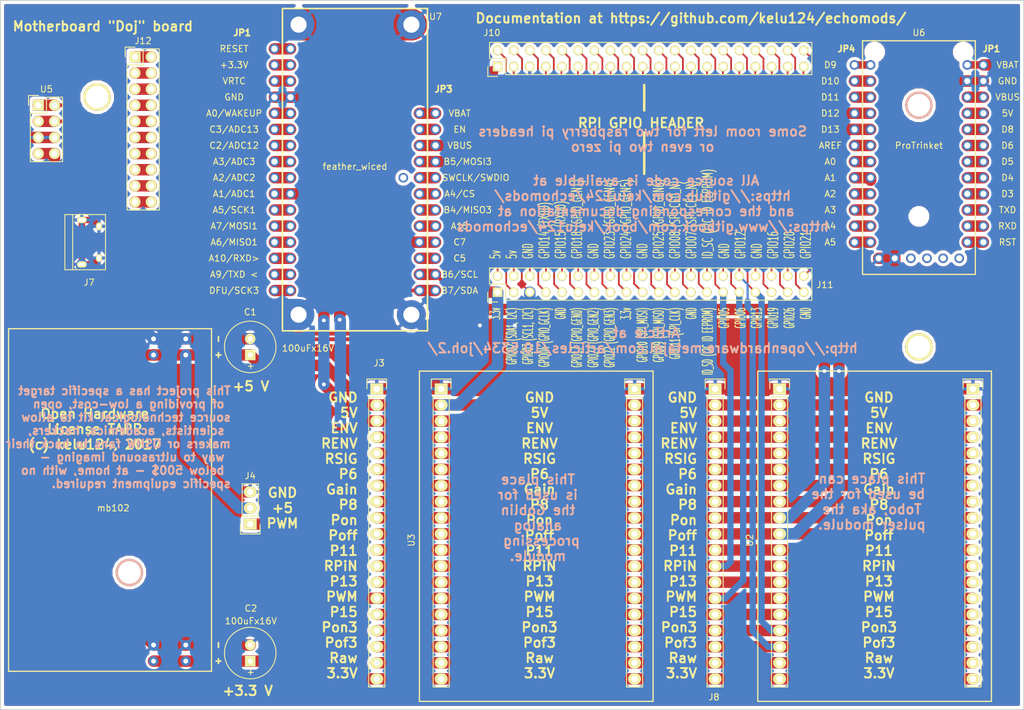
<source format=kicad_pcb>
(kicad_pcb (version 4) (host pcbnew 4.0.6-e0-6349~53~ubuntu16.04.1)

  (general
    (links 247)
    (no_connects 0)
    (area 53.505713 27 220.814287 140.000001)
    (thickness 1.6)
    (drawings 33)
    (tracks 565)
    (zones 0)
    (modules 21)
    (nets 107)
  )

  (page A4)
  (layers
    (0 F.Cu signal hide)
    (31 B.Cu signal hide)
    (32 B.Adhes user hide)
    (33 F.Adhes user)
    (34 B.Paste user hide)
    (35 F.Paste user hide)
    (36 B.SilkS user)
    (37 F.SilkS user hide)
    (38 B.Mask user)
    (39 F.Mask user)
    (40 Dwgs.User user)
    (41 Cmts.User user)
    (42 Eco1.User user)
    (43 Eco2.User user)
    (44 Edge.Cuts user)
    (45 Margin user)
    (46 B.CrtYd user)
    (47 F.CrtYd user)
    (48 B.Fab user)
    (49 F.Fab user)
  )

  (setup
    (last_trace_width 0.35)
    (user_trace_width 0.28)
    (user_trace_width 0.35)
    (user_trace_width 0.6)
    (user_trace_width 1)
    (user_trace_width 1.2)
    (user_trace_width 1.8)
    (user_trace_width 3)
    (user_trace_width 5)
    (trace_clearance 0.28)
    (zone_clearance 0.5)
    (zone_45_only no)
    (trace_min 0.28)
    (segment_width 0.2)
    (edge_width 0.15)
    (via_size 1.2)
    (via_drill 0.6)
    (via_min_size 1.2)
    (via_min_drill 0.6)
    (uvia_size 0.3)
    (uvia_drill 0.1)
    (uvias_allowed no)
    (uvia_min_size 0.2)
    (uvia_min_drill 0.1)
    (pcb_text_width 0.3)
    (pcb_text_size 1.5 1.5)
    (mod_edge_width 0.15)
    (mod_text_size 1 1)
    (mod_text_width 0.15)
    (pad_size 1.35 0.3)
    (pad_drill 0)
    (pad_to_mask_clearance 0.2)
    (aux_axis_origin 0 0)
    (visible_elements FFFFFF7F)
    (pcbplotparams
      (layerselection 0x00030_80000001)
      (usegerberextensions false)
      (excludeedgelayer true)
      (linewidth 0.100000)
      (plotframeref false)
      (viasonmask false)
      (mode 1)
      (useauxorigin false)
      (hpglpennumber 1)
      (hpglpenspeed 20)
      (hpglpendiameter 15)
      (hpglpenoverlay 2)
      (psnegative false)
      (psa4output false)
      (plotreference true)
      (plotvalue true)
      (plotinvisibletext false)
      (padsonsilk false)
      (subtractmaskfromsilk false)
      (outputformat 1)
      (mirror false)
      (drillshape 1)
      (scaleselection 1)
      (outputdirectory ""))
  )

  (net 0 "")
  (net 1 AGND)
  (net 2 VDD_5V)
  (net 3 LCD_SCL)
  (net 4 LCD_SDA)
  (net 5 VDD_3V3)
  (net 6 fw_sigout)
  (net 7 track_pulse_a)
  (net 8 track_pulse_b)
  (net 9 SERVO_PWM)
  (net 10 fw_jp3_p1)
  (net 11 fw_jp3_p2)
  (net 12 fw_jp3_p5)
  (net 13 fw_jp3_p6)
  (net 14 fw_jp3_p7)
  (net 15 fw_jp3_p8)
  (net 16 fw_jp3_p10)
  (net 17 fw_jp1_1)
  (net 18 fw_jp1_2)
  (net 19 fw_jp1_3)
  (net 20 fw_jp1_4)
  (net 21 fw_jp1_5)
  (net 22 fw_jp1_6)
  (net 23 fw_jp1_8)
  (net 24 fw_jp1_9)
  (net 25 fw_jp1_10)
  (net 26 fw_jp1_11)
  (net 27 fw_jp1_12)
  (net 28 fw_jp1_14)
  (net 29 fw_jp1_15)
  (net 30 fw_jp1_16)
  (net 31 pt_jp4_p1)
  (net 32 pt_jp4_p2)
  (net 33 pt_jp4_p3)
  (net 34 pt_jp4_p4)
  (net 35 pt_jp4_p5)
  (net 36 pt_jp4_p6)
  (net 37 pt_jp4_p7)
  (net 38 pt_jp4_p10)
  (net 39 pt_jp4_p11)
  (net 40 pt_jp4_p12)
  (net 41 pt_jp1_p1)
  (net 42 pt_jp1_p2)
  (net 43 pt_jp1_p3)
  (net 44 pt_jp1_p4)
  (net 45 pt_jp1_p5)
  (net 46 pt_jp1_p6)
  (net 47 pt_jp1_p7)
  (net 48 pt_jp1_p8)
  (net 49 pt_jp1_p9)
  (net 50 pt_jp1_p10)
  (net 51 j12_1)
  (net 52 j12_3)
  (net 53 j12_5)
  (net 54 j12_7)
  (net 55 j12_9)
  (net 56 j12_11)
  (net 57 j12_13)
  (net 58 j12_15)
  (net 59 j12_17)
  (net 60 j12_19)
  (net 61 j10_3)
  (net 62 j10_2)
  (net 63 j10_4)
  (net 64 j10_6)
  (net 65 j10_7)
  (net 66 j10_8)
  (net 67 j10_9)
  (net 68 j10_10)
  (net 69 j10_11)
  (net 70 j10_12)
  (net 71 j10_13)
  (net 72 j10_14)
  (net 73 j10_15)
  (net 74 j10_16)
  (net 75 j10_17)
  (net 76 j10_18)
  (net 77 j10_19)
  (net 78 j10_20)
  (net 79 j10_21)
  (net 80 j10_22)
  (net 81 j10_23)
  (net 82 j10_24)
  (net 83 j10_25)
  (net 84 j10_26)
  (net 85 j10_27)
  (net 86 j10_28)
  (net 87 j10_30)
  (net 88 j10_34)
  (net 89 j10_35)
  (net 90 j10_36)
  (net 91 j10_37)
  (net 92 j10_38)
  (net 93 j10_39)
  (net 94 j10_40)
  (net 95 U2_4)
  (net 96 U2_5)
  (net 97 U2_6)
  (net 98 U2_7)
  (net 99 U2_8)
  (net 100 U2_11)
  (net 101 RPiN)
  (net 102 U2_13)
  (net 103 U2_15)
  (net 104 Pon3)
  (net 105 Pof3)
  (net 106 U2_18)

  (net_class Default "This is the default net class."
    (clearance 0.28)
    (trace_width 0.35)
    (via_dia 1.2)
    (via_drill 0.6)
    (uvia_dia 0.3)
    (uvia_drill 0.1)
    (add_net AGND)
    (add_net LCD_SCL)
    (add_net LCD_SDA)
    (add_net Pof3)
    (add_net Pon3)
    (add_net RPiN)
    (add_net SERVO_PWM)
    (add_net U2_11)
    (add_net U2_13)
    (add_net U2_15)
    (add_net U2_18)
    (add_net U2_4)
    (add_net U2_5)
    (add_net U2_6)
    (add_net U2_7)
    (add_net U2_8)
    (add_net VDD_3V3)
    (add_net VDD_5V)
    (add_net fw_jp1_1)
    (add_net fw_jp1_10)
    (add_net fw_jp1_11)
    (add_net fw_jp1_12)
    (add_net fw_jp1_14)
    (add_net fw_jp1_15)
    (add_net fw_jp1_16)
    (add_net fw_jp1_2)
    (add_net fw_jp1_3)
    (add_net fw_jp1_4)
    (add_net fw_jp1_5)
    (add_net fw_jp1_6)
    (add_net fw_jp1_8)
    (add_net fw_jp1_9)
    (add_net fw_jp3_p1)
    (add_net fw_jp3_p10)
    (add_net fw_jp3_p2)
    (add_net fw_jp3_p5)
    (add_net fw_jp3_p6)
    (add_net fw_jp3_p7)
    (add_net fw_jp3_p8)
    (add_net fw_sigout)
    (add_net j10_10)
    (add_net j10_11)
    (add_net j10_12)
    (add_net j10_13)
    (add_net j10_14)
    (add_net j10_15)
    (add_net j10_16)
    (add_net j10_17)
    (add_net j10_18)
    (add_net j10_19)
    (add_net j10_2)
    (add_net j10_20)
    (add_net j10_21)
    (add_net j10_22)
    (add_net j10_23)
    (add_net j10_24)
    (add_net j10_25)
    (add_net j10_26)
    (add_net j10_27)
    (add_net j10_28)
    (add_net j10_3)
    (add_net j10_30)
    (add_net j10_34)
    (add_net j10_35)
    (add_net j10_36)
    (add_net j10_37)
    (add_net j10_38)
    (add_net j10_39)
    (add_net j10_4)
    (add_net j10_40)
    (add_net j10_6)
    (add_net j10_7)
    (add_net j10_8)
    (add_net j10_9)
    (add_net j12_1)
    (add_net j12_11)
    (add_net j12_13)
    (add_net j12_15)
    (add_net j12_17)
    (add_net j12_19)
    (add_net j12_3)
    (add_net j12_5)
    (add_net j12_7)
    (add_net j12_9)
    (add_net pt_jp1_p1)
    (add_net pt_jp1_p10)
    (add_net pt_jp1_p2)
    (add_net pt_jp1_p3)
    (add_net pt_jp1_p4)
    (add_net pt_jp1_p5)
    (add_net pt_jp1_p6)
    (add_net pt_jp1_p7)
    (add_net pt_jp1_p8)
    (add_net pt_jp1_p9)
    (add_net pt_jp4_p1)
    (add_net pt_jp4_p10)
    (add_net pt_jp4_p11)
    (add_net pt_jp4_p12)
    (add_net pt_jp4_p2)
    (add_net pt_jp4_p3)
    (add_net pt_jp4_p4)
    (add_net pt_jp4_p5)
    (add_net pt_jp4_p6)
    (add_net pt_jp4_p7)
    (add_net track_pulse_a)
    (add_net track_pulse_b)
  )

  (module Pin_Headers:Pin_Header_Straight_1x01 (layer B.Cu) (tedit 58CA3420) (tstamp 58CEA061)
    (at 77.845 117.848)
    (descr "Through hole pin header")
    (tags "pin header")
    (fp_text reference REF** (at 0 5.1) (layer B.SilkS) hide
      (effects (font (size 1 1) (thickness 0.15)) (justify mirror))
    )
    (fp_text value Pin_Header_Straight_1x01 (at 0 3.1) (layer B.Fab) hide
      (effects (font (size 1 1) (thickness 0.15)) (justify mirror))
    )
    (fp_line (start 1.55 1.55) (end 1.55 0) (layer B.SilkS) (width 0.15))
    (fp_line (start -1.75 1.75) (end -1.75 -1.75) (layer B.CrtYd) (width 0.05))
    (fp_line (start 1.75 1.75) (end 1.75 -1.75) (layer B.CrtYd) (width 0.05))
    (fp_line (start -1.75 1.75) (end 1.75 1.75) (layer B.CrtYd) (width 0.05))
    (fp_line (start -1.75 -1.75) (end 1.75 -1.75) (layer B.CrtYd) (width 0.05))
    (fp_line (start -1.55 0) (end -1.55 1.55) (layer B.SilkS) (width 0.15))
    (fp_line (start -1.55 1.55) (end 1.55 1.55) (layer B.SilkS) (width 0.15))
    (fp_line (start -1.27 -1.27) (end 1.27 -1.27) (layer B.SilkS) (width 0.15))
    (pad 1 thru_hole circle (at 0 0) (size 4.318 4.318) (drill 3.556) (layers *.Cu *.Mask B.SilkS))
    (model Pin_Headers.3dshapes/Pin_Header_Straight_1x01.wrl
      (at (xyz 0 0 0))
      (scale (xyz 1 1 1))
      (rotate (xyz 0 0 90))
    )
  )

  (module Pin_Headers:Pin_Header_Straight_1x01 (layer B.Cu) (tedit 58CA3420) (tstamp 58CEA055)
    (at 202.305 44.188)
    (descr "Through hole pin header")
    (tags "pin header")
    (fp_text reference REF** (at 0 5.1) (layer B.SilkS) hide
      (effects (font (size 1 1) (thickness 0.15)) (justify mirror))
    )
    (fp_text value Pin_Header_Straight_1x01 (at 0 3.1) (layer B.Fab) hide
      (effects (font (size 1 1) (thickness 0.15)) (justify mirror))
    )
    (fp_line (start 1.55 1.55) (end 1.55 0) (layer B.SilkS) (width 0.15))
    (fp_line (start -1.75 1.75) (end -1.75 -1.75) (layer B.CrtYd) (width 0.05))
    (fp_line (start 1.75 1.75) (end 1.75 -1.75) (layer B.CrtYd) (width 0.05))
    (fp_line (start -1.75 1.75) (end 1.75 1.75) (layer B.CrtYd) (width 0.05))
    (fp_line (start -1.75 -1.75) (end 1.75 -1.75) (layer B.CrtYd) (width 0.05))
    (fp_line (start -1.55 0) (end -1.55 1.55) (layer B.SilkS) (width 0.15))
    (fp_line (start -1.55 1.55) (end 1.55 1.55) (layer B.SilkS) (width 0.15))
    (fp_line (start -1.27 -1.27) (end 1.27 -1.27) (layer B.SilkS) (width 0.15))
    (pad 1 thru_hole circle (at 0 0) (size 4.318 4.318) (drill 3.556) (layers *.Cu *.Mask B.SilkS))
    (model Pin_Headers.3dshapes/Pin_Header_Straight_1x01.wrl
      (at (xyz 0 0 0))
      (scale (xyz 1 1 1))
      (rotate (xyz 0 0 90))
    )
  )

  (module Pin_Headers:Pin_Header_Straight_1x01 (layer F.Cu) (tedit 58CA3420) (tstamp 58CE9EA4)
    (at 72.765 42.918)
    (descr "Through hole pin header")
    (tags "pin header")
    (fp_text reference REF** (at 0 -5.1) (layer F.SilkS) hide
      (effects (font (size 1 1) (thickness 0.15)))
    )
    (fp_text value Pin_Header_Straight_1x01 (at 0 -3.1) (layer F.Fab) hide
      (effects (font (size 1 1) (thickness 0.15)))
    )
    (fp_line (start 1.55 -1.55) (end 1.55 0) (layer F.SilkS) (width 0.15))
    (fp_line (start -1.75 -1.75) (end -1.75 1.75) (layer F.CrtYd) (width 0.05))
    (fp_line (start 1.75 -1.75) (end 1.75 1.75) (layer F.CrtYd) (width 0.05))
    (fp_line (start -1.75 -1.75) (end 1.75 -1.75) (layer F.CrtYd) (width 0.05))
    (fp_line (start -1.75 1.75) (end 1.75 1.75) (layer F.CrtYd) (width 0.05))
    (fp_line (start -1.55 0) (end -1.55 -1.55) (layer F.SilkS) (width 0.15))
    (fp_line (start -1.55 -1.55) (end 1.55 -1.55) (layer F.SilkS) (width 0.15))
    (fp_line (start -1.27 1.27) (end 1.27 1.27) (layer F.SilkS) (width 0.15))
    (pad 1 thru_hole circle (at 0 0) (size 4.318 4.318) (drill 3.556) (layers *.Cu *.Mask F.SilkS))
    (model Pin_Headers.3dshapes/Pin_Header_Straight_1x01.wrl
      (at (xyz 0 0 0))
      (scale (xyz 1 1 1))
      (rotate (xyz 0 0 90))
    )
  )

  (module Pin_Headers:Pin_Header_Straight_1x19 (layer F.Cu) (tedit 58CEABF8) (tstamp 58CCE8D8)
    (at 170.18 88.9)
    (descr "Through hole pin header")
    (tags "pin header")
    (fp_text reference J8 (at -0.18 48.6 180) (layer F.SilkS)
      (effects (font (size 1 1) (thickness 0.15)))
    )
    (fp_text value Pin_Header_Straight_1x19 (at 0 -3.1) (layer F.Fab) hide
      (effects (font (size 1 1) (thickness 0.15)))
    )
    (fp_line (start -1.75 -1.75) (end -1.75 47.5) (layer F.CrtYd) (width 0.05))
    (fp_line (start 1.75 -1.75) (end 1.75 47.5) (layer F.CrtYd) (width 0.05))
    (fp_line (start -1.75 -1.75) (end 1.75 -1.75) (layer F.CrtYd) (width 0.05))
    (fp_line (start -1.75 47.5) (end 1.75 47.5) (layer F.CrtYd) (width 0.05))
    (fp_line (start 1.27 1.27) (end 1.27 46.99) (layer F.SilkS) (width 0.15))
    (fp_line (start 1.27 46.99) (end -1.27 46.99) (layer F.SilkS) (width 0.15))
    (fp_line (start -1.27 46.99) (end -1.27 1.27) (layer F.SilkS) (width 0.15))
    (fp_line (start 1.55 -1.55) (end 1.55 0) (layer F.SilkS) (width 0.15))
    (fp_line (start 1.27 1.27) (end -1.27 1.27) (layer F.SilkS) (width 0.15))
    (fp_line (start -1.55 0) (end -1.55 -1.55) (layer F.SilkS) (width 0.15))
    (fp_line (start -1.55 -1.55) (end 1.55 -1.55) (layer F.SilkS) (width 0.15))
    (pad 1 thru_hole rect (at 0 0) (size 2.032 1.7272) (drill 1.016) (layers *.Cu *.Mask F.SilkS)
      (net 1 AGND))
    (pad 2 thru_hole oval (at 0 2.54) (size 2.032 1.7272) (drill 1.016) (layers *.Cu *.Mask F.SilkS)
      (net 2 VDD_5V))
    (pad 3 thru_hole oval (at 0 5.08) (size 2.032 1.7272) (drill 1.016) (layers *.Cu *.Mask F.SilkS)
      (net 6 fw_sigout))
    (pad 4 thru_hole oval (at 0 7.62) (size 2.032 1.7272) (drill 1.016) (layers *.Cu *.Mask F.SilkS)
      (net 95 U2_4))
    (pad 5 thru_hole oval (at 0 10.16) (size 2.032 1.7272) (drill 1.016) (layers *.Cu *.Mask F.SilkS)
      (net 96 U2_5))
    (pad 6 thru_hole oval (at 0 12.7) (size 2.032 1.7272) (drill 1.016) (layers *.Cu *.Mask F.SilkS)
      (net 97 U2_6))
    (pad 7 thru_hole oval (at 0 15.24) (size 2.032 1.7272) (drill 1.016) (layers *.Cu *.Mask F.SilkS)
      (net 98 U2_7))
    (pad 8 thru_hole oval (at 0 17.78) (size 2.032 1.7272) (drill 1.016) (layers *.Cu *.Mask F.SilkS)
      (net 99 U2_8))
    (pad 9 thru_hole oval (at 0 20.32) (size 2.032 1.7272) (drill 1.016) (layers *.Cu *.Mask F.SilkS)
      (net 7 track_pulse_a))
    (pad 10 thru_hole oval (at 0 22.86) (size 2.032 1.7272) (drill 1.016) (layers *.Cu *.Mask F.SilkS)
      (net 8 track_pulse_b))
    (pad 11 thru_hole oval (at 0 25.4) (size 2.032 1.7272) (drill 1.016) (layers *.Cu *.Mask F.SilkS)
      (net 100 U2_11))
    (pad 12 thru_hole oval (at 0 27.94) (size 2.032 1.7272) (drill 1.016) (layers *.Cu *.Mask F.SilkS)
      (net 101 RPiN))
    (pad 13 thru_hole oval (at 0 30.48) (size 2.032 1.7272) (drill 1.016) (layers *.Cu *.Mask F.SilkS)
      (net 102 U2_13))
    (pad 14 thru_hole oval (at 0 33.02) (size 2.032 1.7272) (drill 1.016) (layers *.Cu *.Mask F.SilkS)
      (net 9 SERVO_PWM))
    (pad 15 thru_hole oval (at 0 35.56) (size 2.032 1.7272) (drill 1.016) (layers *.Cu *.Mask F.SilkS)
      (net 103 U2_15))
    (pad 16 thru_hole oval (at 0 38.1) (size 2.032 1.7272) (drill 1.016) (layers *.Cu *.Mask F.SilkS)
      (net 104 Pon3))
    (pad 17 thru_hole oval (at 0 40.64) (size 2.032 1.7272) (drill 1.016) (layers *.Cu *.Mask F.SilkS)
      (net 105 Pof3))
    (pad 18 thru_hole oval (at 0 43.18) (size 2.032 1.7272) (drill 1.016) (layers *.Cu *.Mask F.SilkS)
      (net 106 U2_18))
    (pad 19 thru_hole oval (at 0 45.72) (size 2.032 1.7272) (drill 1.016) (layers *.Cu *.Mask F.SilkS)
      (net 5 VDD_3V3))
    (model Pin_Headers.3dshapes/Pin_Header_Straight_1x19.wrl
      (at (xyz 0 -0.9 0))
      (scale (xyz 1 1 1))
      (rotate (xyz 0 0 90))
    )
  )

  (module Pin_Headers:Pin_Header_Straight_1x19 (layer F.Cu) (tedit 58CA3123) (tstamp 58CCE8B7)
    (at 180.34 88.9)
    (descr "Through hole pin header")
    (tags "pin header")
    (fp_text reference U2 (at -4.705 23.868 90) (layer F.SilkS)
      (effects (font (size 1 1) (thickness 0.15)))
    )
    (fp_text value Pin_Header_Straight_1x19 (at 0 -3.1) (layer F.Fab) hide
      (effects (font (size 1 1) (thickness 0.15)))
    )
    (fp_line (start -1.75 -1.75) (end -1.75 47.5) (layer F.CrtYd) (width 0.05))
    (fp_line (start 1.75 -1.75) (end 1.75 47.5) (layer F.CrtYd) (width 0.05))
    (fp_line (start -1.75 -1.75) (end 1.75 -1.75) (layer F.CrtYd) (width 0.05))
    (fp_line (start -1.75 47.5) (end 1.75 47.5) (layer F.CrtYd) (width 0.05))
    (fp_line (start 1.27 1.27) (end 1.27 46.99) (layer F.SilkS) (width 0.15))
    (fp_line (start 1.27 46.99) (end -1.27 46.99) (layer F.SilkS) (width 0.15))
    (fp_line (start -1.27 46.99) (end -1.27 1.27) (layer F.SilkS) (width 0.15))
    (fp_line (start 1.55 -1.55) (end 1.55 0) (layer F.SilkS) (width 0.15))
    (fp_line (start 1.27 1.27) (end -1.27 1.27) (layer F.SilkS) (width 0.15))
    (fp_line (start -1.55 0) (end -1.55 -1.55) (layer F.SilkS) (width 0.15))
    (fp_line (start -1.55 -1.55) (end 1.55 -1.55) (layer F.SilkS) (width 0.15))
    (pad 1 thru_hole rect (at 0 0) (size 2.032 1.7272) (drill 1.016) (layers *.Cu *.Mask F.SilkS)
      (net 1 AGND))
    (pad 2 thru_hole oval (at 0 2.54) (size 2.032 1.7272) (drill 1.016) (layers *.Cu *.Mask F.SilkS)
      (net 2 VDD_5V))
    (pad 3 thru_hole oval (at 0 5.08) (size 2.032 1.7272) (drill 1.016) (layers *.Cu *.Mask F.SilkS)
      (net 6 fw_sigout))
    (pad 4 thru_hole oval (at 0 7.62) (size 2.032 1.7272) (drill 1.016) (layers *.Cu *.Mask F.SilkS)
      (net 95 U2_4))
    (pad 5 thru_hole oval (at 0 10.16) (size 2.032 1.7272) (drill 1.016) (layers *.Cu *.Mask F.SilkS)
      (net 96 U2_5))
    (pad 6 thru_hole oval (at 0 12.7) (size 2.032 1.7272) (drill 1.016) (layers *.Cu *.Mask F.SilkS)
      (net 97 U2_6))
    (pad 7 thru_hole oval (at 0 15.24) (size 2.032 1.7272) (drill 1.016) (layers *.Cu *.Mask F.SilkS)
      (net 98 U2_7))
    (pad 8 thru_hole oval (at 0 17.78) (size 2.032 1.7272) (drill 1.016) (layers *.Cu *.Mask F.SilkS)
      (net 99 U2_8))
    (pad 9 thru_hole oval (at 0 20.32) (size 2.032 1.7272) (drill 1.016) (layers *.Cu *.Mask F.SilkS)
      (net 7 track_pulse_a))
    (pad 10 thru_hole oval (at 0 22.86) (size 2.032 1.7272) (drill 1.016) (layers *.Cu *.Mask F.SilkS)
      (net 8 track_pulse_b))
    (pad 11 thru_hole oval (at 0 25.4) (size 2.032 1.7272) (drill 1.016) (layers *.Cu *.Mask F.SilkS)
      (net 100 U2_11))
    (pad 12 thru_hole oval (at 0 27.94) (size 2.032 1.7272) (drill 1.016) (layers *.Cu *.Mask F.SilkS)
      (net 101 RPiN))
    (pad 13 thru_hole oval (at 0 30.48) (size 2.032 1.7272) (drill 1.016) (layers *.Cu *.Mask F.SilkS)
      (net 102 U2_13))
    (pad 14 thru_hole oval (at 0 33.02) (size 2.032 1.7272) (drill 1.016) (layers *.Cu *.Mask F.SilkS)
      (net 9 SERVO_PWM))
    (pad 15 thru_hole oval (at 0 35.56) (size 2.032 1.7272) (drill 1.016) (layers *.Cu *.Mask F.SilkS)
      (net 103 U2_15))
    (pad 16 thru_hole oval (at 0 38.1) (size 2.032 1.7272) (drill 1.016) (layers *.Cu *.Mask F.SilkS)
      (net 104 Pon3))
    (pad 17 thru_hole oval (at 0 40.64) (size 2.032 1.7272) (drill 1.016) (layers *.Cu *.Mask F.SilkS)
      (net 105 Pof3))
    (pad 18 thru_hole oval (at 0 43.18) (size 2.032 1.7272) (drill 1.016) (layers *.Cu *.Mask F.SilkS)
      (net 106 U2_18))
    (pad 19 thru_hole oval (at 0 45.72) (size 2.032 1.7272) (drill 1.016) (layers *.Cu *.Mask F.SilkS)
      (net 5 VDD_3V3))
    (model Pin_Headers.3dshapes/Pin_Header_Straight_1x19.wrl
      (at (xyz 0 -0.9 0))
      (scale (xyz 1 1 1))
      (rotate (xyz 0 0 90))
    )
  )

  (module Pin_Headers:Pin_Header_Straight_1x19 (layer F.Cu) (tedit 58CA2F60) (tstamp 58CCE896)
    (at 210.82 88.9)
    (descr "Through hole pin header")
    (tags "pin header")
    (fp_text reference U2_R (at 0 -5.1) (layer F.SilkS) hide
      (effects (font (size 1 1) (thickness 0.15)))
    )
    (fp_text value Pin_Header_Straight_1x19 (at 0 -3.1) (layer F.Fab) hide
      (effects (font (size 1 1) (thickness 0.15)))
    )
    (fp_line (start -1.75 -1.75) (end -1.75 47.5) (layer F.CrtYd) (width 0.05))
    (fp_line (start 1.75 -1.75) (end 1.75 47.5) (layer F.CrtYd) (width 0.05))
    (fp_line (start -1.75 -1.75) (end 1.75 -1.75) (layer F.CrtYd) (width 0.05))
    (fp_line (start -1.75 47.5) (end 1.75 47.5) (layer F.CrtYd) (width 0.05))
    (fp_line (start 1.27 1.27) (end 1.27 46.99) (layer F.SilkS) (width 0.15))
    (fp_line (start 1.27 46.99) (end -1.27 46.99) (layer F.SilkS) (width 0.15))
    (fp_line (start -1.27 46.99) (end -1.27 1.27) (layer F.SilkS) (width 0.15))
    (fp_line (start 1.55 -1.55) (end 1.55 0) (layer F.SilkS) (width 0.15))
    (fp_line (start 1.27 1.27) (end -1.27 1.27) (layer F.SilkS) (width 0.15))
    (fp_line (start -1.55 0) (end -1.55 -1.55) (layer F.SilkS) (width 0.15))
    (fp_line (start -1.55 -1.55) (end 1.55 -1.55) (layer F.SilkS) (width 0.15))
    (pad 1 thru_hole rect (at 0 0) (size 2.032 1.7272) (drill 1.016) (layers *.Cu *.Mask F.SilkS)
      (net 1 AGND))
    (pad 2 thru_hole oval (at 0 2.54) (size 2.032 1.7272) (drill 1.016) (layers *.Cu *.Mask F.SilkS)
      (net 2 VDD_5V))
    (pad 3 thru_hole oval (at 0 5.08) (size 2.032 1.7272) (drill 1.016) (layers *.Cu *.Mask F.SilkS)
      (net 6 fw_sigout))
    (pad 4 thru_hole oval (at 0 7.62) (size 2.032 1.7272) (drill 1.016) (layers *.Cu *.Mask F.SilkS)
      (net 95 U2_4))
    (pad 5 thru_hole oval (at 0 10.16) (size 2.032 1.7272) (drill 1.016) (layers *.Cu *.Mask F.SilkS)
      (net 96 U2_5))
    (pad 6 thru_hole oval (at 0 12.7) (size 2.032 1.7272) (drill 1.016) (layers *.Cu *.Mask F.SilkS)
      (net 97 U2_6))
    (pad 7 thru_hole oval (at 0 15.24) (size 2.032 1.7272) (drill 1.016) (layers *.Cu *.Mask F.SilkS)
      (net 98 U2_7))
    (pad 8 thru_hole oval (at 0 17.78) (size 2.032 1.7272) (drill 1.016) (layers *.Cu *.Mask F.SilkS)
      (net 99 U2_8))
    (pad 9 thru_hole oval (at 0 20.32) (size 2.032 1.7272) (drill 1.016) (layers *.Cu *.Mask F.SilkS)
      (net 7 track_pulse_a))
    (pad 10 thru_hole oval (at 0 22.86) (size 2.032 1.7272) (drill 1.016) (layers *.Cu *.Mask F.SilkS)
      (net 8 track_pulse_b))
    (pad 11 thru_hole oval (at 0 25.4) (size 2.032 1.7272) (drill 1.016) (layers *.Cu *.Mask F.SilkS)
      (net 100 U2_11))
    (pad 12 thru_hole oval (at 0 27.94) (size 2.032 1.7272) (drill 1.016) (layers *.Cu *.Mask F.SilkS)
      (net 101 RPiN))
    (pad 13 thru_hole oval (at 0 30.48) (size 2.032 1.7272) (drill 1.016) (layers *.Cu *.Mask F.SilkS)
      (net 102 U2_13))
    (pad 14 thru_hole oval (at 0 33.02) (size 2.032 1.7272) (drill 1.016) (layers *.Cu *.Mask F.SilkS)
      (net 9 SERVO_PWM))
    (pad 15 thru_hole oval (at 0 35.56) (size 2.032 1.7272) (drill 1.016) (layers *.Cu *.Mask F.SilkS)
      (net 103 U2_15))
    (pad 16 thru_hole oval (at 0 38.1) (size 2.032 1.7272) (drill 1.016) (layers *.Cu *.Mask F.SilkS)
      (net 104 Pon3))
    (pad 17 thru_hole oval (at 0 40.64) (size 2.032 1.7272) (drill 1.016) (layers *.Cu *.Mask F.SilkS)
      (net 105 Pof3))
    (pad 18 thru_hole oval (at 0 43.18) (size 2.032 1.7272) (drill 1.016) (layers *.Cu *.Mask F.SilkS)
      (net 106 U2_18))
    (pad 19 thru_hole oval (at 0 45.72) (size 2.032 1.7272) (drill 1.016) (layers *.Cu *.Mask F.SilkS)
      (net 5 VDD_3V3))
    (model Pin_Headers.3dshapes/Pin_Header_Straight_1x19.wrl
      (at (xyz 0 -0.9 0))
      (scale (xyz 1 1 1))
      (rotate (xyz 0 0 90))
    )
  )

  (module footprint:TrinketPro locked (layer F.Cu) (tedit 58CA31F7) (tstamp 58C4A417)
    (at 209.925 65.778)
    (fp_text reference U6 (at -7.62 -33.02) (layer F.SilkS)
      (effects (font (size 1 1) (thickness 0.15)))
    )
    (fp_text value ProTrinket (at -7.62 -15.24) (layer F.SilkS)
      (effects (font (size 1 1) (thickness 0.15)))
    )
    (fp_text user JP4 (at -19.05 -30.48) (layer F.SilkS)
      (effects (font (size 1 1) (thickness 0.25)))
    )
    (fp_text user JP1 (at 3.81 -30.48) (layer F.SilkS)
      (effects (font (size 1 1) (thickness 0.25)))
    )
    (fp_text user D13 (at -21.59 -17.78) (layer F.SilkS)
      (effects (font (size 1 1) (thickness 0.15)))
    )
    (fp_text user A5 (at -21.59 0) (layer F.SilkS)
      (effects (font (size 1 1) (thickness 0.15)))
    )
    (fp_text user A4 (at -21.59 -2.54) (layer F.SilkS)
      (effects (font (size 1 1) (thickness 0.15)))
    )
    (fp_text user A3 (at -21.59 -5.08) (layer F.SilkS)
      (effects (font (size 1 1) (thickness 0.15)))
    )
    (fp_text user A2 (at -21.59 -7.62) (layer F.SilkS)
      (effects (font (size 1 1) (thickness 0.15)))
    )
    (fp_text user A1 (at -21.59 -10.16) (layer F.SilkS)
      (effects (font (size 1 1) (thickness 0.15)))
    )
    (fp_text user A0 (at -21.59 -12.7) (layer F.SilkS)
      (effects (font (size 1 1) (thickness 0.15)))
    )
    (fp_text user AREF (at -21.59 -15.24) (layer F.SilkS)
      (effects (font (size 1 1) (thickness 0.15)))
    )
    (fp_text user D12 (at -21.59 -20.32) (layer F.SilkS)
      (effects (font (size 1 1) (thickness 0.15)))
    )
    (fp_text user D11 (at -21.59 -22.86) (layer F.SilkS)
      (effects (font (size 1 1) (thickness 0.15)))
    )
    (fp_text user D10 (at -21.59 -25.4) (layer F.SilkS)
      (effects (font (size 1 1) (thickness 0.15)))
    )
    (fp_text user D9 (at -21.59 -27.94) (layer F.SilkS)
      (effects (font (size 1 1) (thickness 0.15)))
    )
    (fp_text user RST (at 6.35 0) (layer F.SilkS)
      (effects (font (size 1 1) (thickness 0.15)))
    )
    (fp_text user RXD (at 6.35 -2.54) (layer F.SilkS)
      (effects (font (size 1 1) (thickness 0.15)))
    )
    (fp_text user TXD (at 6.35 -5.08) (layer F.SilkS)
      (effects (font (size 1 1) (thickness 0.15)))
    )
    (fp_text user D3 (at 6.35 -7.62) (layer F.SilkS)
      (effects (font (size 1 1) (thickness 0.15)))
    )
    (fp_text user D4 (at 6.35 -10.16) (layer F.SilkS)
      (effects (font (size 1 1) (thickness 0.15)))
    )
    (fp_text user D5 (at 6.35 -12.7) (layer F.SilkS)
      (effects (font (size 1 1) (thickness 0.15)))
    )
    (fp_text user D6 (at 6.35 -15.24) (layer F.SilkS)
      (effects (font (size 1 1) (thickness 0.15)))
    )
    (fp_text user D8 (at 6.35 -17.78) (layer F.SilkS)
      (effects (font (size 1 1) (thickness 0.15)))
    )
    (fp_text user 5V (at 6.35 -20.32) (layer F.SilkS)
      (effects (font (size 1 1) (thickness 0.15)))
    )
    (fp_text user VBUS (at 6.35 -22.86) (layer F.SilkS)
      (effects (font (size 1 1) (thickness 0.15)))
    )
    (fp_text user GND (at 6.35 -25.4) (layer F.SilkS)
      (effects (font (size 1 1) (thickness 0.15)))
    )
    (fp_text user VBAT (at 6.35 -27.94) (layer F.SilkS)
      (effects (font (size 1 1) (thickness 0.15)))
    )
    (fp_line (start -16.51 5.08) (end 1.27 5.08) (layer F.SilkS) (width 0.2))
    (fp_line (start 1.27 5.08) (end 1.27 -31.75) (layer F.SilkS) (width 0.2))
    (fp_line (start 1.27 -31.75) (end -16.51 -31.75) (layer F.SilkS) (width 0.2))
    (fp_line (start -16.51 -31.75) (end -16.51 5.08) (layer F.SilkS) (width 0.2))
    (pad 12 thru_hole circle (at -17.78 -27.94) (size 1.524 1.524) (drill 0.9652) (layers *.Cu *.Mask)
      (net 40 pt_jp4_p12))
    (pad 11 thru_hole circle (at -17.78 -25.4) (size 1.524 1.524) (drill 0.9652) (layers *.Cu *.Mask)
      (net 39 pt_jp4_p11))
    (pad 10 thru_hole circle (at -17.78 -22.86) (size 1.524 1.524) (drill 0.9652) (layers *.Cu *.Mask)
      (net 38 pt_jp4_p10))
    (pad 9 thru_hole circle (at -17.78 -20.32) (size 1.524 1.524) (drill 0.9652) (layers *.Cu *.Mask)
      (net 7 track_pulse_a))
    (pad 8 thru_hole circle (at -17.78 -17.78) (size 1.524 1.524) (drill 0.9652) (layers *.Cu *.Mask)
      (net 8 track_pulse_b))
    (pad 7 thru_hole circle (at -17.78 -15.24) (size 1.524 1.524) (drill 0.9652) (layers *.Cu *.Mask)
      (net 37 pt_jp4_p7))
    (pad 6 thru_hole circle (at -17.78 -12.7) (size 1.524 1.524) (drill 0.9652) (layers *.Cu *.Mask)
      (net 36 pt_jp4_p6))
    (pad 5 thru_hole circle (at -17.78 -10.16) (size 1.524 1.524) (drill 0.9652) (layers *.Cu *.Mask)
      (net 35 pt_jp4_p5))
    (pad 4 thru_hole circle (at -17.78 -7.62) (size 1.524 1.524) (drill 0.9652) (layers *.Cu *.Mask)
      (net 34 pt_jp4_p4))
    (pad 3 thru_hole circle (at -17.78 -5.08) (size 1.524 1.524) (drill 0.9652) (layers *.Cu *.Mask)
      (net 33 pt_jp4_p3))
    (pad 2 thru_hole circle (at -17.78 -2.54) (size 1.524 1.524) (drill 0.9652) (layers *.Cu *.Mask)
      (net 32 pt_jp4_p2))
    (pad 1 thru_hole circle (at -17.78 0) (size 1.524 1.524) (drill 0.9652) (layers *.Cu *.Mask)
      (net 31 pt_jp4_p1))
    (pad 12 thru_hole circle (at 2.54 -27.94) (size 1.524 1.524) (drill 0.9652) (layers *.Cu *.Mask)
      (net 2 VDD_5V))
    (pad 11 thru_hole circle (at 2.54 -25.4) (size 1.524 1.524) (drill 0.9652) (layers *.Cu *.Mask)
      (net 1 AGND))
    (pad 10 thru_hole circle (at 2.54 -22.86) (size 1.524 1.524) (drill 0.9652) (layers *.Cu *.Mask)
      (net 50 pt_jp1_p10))
    (pad 9 thru_hole circle (at 2.54 -20.32) (size 1.524 1.524) (drill 0.9652) (layers *.Cu *.Mask)
      (net 49 pt_jp1_p9))
    (pad 8 thru_hole circle (at 2.54 -17.78) (size 1.524 1.524) (drill 0.9652) (layers *.Cu *.Mask)
      (net 48 pt_jp1_p8))
    (pad 7 thru_hole circle (at 2.54 -15.24) (size 1.524 1.524) (drill 0.9652) (layers *.Cu *.Mask)
      (net 47 pt_jp1_p7))
    (pad 6 thru_hole circle (at 2.54 -12.7) (size 1.524 1.524) (drill 0.9652) (layers *.Cu *.Mask)
      (net 46 pt_jp1_p6))
    (pad 5 thru_hole circle (at 2.54 -10.16) (size 1.524 1.524) (drill 0.9652) (layers *.Cu *.Mask)
      (net 45 pt_jp1_p5))
    (pad 4 thru_hole circle (at 2.54 -7.62) (size 1.524 1.524) (drill 0.9652) (layers *.Cu *.Mask)
      (net 44 pt_jp1_p4))
    (pad 3 thru_hole circle (at 2.54 -5.08) (size 1.524 1.524) (drill 0.9652) (layers *.Cu *.Mask)
      (net 43 pt_jp1_p3))
    (pad 2 thru_hole circle (at 2.54 -2.54) (size 1.524 1.524) (drill 0.9652) (layers *.Cu *.Mask)
      (net 42 pt_jp1_p2))
    (pad 1 thru_hole circle (at 2.54 0) (size 1.524 1.524) (drill 0.9652) (layers *.Cu *.Mask)
      (net 41 pt_jp1_p1))
    (pad 12 thru_hole circle (at 0 -27.94) (size 1.524 1.524) (drill 0.9652) (layers *.Cu *.Mask)
      (net 2 VDD_5V))
    (pad 11 thru_hole circle (at 0 -25.4) (size 1.524 1.524) (drill 0.9652) (layers *.Cu *.Mask)
      (net 1 AGND))
    (pad 10 thru_hole circle (at 0 -22.86) (size 1.524 1.524) (drill 0.9652) (layers *.Cu *.Mask)
      (net 50 pt_jp1_p10))
    (pad 9 thru_hole circle (at 0 -20.32) (size 1.524 1.524) (drill 0.9652) (layers *.Cu *.Mask)
      (net 49 pt_jp1_p9))
    (pad 8 thru_hole circle (at 0 -17.78) (size 1.524 1.524) (drill 0.9652) (layers *.Cu *.Mask)
      (net 48 pt_jp1_p8))
    (pad 7 thru_hole circle (at 0 -15.24) (size 1.524 1.524) (drill 0.9652) (layers *.Cu *.Mask)
      (net 47 pt_jp1_p7))
    (pad 6 thru_hole circle (at 0 -12.7) (size 1.524 1.524) (drill 0.9652) (layers *.Cu *.Mask)
      (net 46 pt_jp1_p6))
    (pad 5 thru_hole circle (at 0 -10.16) (size 1.524 1.524) (drill 0.9652) (layers *.Cu *.Mask)
      (net 45 pt_jp1_p5))
    (pad 4 thru_hole circle (at 0 -7.62) (size 1.524 1.524) (drill 0.9652) (layers *.Cu *.Mask)
      (net 44 pt_jp1_p4))
    (pad 3 thru_hole circle (at 0 -5.08) (size 1.524 1.524) (drill 0.9652) (layers *.Cu *.Mask)
      (net 43 pt_jp1_p3))
    (pad 2 thru_hole circle (at 0 -2.54) (size 1.524 1.524) (drill 0.9652) (layers *.Cu *.Mask)
      (net 42 pt_jp1_p2))
    (pad 1 thru_hole circle (at 0 0) (size 1.524 1.524) (drill 0.9652) (layers *.Cu *.Mask)
      (net 41 pt_jp1_p1))
    (pad 12 thru_hole circle (at -15.24 -27.94) (size 1.524 1.524) (drill 0.9652) (layers *.Cu *.Mask)
      (net 40 pt_jp4_p12))
    (pad 11 thru_hole circle (at -15.24 -25.4) (size 1.524 1.524) (drill 0.9652) (layers *.Cu *.Mask)
      (net 39 pt_jp4_p11))
    (pad 10 thru_hole circle (at -15.24 -22.86) (size 1.524 1.524) (drill 0.9652) (layers *.Cu *.Mask)
      (net 38 pt_jp4_p10))
    (pad 9 thru_hole circle (at -15.24 -20.32) (size 1.524 1.524) (drill 0.9652) (layers *.Cu *.Mask)
      (net 7 track_pulse_a))
    (pad 8 thru_hole circle (at -15.24 -17.78) (size 1.524 1.524) (drill 0.9652) (layers *.Cu *.Mask)
      (net 8 track_pulse_b))
    (pad 7 thru_hole circle (at -15.24 -15.24) (size 1.524 1.524) (drill 0.9652) (layers *.Cu *.Mask)
      (net 37 pt_jp4_p7))
    (pad 6 thru_hole circle (at -15.24 -12.7) (size 1.524 1.524) (drill 0.9652) (layers *.Cu *.Mask)
      (net 36 pt_jp4_p6))
    (pad 5 thru_hole circle (at -15.24 -10.16) (size 1.524 1.524) (drill 0.9652) (layers *.Cu *.Mask)
      (net 35 pt_jp4_p5))
    (pad 4 thru_hole circle (at -15.24 -7.62) (size 1.524 1.524) (drill 0.9652) (layers *.Cu *.Mask)
      (net 34 pt_jp4_p4))
    (pad 3 thru_hole circle (at -15.24 -5.08) (size 1.524 1.524) (drill 0.9652) (layers *.Cu *.Mask)
      (net 33 pt_jp4_p3))
    (pad 2 thru_hole circle (at -15.24 -2.54) (size 1.524 1.524) (drill 0.9652) (layers *.Cu *.Mask)
      (net 32 pt_jp4_p2))
    (pad 1 thru_hole circle (at -15.24 0) (size 1.524 1.524) (drill 0.9652) (layers *.Cu *.Mask)
      (net 31 pt_jp4_p1))
    (pad 1 thru_hole circle (at -13.97 2.54) (size 1.524 1.524) (drill 0.9652) (layers *.Cu *.Mask)
      (net 1 AGND))
    (pad 2 thru_hole circle (at -11.43 2.54) (size 1.524 1.524) (drill 0.9652) (layers *.Cu *.Mask)
      (net 1 AGND))
    (pad 3 thru_hole circle (at -8.89 2.54) (size 1.524 1.524) (drill 0.9652) (layers *.Cu *.Mask))
    (pad 4 thru_hole circle (at -6.35 2.54) (size 1.524 1.524) (drill 0.9652) (layers *.Cu *.Mask))
    (pad 5 thru_hole circle (at -3.81 2.54) (size 1.524 1.524) (drill 0.9652) (layers *.Cu *.Mask))
    (pad 6 thru_hole circle (at -1.27 2.54) (size 1.524 1.524) (drill 0.9652) (layers *.Cu *.Mask))
    (pad "" np_thru_hole circle (at -14.605 -29.972) (size 2.286 2.286) (drill 2.286) (layers *.Cu *.Mask))
    (pad "" np_thru_hole circle (at -0.635 -29.972) (size 2.286 2.286) (drill 2.286) (layers *.Cu *.Mask))
    (pad "" np_thru_hole circle (at -7.62 -4.064) (size 2.286 2.286) (drill 2.286) (layers *.Cu *.Mask))
  )

  (module footprint:mb102 (layer F.Cu) (tedit 58C27C46) (tstamp 58C4ABAB)
    (at 58.795 81.018 270)
    (fp_text reference MB102 (at 26.67 -34.29 270) (layer F.SilkS) hide
      (effects (font (size 1 1) (thickness 0.15)))
    )
    (fp_text value mb102 (at 26.67 -16.51 360) (layer F.SilkS)
      (effects (font (size 1 1) (thickness 0.15)))
    )
    (fp_text user + (at 2.54 -33.02 270) (layer F.SilkS)
      (effects (font (size 1 1) (thickness 0.25)))
    )
    (fp_text user - (at 0 -33.02 270) (layer F.SilkS)
      (effects (font (size 1 1) (thickness 0.25)))
    )
    (fp_text user - (at 48.26 -33.02 270) (layer F.SilkS)
      (effects (font (size 1 1) (thickness 0.25)))
    )
    (fp_text user + (at 50.8 -33.02 270) (layer F.SilkS)
      (effects (font (size 1 1) (thickness 0.25)))
    )
    (fp_line (start -1.6 0) (end 52.4 0) (layer F.SilkS) (width 0.2))
    (fp_line (start 52.4 0) (end 52.4 -32) (layer F.SilkS) (width 0.2))
    (fp_line (start 52.4 -32) (end -1.6 -32) (layer F.SilkS) (width 0.2))
    (fp_line (start -1.6 -32) (end -1.6 0) (layer F.SilkS) (width 0.2))
    (pad 1 thru_hole circle (at 0 -27.94 270) (size 1.524 1.524) (drill 0.762) (layers *.Cu *.Mask)
      (net 1 AGND))
    (pad 2 thru_hole circle (at 2.54 -27.94 270) (size 1.524 1.524) (drill 0.762) (layers *.Cu *.Mask)
      (net 2 VDD_5V))
    (pad 3 thru_hole circle (at 0 -22.86 270) (size 1.524 1.524) (drill 0.762) (layers *.Cu *.Mask)
      (net 1 AGND))
    (pad 4 thru_hole circle (at 2.54 -22.86 270) (size 1.524 1.524) (drill 0.762) (layers *.Cu *.Mask)
      (net 2 VDD_5V))
    (pad 5 thru_hole circle (at 48.26 -27.94 270) (size 1.524 1.524) (drill 0.762) (layers *.Cu *.Mask)
      (net 1 AGND))
    (pad 6 thru_hole circle (at 50.8 -27.94 270) (size 1.524 1.524) (drill 0.762) (layers *.Cu *.Mask)
      (net 5 VDD_3V3))
    (pad 7 thru_hole circle (at 48.26 -22.86 270) (size 1.524 1.524) (drill 0.762) (layers *.Cu *.Mask)
      (net 1 AGND))
    (pad 8 thru_hole circle (at 50.8 -22.86 270) (size 1.524 1.524) (drill 0.762) (layers *.Cu *.Mask)
      (net 5 VDD_3V3))
  )

  (module Discret:C1V8 (layer F.Cu) (tedit 58CE334A) (tstamp 58C527AA)
    (at 96.895 82.288 90)
    (fp_text reference C1 (at 5.5 0 180) (layer F.SilkS)
      (effects (font (size 1 1) (thickness 0.15)))
    )
    (fp_text value 100uFx16V (at -0.212 9.105 180) (layer F.SilkS)
      (effects (font (size 1 1) (thickness 0.15)))
    )
    (fp_text user + (at -3.04546 0 90) (layer F.SilkS)
      (effects (font (size 1 1) (thickness 0.15)))
    )
    (fp_circle (center 0 0) (end 4.064 0) (layer F.SilkS) (width 0.15))
    (pad 1 thru_hole rect (at -1.27 0 90) (size 1.651 1.651) (drill 0.8128) (layers *.Cu *.Mask F.SilkS)
      (net 2 VDD_5V))
    (pad 2 thru_hole circle (at 1.27 0 90) (size 1.651 1.651) (drill 0.8128) (layers *.Cu *.Mask F.SilkS)
      (net 1 AGND))
    (model Discret.3dshapes/C1V8.wrl
      (at (xyz 0 0 0))
      (scale (xyz 1 1 1))
      (rotate (xyz 0 0 0))
    )
  )

  (module Discret:C1V8 (layer F.Cu) (tedit 58CEAE2C) (tstamp 58C527B9)
    (at 96.895 130.548 90)
    (fp_text reference C2 (at 7.048 0.105 180) (layer F.SilkS)
      (effects (font (size 1 1) (thickness 0.15)))
    )
    (fp_text value 100uFx16V (at 5.048 0.105 180) (layer F.SilkS)
      (effects (font (size 1 1) (thickness 0.15)))
    )
    (fp_text user + (at -3.04546 0 90) (layer F.SilkS)
      (effects (font (size 1 1) (thickness 0.15)))
    )
    (fp_circle (center 0 0) (end 4.064 0) (layer F.SilkS) (width 0.15))
    (pad 1 thru_hole rect (at -1.27 0 90) (size 1.651 1.651) (drill 0.8128) (layers *.Cu *.Mask F.SilkS)
      (net 5 VDD_3V3))
    (pad 2 thru_hole circle (at 1.27 0 90) (size 1.651 1.651) (drill 0.8128) (layers *.Cu *.Mask F.SilkS)
      (net 1 AGND))
    (model Discret.3dshapes/C1V8.wrl
      (at (xyz 0 0 0))
      (scale (xyz 1 1 1))
      (rotate (xyz 0 0 0))
    )
  )

  (module footprint:feather_wiced (layer F.Cu) (tedit 58CA34AE) (tstamp 58C4A705)
    (at 113.405 54.348)
    (fp_text reference U7 (at 12.7 -24.13) (layer F.SilkS)
      (effects (font (size 1 1) (thickness 0.15)))
    )
    (fp_text value feather_wiced (at 0 -0.5) (layer F.SilkS)
      (effects (font (size 1 1) (thickness 0.15)))
    )
    (fp_text user B7/SDA (at 16.51 19.05) (layer F.SilkS)
      (effects (font (size 1 1) (thickness 0.15)))
    )
    (fp_text user B6/SCL (at 16.51 16.51) (layer F.SilkS)
      (effects (font (size 1 1) (thickness 0.15)))
    )
    (fp_text user C5 (at 16.51 13.97) (layer F.SilkS)
      (effects (font (size 1 1) (thickness 0.15)))
    )
    (fp_text user C7 (at 16.51 11.43) (layer F.SilkS)
      (effects (font (size 1 1) (thickness 0.15)))
    )
    (fp_text user JP3 (at 13.97 -12.7) (layer F.SilkS)
      (effects (font (size 1.016 1.016) (thickness 0.254)))
    )
    (fp_text user SWCLK/SWDIO (at 19.05 1.27) (layer F.SilkS)
      (effects (font (size 1 1) (thickness 0.15)))
    )
    (fp_text user B4/MISO3 (at 17.78 6.35) (layer F.SilkS)
      (effects (font (size 1 1) (thickness 0.15)))
    )
    (fp_text user A4/CS (at 16.51 3.81) (layer F.SilkS)
      (effects (font (size 1 1) (thickness 0.15)))
    )
    (fp_text user A15 (at 16.51 8.89) (layer F.SilkS)
      (effects (font (size 1 1) (thickness 0.15)))
    )
    (fp_text user B5/MOSI3 (at 17.78 -1.27) (layer F.SilkS)
      (effects (font (size 1 1) (thickness 0.15)))
    )
    (fp_text user VBUS (at 16.51 -3.81) (layer F.SilkS)
      (effects (font (size 1 1) (thickness 0.15)))
    )
    (fp_text user EN (at 16.51 -6.35) (layer F.SilkS)
      (effects (font (size 1 1) (thickness 0.15)))
    )
    (fp_text user VBAT (at 16.51 -8.89) (layer F.SilkS)
      (effects (font (size 1 1) (thickness 0.15)))
    )
    (fp_text user RESET (at -19.05 -19.05) (layer F.SilkS)
      (effects (font (size 1 1) (thickness 0.15)))
    )
    (fp_text user +3.3V (at -19.05 -16.51) (layer F.SilkS)
      (effects (font (size 1 1) (thickness 0.15)))
    )
    (fp_text user VRTC (at -19.05 -13.97) (layer F.SilkS)
      (effects (font (size 1 1) (thickness 0.15)))
    )
    (fp_text user GND (at -19.05 -11.43) (layer F.SilkS)
      (effects (font (size 1 1) (thickness 0.15)))
    )
    (fp_text user A0/WAKEUP (at -19.05 -8.89) (layer F.SilkS)
      (effects (font (size 1 1) (thickness 0.15)))
    )
    (fp_text user C3/ADC13 (at -19.05 -6.35) (layer F.SilkS)
      (effects (font (size 1 1) (thickness 0.15)))
    )
    (fp_text user C2/ADC12 (at -19.05 -3.81) (layer F.SilkS)
      (effects (font (size 1 1) (thickness 0.15)))
    )
    (fp_text user A3/ADC3 (at -19.05 -1.27) (layer F.SilkS)
      (effects (font (size 1 1) (thickness 0.15)))
    )
    (fp_text user A2/ADC2 (at -19.05 1.27) (layer F.SilkS)
      (effects (font (size 1 1) (thickness 0.15)))
    )
    (fp_text user A1/ADC1 (at -19.05 3.81) (layer F.SilkS)
      (effects (font (size 1 1) (thickness 0.15)))
    )
    (fp_text user A5/SCK1 (at -19.05 6.35) (layer F.SilkS)
      (effects (font (size 1 1) (thickness 0.15)))
    )
    (fp_text user A7/MOSI1 (at -19.05 8.89) (layer F.SilkS)
      (effects (font (size 1 1) (thickness 0.15)))
    )
    (fp_text user A6/MISO1 (at -19.05 11.43) (layer F.SilkS)
      (effects (font (size 1 1) (thickness 0.15)))
    )
    (fp_text user A10/RXD> (at -19.05 13.97) (layer F.SilkS)
      (effects (font (size 1 1) (thickness 0.15)))
    )
    (fp_text user "A9/TXD <" (at -19.05 16.51) (layer F.SilkS)
      (effects (font (size 1 1) (thickness 0.15)))
    )
    (fp_text user DFU/SCK3 (at -19.05 19.05) (layer F.SilkS)
      (effects (font (size 1 1) (thickness 0.15)))
    )
    (fp_text user JP1 (at -17.78 -21.59) (layer F.SilkS)
      (effects (font (size 1.016 1.016) (thickness 0.254)))
    )
    (fp_line (start -11.43 25.4) (end 11.43 25.4) (layer F.SilkS) (width 0.254))
    (fp_line (start 11.43 -25.4) (end 11.43 25.4) (layer F.SilkS) (width 0.254))
    (fp_line (start -11.43 -25.4) (end 11.43 -25.4) (layer F.SilkS) (width 0.254))
    (fp_line (start -11.43 -25.4) (end -11.43 25.4) (layer F.SilkS) (width 0.254))
    (pad 1 thru_hole circle (at 12.7 -8.89) (size 1.524 1.524) (drill 0.9906) (layers *.Cu *.Mask)
      (net 10 fw_jp3_p1))
    (pad 2 thru_hole circle (at 12.7 -6.35) (size 1.524 1.524) (drill 0.9906) (layers *.Cu *.Mask)
      (net 11 fw_jp3_p2))
    (pad 3 thru_hole circle (at 12.7 -3.81) (size 1.524 1.524) (drill 0.9906) (layers *.Cu *.Mask)
      (net 2 VDD_5V))
    (pad 4 thru_hole circle (at 12.7 -1.27) (size 1.524 1.524) (drill 0.9906) (layers *.Cu *.Mask)
      (net 7 track_pulse_a))
    (pad 5 thru_hole circle (at 12.7 1.27) (size 1.524 1.524) (drill 0.9906) (layers *.Cu *.Mask)
      (net 12 fw_jp3_p5))
    (pad 6 thru_hole circle (at 12.7 3.81) (size 1.524 1.524) (drill 0.9906) (layers *.Cu *.Mask)
      (net 13 fw_jp3_p6))
    (pad 7 thru_hole circle (at 12.7 6.35) (size 1.524 1.524) (drill 0.9906) (layers *.Cu *.Mask)
      (net 14 fw_jp3_p7))
    (pad 8 thru_hole circle (at 12.7 8.89) (size 1.524 1.524) (drill 0.9906) (layers *.Cu *.Mask)
      (net 15 fw_jp3_p8))
    (pad 9 thru_hole circle (at 12.7 11.43) (size 1.524 1.524) (drill 0.9906) (layers *.Cu *.Mask)
      (net 9 SERVO_PWM))
    (pad 10 thru_hole circle (at 12.7 13.97) (size 1.524 1.524) (drill 0.9906) (layers *.Cu *.Mask)
      (net 16 fw_jp3_p10))
    (pad 11 thru_hole circle (at 12.7 16.51) (size 1.524 1.524) (drill 0.9906) (layers *.Cu *.Mask)
      (net 3 LCD_SCL))
    (pad 12 thru_hole circle (at 12.7 19.05) (size 1.524 1.524) (drill 0.9906) (layers *.Cu *.Mask)
      (net 4 LCD_SDA))
    (pad 16 thru_hole circle (at -12.7 -19.05) (size 1.524 1.524) (drill 0.9906) (layers *.Cu *.Mask)
      (net 30 fw_jp1_16))
    (pad 15 thru_hole circle (at -12.7 -16.51) (size 1.524 1.524) (drill 0.9906) (layers *.Cu *.Mask)
      (net 29 fw_jp1_15))
    (pad 14 thru_hole circle (at -12.7 -13.97) (size 1.524 1.524) (drill 0.9906) (layers *.Cu *.Mask)
      (net 28 fw_jp1_14))
    (pad 13 thru_hole circle (at -12.7 -11.43) (size 1.524 1.524) (drill 0.9906) (layers *.Cu *.Mask)
      (net 1 AGND))
    (pad 12 thru_hole circle (at -12.7 -8.89) (size 1.524 1.524) (drill 0.9906) (layers *.Cu *.Mask)
      (net 27 fw_jp1_12))
    (pad 11 thru_hole circle (at -12.7 -6.35) (size 1.524 1.524) (drill 0.9906) (layers *.Cu *.Mask)
      (net 26 fw_jp1_11))
    (pad 10 thru_hole circle (at -12.7 -3.81) (size 1.524 1.524) (drill 0.9906) (layers *.Cu *.Mask)
      (net 25 fw_jp1_10))
    (pad 9 thru_hole circle (at -12.7 -1.27) (size 1.524 1.524) (drill 0.9906) (layers *.Cu *.Mask)
      (net 24 fw_jp1_9))
    (pad 8 thru_hole circle (at -12.7 1.27) (size 1.524 1.524) (drill 0.9906) (layers *.Cu *.Mask)
      (net 23 fw_jp1_8))
    (pad 7 thru_hole circle (at -12.7 3.81) (size 1.524 1.524) (drill 0.9906) (layers *.Cu *.Mask)
      (net 6 fw_sigout))
    (pad 6 thru_hole circle (at -12.7 6.35) (size 1.524 1.524) (drill 0.9906) (layers *.Cu *.Mask)
      (net 22 fw_jp1_6))
    (pad 5 thru_hole circle (at -12.7 8.89) (size 1.524 1.524) (drill 0.9906) (layers *.Cu *.Mask)
      (net 21 fw_jp1_5))
    (pad 4 thru_hole circle (at -12.7 11.43) (size 1.524 1.524) (drill 0.9906) (layers *.Cu *.Mask)
      (net 20 fw_jp1_4))
    (pad 3 thru_hole circle (at -12.7 13.97) (size 1.524 1.524) (drill 0.9906) (layers *.Cu *.Mask)
      (net 19 fw_jp1_3))
    (pad 2 thru_hole circle (at -12.7 16.51) (size 1.524 1.524) (drill 0.9906) (layers *.Cu *.Mask)
      (net 18 fw_jp1_2))
    (pad 1 thru_hole circle (at -12.7 19.05) (size 1.524 1.524) (drill 0.9906) (layers *.Cu *.Mask)
      (net 17 fw_jp1_1))
    (pad 0 thru_hole circle (at -8.89 -22.86) (size 4.572 4.572) (drill 2.54) (layers *.Cu *.Mask)
      (net 1 AGND))
    (pad 0 thru_hole circle (at -8.89 22.86) (size 4.572 4.572) (drill 2.54) (layers *.Cu *.Mask)
      (net 1 AGND))
    (pad 0 thru_hole circle (at 8.89 22.86) (size 4.572 4.572) (drill 2.54) (layers *.Cu *.Mask)
      (net 1 AGND))
    (pad 0 thru_hole circle (at 8.89 -22.86) (size 4.572 4.572) (drill 2.54) (layers *.Cu *.Mask)
      (net 1 AGND))
    (pad 1 thru_hole circle (at -10.16 19.05) (size 1.524 1.524) (drill 0.9906) (layers *.Cu *.Mask)
      (net 17 fw_jp1_1))
    (pad 2 thru_hole circle (at -10.16 16.51) (size 1.524 1.524) (drill 0.9906) (layers *.Cu *.Mask)
      (net 18 fw_jp1_2))
    (pad 3 thru_hole circle (at -10.16 13.97) (size 1.524 1.524) (drill 0.9906) (layers *.Cu *.Mask)
      (net 19 fw_jp1_3))
    (pad 4 thru_hole circle (at -10.16 11.43) (size 1.524 1.524) (drill 0.9906) (layers *.Cu *.Mask)
      (net 20 fw_jp1_4))
    (pad 5 thru_hole circle (at -10.16 8.89) (size 1.524 1.524) (drill 0.9906) (layers *.Cu *.Mask)
      (net 21 fw_jp1_5))
    (pad 6 thru_hole circle (at -10.16 6.35) (size 1.524 1.524) (drill 0.9906) (layers *.Cu *.Mask)
      (net 22 fw_jp1_6))
    (pad 7 thru_hole circle (at -10.16 3.81) (size 1.524 1.524) (drill 0.9906) (layers *.Cu *.Mask)
      (net 6 fw_sigout))
    (pad 8 thru_hole circle (at -10.16 1.27) (size 1.524 1.524) (drill 0.9906) (layers *.Cu *.Mask)
      (net 23 fw_jp1_8))
    (pad 9 thru_hole circle (at -10.16 -1.27) (size 1.524 1.524) (drill 0.9906) (layers *.Cu *.Mask)
      (net 24 fw_jp1_9))
    (pad 10 thru_hole circle (at -10.16 -3.81) (size 1.524 1.524) (drill 0.9906) (layers *.Cu *.Mask)
      (net 25 fw_jp1_10))
    (pad 11 thru_hole circle (at -10.16 -6.35) (size 1.524 1.524) (drill 0.9906) (layers *.Cu *.Mask)
      (net 26 fw_jp1_11))
    (pad 12 thru_hole circle (at -10.16 -8.89) (size 1.524 1.524) (drill 0.9906) (layers *.Cu *.Mask)
      (net 27 fw_jp1_12))
    (pad 13 thru_hole circle (at -10.16 -11.43) (size 1.524 1.524) (drill 0.9906) (layers *.Cu *.Mask)
      (net 1 AGND))
    (pad 14 thru_hole circle (at -10.16 -13.97) (size 1.524 1.524) (drill 0.9906) (layers *.Cu *.Mask)
      (net 28 fw_jp1_14))
    (pad 15 thru_hole circle (at -10.16 -16.51) (size 1.524 1.524) (drill 0.9906) (layers *.Cu *.Mask)
      (net 29 fw_jp1_15))
    (pad 16 thru_hole circle (at -10.16 -19.05) (size 1.524 1.524) (drill 0.9906) (layers *.Cu *.Mask)
      (net 30 fw_jp1_16))
    (pad 12 thru_hole circle (at 10.16 19.05) (size 1.524 1.524) (drill 0.9906) (layers *.Cu *.Mask)
      (net 4 LCD_SDA))
    (pad 11 thru_hole circle (at 10.16 16.51) (size 1.524 1.524) (drill 0.9906) (layers *.Cu *.Mask)
      (net 3 LCD_SCL))
    (pad 10 thru_hole circle (at 10.16 13.97) (size 1.524 1.524) (drill 0.9906) (layers *.Cu *.Mask)
      (net 16 fw_jp3_p10))
    (pad 9 thru_hole circle (at 10.16 11.43) (size 1.524 1.524) (drill 0.9906) (layers *.Cu *.Mask)
      (net 9 SERVO_PWM))
    (pad 8 thru_hole circle (at 10.16 8.89) (size 1.524 1.524) (drill 0.9906) (layers *.Cu *.Mask)
      (net 15 fw_jp3_p8))
    (pad 7 thru_hole circle (at 10.16 6.35) (size 1.524 1.524) (drill 0.9906) (layers *.Cu *.Mask)
      (net 14 fw_jp3_p7))
    (pad 6 thru_hole circle (at 10.16 3.81) (size 1.524 1.524) (drill 0.9906) (layers *.Cu *.Mask)
      (net 13 fw_jp3_p6))
    (pad 5 thru_hole circle (at 10.16 1.27) (size 1.524 1.524) (drill 0.9906) (layers *.Cu *.Mask)
      (net 12 fw_jp3_p5))
    (pad 4 thru_hole circle (at 10.16 -1.27) (size 1.524 1.524) (drill 0.9906) (layers *.Cu *.Mask)
      (net 7 track_pulse_a))
    (pad 3 thru_hole circle (at 10.16 -3.81) (size 1.524 1.524) (drill 0.9906) (layers *.Cu *.Mask)
      (net 2 VDD_5V))
    (pad 2 thru_hole circle (at 10.16 -6.35) (size 1.524 1.524) (drill 0.9906) (layers *.Cu *.Mask)
      (net 11 fw_jp3_p2))
    (pad 1 thru_hole circle (at 10.16 -8.89) (size 1.524 1.524) (drill 0.9906) (layers *.Cu *.Mask)
      (net 10 fw_jp3_p1))
    (pad 1 thru_hole circle (at 7.62 1.27) (size 1.524 1.524) (drill 0.9906) (layers *.Cu *.Mask))
  )

  (module Pin_Headers:Pin_Header_Straight_1x03 (layer F.Cu) (tedit 58CA3551) (tstamp 58C42A59)
    (at 96.895 110.228 180)
    (descr "Through hole pin header")
    (tags "pin header")
    (fp_text reference J4 (at 0 7.62 360) (layer F.SilkS)
      (effects (font (size 1 1) (thickness 0.15)))
    )
    (fp_text value Pin_Header_Straight_1x03 (at 0 -3.1 180) (layer F.Fab) hide
      (effects (font (size 1 1) (thickness 0.15)))
    )
    (fp_line (start -1.75 -1.75) (end -1.75 6.85) (layer F.CrtYd) (width 0.05))
    (fp_line (start 1.75 -1.75) (end 1.75 6.85) (layer F.CrtYd) (width 0.05))
    (fp_line (start -1.75 -1.75) (end 1.75 -1.75) (layer F.CrtYd) (width 0.05))
    (fp_line (start -1.75 6.85) (end 1.75 6.85) (layer F.CrtYd) (width 0.05))
    (fp_line (start -1.27 1.27) (end -1.27 6.35) (layer F.SilkS) (width 0.15))
    (fp_line (start -1.27 6.35) (end 1.27 6.35) (layer F.SilkS) (width 0.15))
    (fp_line (start 1.27 6.35) (end 1.27 1.27) (layer F.SilkS) (width 0.15))
    (fp_line (start 1.55 -1.55) (end 1.55 0) (layer F.SilkS) (width 0.15))
    (fp_line (start 1.27 1.27) (end -1.27 1.27) (layer F.SilkS) (width 0.15))
    (fp_line (start -1.55 0) (end -1.55 -1.55) (layer F.SilkS) (width 0.15))
    (fp_line (start -1.55 -1.55) (end 1.55 -1.55) (layer F.SilkS) (width 0.15))
    (pad 1 thru_hole rect (at 0 0 180) (size 2.032 1.7272) (drill 1.016) (layers *.Cu *.Mask F.SilkS)
      (net 9 SERVO_PWM))
    (pad 2 thru_hole oval (at 0 2.54 180) (size 2.032 1.7272) (drill 1.016) (layers *.Cu *.Mask F.SilkS)
      (net 2 VDD_5V))
    (pad 3 thru_hole oval (at 0 5.08 180) (size 2.032 1.7272) (drill 1.016) (layers *.Cu *.Mask F.SilkS)
      (net 1 AGND))
    (model Pin_Headers.3dshapes/Pin_Header_Straight_1x03.wrl
      (at (xyz 0 -0.1 0))
      (scale (xyz 1 1 1))
      (rotate (xyz 0 0 90))
    )
  )

  (module Connect:USB_Micro-B (layer F.Cu) (tedit 58CC16F5) (tstamp 58CC62F0)
    (at 71.495 65.778 270)
    (descr "Micro USB Type B Receptacle")
    (tags "USB USB_B USB_micro USB_OTG")
    (attr smd)
    (fp_text reference J7 (at 6.35 0 360) (layer F.SilkS)
      (effects (font (size 1 1) (thickness 0.15)))
    )
    (fp_text value USB_Micro-B (at 0 4.8 270) (layer F.Fab) hide
      (effects (font (size 1 1) (thickness 0.15)))
    )
    (fp_line (start -4.6 -2.8) (end 4.6 -2.8) (layer F.CrtYd) (width 0.05))
    (fp_line (start 4.6 -2.8) (end 4.6 4.05) (layer F.CrtYd) (width 0.05))
    (fp_line (start 4.6 4.05) (end -4.6 4.05) (layer F.CrtYd) (width 0.05))
    (fp_line (start -4.6 4.05) (end -4.6 -2.8) (layer F.CrtYd) (width 0.05))
    (fp_line (start -4.3509 3.81746) (end 4.3491 3.81746) (layer F.SilkS) (width 0.15))
    (fp_line (start -4.3509 -2.58754) (end 4.3491 -2.58754) (layer F.SilkS) (width 0.15))
    (fp_line (start 4.3491 -2.58754) (end 4.3491 3.81746) (layer F.SilkS) (width 0.15))
    (fp_line (start 4.3491 2.58746) (end -4.3509 2.58746) (layer F.SilkS) (width 0.15))
    (fp_line (start -4.3509 3.81746) (end -4.3509 -2.58754) (layer F.SilkS) (width 0.15))
    (pad 1 smd rect (at -1.3009 -1.56254) (size 1.35 0.3) (layers F.Cu F.Paste F.Mask)
      (net 2 VDD_5V))
    (pad 2 smd rect (at -0.6509 -1.56254) (size 1.35 0.3) (layers F.Cu F.Paste F.Mask))
    (pad 3 smd rect (at -0.0009 -1.56254) (size 1.35 0.3) (layers F.Cu F.Paste F.Mask))
    (pad 4 smd rect (at 0.6491 -1.56254) (size 1.35 0.3) (layers F.Cu F.Paste F.Mask))
    (pad 5 smd rect (at 1.2991 -1.56254) (size 1.35 0.3) (layers F.Cu F.Paste F.Mask)
      (net 1 AGND))
    (pad 6 thru_hole oval (at -2.5009 -1.56254) (size 0.95 1.25) (drill oval 0.55 0.85) (layers *.Cu *.Mask F.SilkS)
      (net 1 AGND))
    (pad 6 thru_hole oval (at 2.4991 -1.56254) (size 0.95 1.25) (drill oval 0.55 0.85) (layers *.Cu *.Mask F.SilkS)
      (net 1 AGND))
    (pad 6 thru_hole oval (at -3.5009 1.13746) (size 1.55 1) (drill oval 1.15 0.5) (layers *.Cu *.Mask F.SilkS)
      (net 1 AGND))
    (pad 6 thru_hole oval (at 3.4991 1.13746) (size 1.55 1) (drill oval 1.15 0.5) (layers *.Cu *.Mask F.SilkS)
      (net 1 AGND))
  )

  (module Pin_Headers:Pin_Header_Straight_1x19 (layer F.Cu) (tedit 58CC040C) (tstamp 58CCE51D)
    (at 157.48 88.9)
    (descr "Through hole pin header")
    (tags "pin header")
    (fp_text reference U3_R (at 0 -5.1) (layer F.SilkS) hide
      (effects (font (size 1 1) (thickness 0.15)))
    )
    (fp_text value Pin_Header_Straight_1x19 (at 0 -3.1) (layer F.Fab) hide
      (effects (font (size 1 1) (thickness 0.15)))
    )
    (fp_line (start -1.75 -1.75) (end -1.75 47.5) (layer F.CrtYd) (width 0.05))
    (fp_line (start 1.75 -1.75) (end 1.75 47.5) (layer F.CrtYd) (width 0.05))
    (fp_line (start -1.75 -1.75) (end 1.75 -1.75) (layer F.CrtYd) (width 0.05))
    (fp_line (start -1.75 47.5) (end 1.75 47.5) (layer F.CrtYd) (width 0.05))
    (fp_line (start 1.27 1.27) (end 1.27 46.99) (layer F.SilkS) (width 0.15))
    (fp_line (start 1.27 46.99) (end -1.27 46.99) (layer F.SilkS) (width 0.15))
    (fp_line (start -1.27 46.99) (end -1.27 1.27) (layer F.SilkS) (width 0.15))
    (fp_line (start 1.55 -1.55) (end 1.55 0) (layer F.SilkS) (width 0.15))
    (fp_line (start 1.27 1.27) (end -1.27 1.27) (layer F.SilkS) (width 0.15))
    (fp_line (start -1.55 0) (end -1.55 -1.55) (layer F.SilkS) (width 0.15))
    (fp_line (start -1.55 -1.55) (end 1.55 -1.55) (layer F.SilkS) (width 0.15))
    (pad 1 thru_hole rect (at 0 0) (size 2.032 1.7272) (drill 1.016) (layers *.Cu *.Mask F.SilkS)
      (net 1 AGND))
    (pad 2 thru_hole oval (at 0 2.54) (size 2.032 1.7272) (drill 1.016) (layers *.Cu *.Mask F.SilkS)
      (net 2 VDD_5V))
    (pad 3 thru_hole oval (at 0 5.08) (size 2.032 1.7272) (drill 1.016) (layers *.Cu *.Mask F.SilkS)
      (net 6 fw_sigout))
    (pad 4 thru_hole oval (at 0 7.62) (size 2.032 1.7272) (drill 1.016) (layers *.Cu *.Mask F.SilkS)
      (net 95 U2_4))
    (pad 5 thru_hole oval (at 0 10.16) (size 2.032 1.7272) (drill 1.016) (layers *.Cu *.Mask F.SilkS)
      (net 96 U2_5))
    (pad 6 thru_hole oval (at 0 12.7) (size 2.032 1.7272) (drill 1.016) (layers *.Cu *.Mask F.SilkS)
      (net 97 U2_6))
    (pad 7 thru_hole oval (at 0 15.24) (size 2.032 1.7272) (drill 1.016) (layers *.Cu *.Mask F.SilkS)
      (net 98 U2_7))
    (pad 8 thru_hole oval (at 0 17.78) (size 2.032 1.7272) (drill 1.016) (layers *.Cu *.Mask F.SilkS)
      (net 99 U2_8))
    (pad 9 thru_hole oval (at 0 20.32) (size 2.032 1.7272) (drill 1.016) (layers *.Cu *.Mask F.SilkS)
      (net 7 track_pulse_a))
    (pad 10 thru_hole oval (at 0 22.86) (size 2.032 1.7272) (drill 1.016) (layers *.Cu *.Mask F.SilkS)
      (net 8 track_pulse_b))
    (pad 11 thru_hole oval (at 0 25.4) (size 2.032 1.7272) (drill 1.016) (layers *.Cu *.Mask F.SilkS)
      (net 100 U2_11))
    (pad 12 thru_hole oval (at 0 27.94) (size 2.032 1.7272) (drill 1.016) (layers *.Cu *.Mask F.SilkS)
      (net 101 RPiN))
    (pad 13 thru_hole oval (at 0 30.48) (size 2.032 1.7272) (drill 1.016) (layers *.Cu *.Mask F.SilkS)
      (net 102 U2_13))
    (pad 14 thru_hole oval (at 0 33.02) (size 2.032 1.7272) (drill 1.016) (layers *.Cu *.Mask F.SilkS)
      (net 9 SERVO_PWM))
    (pad 15 thru_hole oval (at 0 35.56) (size 2.032 1.7272) (drill 1.016) (layers *.Cu *.Mask F.SilkS)
      (net 103 U2_15))
    (pad 16 thru_hole oval (at 0 38.1) (size 2.032 1.7272) (drill 1.016) (layers *.Cu *.Mask F.SilkS)
      (net 104 Pon3))
    (pad 17 thru_hole oval (at 0 40.64) (size 2.032 1.7272) (drill 1.016) (layers *.Cu *.Mask F.SilkS)
      (net 105 Pof3))
    (pad 18 thru_hole oval (at 0 43.18) (size 2.032 1.7272) (drill 1.016) (layers *.Cu *.Mask F.SilkS)
      (net 106 U2_18))
    (pad 19 thru_hole oval (at 0 45.72) (size 2.032 1.7272) (drill 1.016) (layers *.Cu *.Mask F.SilkS)
      (net 5 VDD_3V3))
    (model Pin_Headers.3dshapes/Pin_Header_Straight_1x19.wrl
      (at (xyz 0 -0.9 0))
      (scale (xyz 1 1 1))
      (rotate (xyz 0 0 90))
    )
  )

  (module Pin_Headers:Pin_Header_Straight_1x19 (layer F.Cu) (tedit 58CA3179) (tstamp 58CCE560)
    (at 127 88.9)
    (descr "Through hole pin header")
    (tags "pin header")
    (fp_text reference U3 (at -4.705 23.868 90) (layer F.SilkS)
      (effects (font (size 1 1) (thickness 0.15)))
    )
    (fp_text value Pin_Header_Straight_1x19 (at 0 -3.1) (layer F.Fab) hide
      (effects (font (size 1 1) (thickness 0.15)))
    )
    (fp_line (start -1.75 -1.75) (end -1.75 47.5) (layer F.CrtYd) (width 0.05))
    (fp_line (start 1.75 -1.75) (end 1.75 47.5) (layer F.CrtYd) (width 0.05))
    (fp_line (start -1.75 -1.75) (end 1.75 -1.75) (layer F.CrtYd) (width 0.05))
    (fp_line (start -1.75 47.5) (end 1.75 47.5) (layer F.CrtYd) (width 0.05))
    (fp_line (start 1.27 1.27) (end 1.27 46.99) (layer F.SilkS) (width 0.15))
    (fp_line (start 1.27 46.99) (end -1.27 46.99) (layer F.SilkS) (width 0.15))
    (fp_line (start -1.27 46.99) (end -1.27 1.27) (layer F.SilkS) (width 0.15))
    (fp_line (start 1.55 -1.55) (end 1.55 0) (layer F.SilkS) (width 0.15))
    (fp_line (start 1.27 1.27) (end -1.27 1.27) (layer F.SilkS) (width 0.15))
    (fp_line (start -1.55 0) (end -1.55 -1.55) (layer F.SilkS) (width 0.15))
    (fp_line (start -1.55 -1.55) (end 1.55 -1.55) (layer F.SilkS) (width 0.15))
    (pad 1 thru_hole rect (at 0 0) (size 2.032 1.7272) (drill 1.016) (layers *.Cu *.Mask F.SilkS)
      (net 1 AGND))
    (pad 2 thru_hole oval (at 0 2.54) (size 2.032 1.7272) (drill 1.016) (layers *.Cu *.Mask F.SilkS)
      (net 2 VDD_5V))
    (pad 3 thru_hole oval (at 0 5.08) (size 2.032 1.7272) (drill 1.016) (layers *.Cu *.Mask F.SilkS)
      (net 6 fw_sigout))
    (pad 4 thru_hole oval (at 0 7.62) (size 2.032 1.7272) (drill 1.016) (layers *.Cu *.Mask F.SilkS)
      (net 95 U2_4))
    (pad 5 thru_hole oval (at 0 10.16) (size 2.032 1.7272) (drill 1.016) (layers *.Cu *.Mask F.SilkS)
      (net 96 U2_5))
    (pad 6 thru_hole oval (at 0 12.7) (size 2.032 1.7272) (drill 1.016) (layers *.Cu *.Mask F.SilkS)
      (net 97 U2_6))
    (pad 7 thru_hole oval (at 0 15.24) (size 2.032 1.7272) (drill 1.016) (layers *.Cu *.Mask F.SilkS)
      (net 98 U2_7))
    (pad 8 thru_hole oval (at 0 17.78) (size 2.032 1.7272) (drill 1.016) (layers *.Cu *.Mask F.SilkS)
      (net 99 U2_8))
    (pad 9 thru_hole oval (at 0 20.32) (size 2.032 1.7272) (drill 1.016) (layers *.Cu *.Mask F.SilkS)
      (net 7 track_pulse_a))
    (pad 10 thru_hole oval (at 0 22.86) (size 2.032 1.7272) (drill 1.016) (layers *.Cu *.Mask F.SilkS)
      (net 8 track_pulse_b))
    (pad 11 thru_hole oval (at 0 25.4) (size 2.032 1.7272) (drill 1.016) (layers *.Cu *.Mask F.SilkS)
      (net 100 U2_11))
    (pad 12 thru_hole oval (at 0 27.94) (size 2.032 1.7272) (drill 1.016) (layers *.Cu *.Mask F.SilkS)
      (net 101 RPiN))
    (pad 13 thru_hole oval (at 0 30.48) (size 2.032 1.7272) (drill 1.016) (layers *.Cu *.Mask F.SilkS)
      (net 102 U2_13))
    (pad 14 thru_hole oval (at 0 33.02) (size 2.032 1.7272) (drill 1.016) (layers *.Cu *.Mask F.SilkS)
      (net 9 SERVO_PWM))
    (pad 15 thru_hole oval (at 0 35.56) (size 2.032 1.7272) (drill 1.016) (layers *.Cu *.Mask F.SilkS)
      (net 103 U2_15))
    (pad 16 thru_hole oval (at 0 38.1) (size 2.032 1.7272) (drill 1.016) (layers *.Cu *.Mask F.SilkS)
      (net 104 Pon3))
    (pad 17 thru_hole oval (at 0 40.64) (size 2.032 1.7272) (drill 1.016) (layers *.Cu *.Mask F.SilkS)
      (net 105 Pof3))
    (pad 18 thru_hole oval (at 0 43.18) (size 2.032 1.7272) (drill 1.016) (layers *.Cu *.Mask F.SilkS)
      (net 106 U2_18))
    (pad 19 thru_hole oval (at 0 45.72) (size 2.032 1.7272) (drill 1.016) (layers *.Cu *.Mask F.SilkS)
      (net 5 VDD_3V3))
    (model Pin_Headers.3dshapes/Pin_Header_Straight_1x19.wrl
      (at (xyz 0 -0.9 0))
      (scale (xyz 1 1 1))
      (rotate (xyz 0 0 90))
    )
  )

  (module Pin_Headers:Pin_Header_Straight_1x19 (layer F.Cu) (tedit 58CA30D6) (tstamp 58CCE5A3)
    (at 116.84 88.9)
    (descr "Through hole pin header")
    (tags "pin header")
    (fp_text reference J3 (at 0.375 -4.072) (layer F.SilkS)
      (effects (font (size 1 1) (thickness 0.15)))
    )
    (fp_text value Pin_Header_Straight_1x19 (at 0 -3.1) (layer F.Fab) hide
      (effects (font (size 1 1) (thickness 0.15)))
    )
    (fp_line (start -1.75 -1.75) (end -1.75 47.5) (layer F.CrtYd) (width 0.05))
    (fp_line (start 1.75 -1.75) (end 1.75 47.5) (layer F.CrtYd) (width 0.05))
    (fp_line (start -1.75 -1.75) (end 1.75 -1.75) (layer F.CrtYd) (width 0.05))
    (fp_line (start -1.75 47.5) (end 1.75 47.5) (layer F.CrtYd) (width 0.05))
    (fp_line (start 1.27 1.27) (end 1.27 46.99) (layer F.SilkS) (width 0.15))
    (fp_line (start 1.27 46.99) (end -1.27 46.99) (layer F.SilkS) (width 0.15))
    (fp_line (start -1.27 46.99) (end -1.27 1.27) (layer F.SilkS) (width 0.15))
    (fp_line (start 1.55 -1.55) (end 1.55 0) (layer F.SilkS) (width 0.15))
    (fp_line (start 1.27 1.27) (end -1.27 1.27) (layer F.SilkS) (width 0.15))
    (fp_line (start -1.55 0) (end -1.55 -1.55) (layer F.SilkS) (width 0.15))
    (fp_line (start -1.55 -1.55) (end 1.55 -1.55) (layer F.SilkS) (width 0.15))
    (pad 1 thru_hole rect (at 0 0) (size 2.032 1.7272) (drill 1.016) (layers *.Cu *.Mask F.SilkS)
      (net 1 AGND))
    (pad 2 thru_hole oval (at 0 2.54) (size 2.032 1.7272) (drill 1.016) (layers *.Cu *.Mask F.SilkS)
      (net 2 VDD_5V))
    (pad 3 thru_hole oval (at 0 5.08) (size 2.032 1.7272) (drill 1.016) (layers *.Cu *.Mask F.SilkS)
      (net 6 fw_sigout))
    (pad 4 thru_hole oval (at 0 7.62) (size 2.032 1.7272) (drill 1.016) (layers *.Cu *.Mask F.SilkS)
      (net 95 U2_4))
    (pad 5 thru_hole oval (at 0 10.16) (size 2.032 1.7272) (drill 1.016) (layers *.Cu *.Mask F.SilkS)
      (net 96 U2_5))
    (pad 6 thru_hole oval (at 0 12.7) (size 2.032 1.7272) (drill 1.016) (layers *.Cu *.Mask F.SilkS)
      (net 97 U2_6))
    (pad 7 thru_hole oval (at 0 15.24) (size 2.032 1.7272) (drill 1.016) (layers *.Cu *.Mask F.SilkS)
      (net 98 U2_7))
    (pad 8 thru_hole oval (at 0 17.78) (size 2.032 1.7272) (drill 1.016) (layers *.Cu *.Mask F.SilkS)
      (net 99 U2_8))
    (pad 9 thru_hole oval (at 0 20.32) (size 2.032 1.7272) (drill 1.016) (layers *.Cu *.Mask F.SilkS)
      (net 7 track_pulse_a))
    (pad 10 thru_hole oval (at 0 22.86) (size 2.032 1.7272) (drill 1.016) (layers *.Cu *.Mask F.SilkS)
      (net 8 track_pulse_b))
    (pad 11 thru_hole oval (at 0 25.4) (size 2.032 1.7272) (drill 1.016) (layers *.Cu *.Mask F.SilkS)
      (net 100 U2_11))
    (pad 12 thru_hole oval (at 0 27.94) (size 2.032 1.7272) (drill 1.016) (layers *.Cu *.Mask F.SilkS)
      (net 101 RPiN))
    (pad 13 thru_hole oval (at 0 30.48) (size 2.032 1.7272) (drill 1.016) (layers *.Cu *.Mask F.SilkS)
      (net 102 U2_13))
    (pad 14 thru_hole oval (at 0 33.02) (size 2.032 1.7272) (drill 1.016) (layers *.Cu *.Mask F.SilkS)
      (net 9 SERVO_PWM))
    (pad 15 thru_hole oval (at 0 35.56) (size 2.032 1.7272) (drill 1.016) (layers *.Cu *.Mask F.SilkS)
      (net 103 U2_15))
    (pad 16 thru_hole oval (at 0 38.1) (size 2.032 1.7272) (drill 1.016) (layers *.Cu *.Mask F.SilkS)
      (net 104 Pon3))
    (pad 17 thru_hole oval (at 0 40.64) (size 2.032 1.7272) (drill 1.016) (layers *.Cu *.Mask F.SilkS)
      (net 105 Pof3))
    (pad 18 thru_hole oval (at 0 43.18) (size 2.032 1.7272) (drill 1.016) (layers *.Cu *.Mask F.SilkS)
      (net 106 U2_18))
    (pad 19 thru_hole oval (at 0 45.72) (size 2.032 1.7272) (drill 1.016) (layers *.Cu *.Mask F.SilkS)
      (net 5 VDD_3V3))
    (model Pin_Headers.3dshapes/Pin_Header_Straight_1x19.wrl
      (at (xyz 0 -0.9 0))
      (scale (xyz 1 1 1))
      (rotate (xyz 0 0 90))
    )
  )

  (module Pin_Headers:Pin_Header_Straight_2x20 locked (layer F.Cu) (tedit 58CA3373) (tstamp 58CD550C)
    (at 135.89 38.1 90)
    (descr "Through hole pin header")
    (tags "pin header")
    (fp_text reference J10 (at 5.342 -0.895 180) (layer F.SilkS)
      (effects (font (size 1 1) (thickness 0.15)))
    )
    (fp_text value Pin_Header_Straight_2x20 (at 0 -3.1 90) (layer F.Fab) hide
      (effects (font (size 1 1) (thickness 0.15)))
    )
    (fp_line (start -1.75 -1.75) (end -1.75 50.05) (layer F.CrtYd) (width 0.05))
    (fp_line (start 4.3 -1.75) (end 4.3 50.05) (layer F.CrtYd) (width 0.05))
    (fp_line (start -1.75 -1.75) (end 4.3 -1.75) (layer F.CrtYd) (width 0.05))
    (fp_line (start -1.75 50.05) (end 4.3 50.05) (layer F.CrtYd) (width 0.05))
    (fp_line (start 3.81 49.53) (end 3.81 -1.27) (layer F.SilkS) (width 0.15))
    (fp_line (start -1.27 1.27) (end -1.27 49.53) (layer F.SilkS) (width 0.15))
    (fp_line (start 3.81 49.53) (end -1.27 49.53) (layer F.SilkS) (width 0.15))
    (fp_line (start 3.81 -1.27) (end 1.27 -1.27) (layer F.SilkS) (width 0.15))
    (fp_line (start 0 -1.55) (end -1.55 -1.55) (layer F.SilkS) (width 0.15))
    (fp_line (start 1.27 -1.27) (end 1.27 1.27) (layer F.SilkS) (width 0.15))
    (fp_line (start 1.27 1.27) (end -1.27 1.27) (layer F.SilkS) (width 0.15))
    (fp_line (start -1.55 -1.55) (end -1.55 0) (layer F.SilkS) (width 0.15))
    (pad 1 thru_hole rect (at 0 0 90) (size 1.5 1.5) (drill 1.016) (layers *.Cu *.Mask F.SilkS)
      (net 2 VDD_5V))
    (pad 2 thru_hole oval (at 2.54 0 90) (size 1.5 1.5) (drill 1.016) (layers *.Cu *.Mask F.SilkS)
      (net 62 j10_2))
    (pad 3 thru_hole oval (at 0 2.54 90) (size 1.5 1.5) (drill 1.016) (layers *.Cu *.Mask F.SilkS)
      (net 61 j10_3))
    (pad 4 thru_hole oval (at 2.54 2.54 90) (size 1.5 1.5) (drill 1.016) (layers *.Cu *.Mask F.SilkS)
      (net 63 j10_4))
    (pad 5 thru_hole oval (at 0 5.08 90) (size 1.5 1.5) (drill 1.016) (layers *.Cu *.Mask F.SilkS)
      (net 1 AGND))
    (pad 6 thru_hole oval (at 2.54 5.08 90) (size 1.5 1.5) (drill 1.016) (layers *.Cu *.Mask F.SilkS)
      (net 64 j10_6))
    (pad 7 thru_hole oval (at 0 7.62 90) (size 1.5 1.5) (drill 1.016) (layers *.Cu *.Mask F.SilkS)
      (net 65 j10_7))
    (pad 8 thru_hole oval (at 2.54 7.62 90) (size 1.5 1.5) (drill 1.016) (layers *.Cu *.Mask F.SilkS)
      (net 66 j10_8))
    (pad 9 thru_hole oval (at 0 10.16 90) (size 1.5 1.5) (drill 1.016) (layers *.Cu *.Mask F.SilkS)
      (net 67 j10_9))
    (pad 10 thru_hole oval (at 2.54 10.16 90) (size 1.5 1.5) (drill 1.016) (layers *.Cu *.Mask F.SilkS)
      (net 68 j10_10))
    (pad 11 thru_hole oval (at 0 12.7 90) (size 1.5 1.5) (drill 1.016) (layers *.Cu *.Mask F.SilkS)
      (net 69 j10_11))
    (pad 12 thru_hole oval (at 2.54 12.7 90) (size 1.5 1.5) (drill 1.016) (layers *.Cu *.Mask F.SilkS)
      (net 70 j10_12))
    (pad 13 thru_hole oval (at 0 15.24 90) (size 1.5 1.5) (drill 1.016) (layers *.Cu *.Mask F.SilkS)
      (net 71 j10_13))
    (pad 14 thru_hole oval (at 2.54 15.24 90) (size 1.5 1.5) (drill 1.016) (layers *.Cu *.Mask F.SilkS)
      (net 72 j10_14))
    (pad 15 thru_hole oval (at 0 17.78 90) (size 1.5 1.5) (drill 1.016) (layers *.Cu *.Mask F.SilkS)
      (net 73 j10_15))
    (pad 16 thru_hole oval (at 2.54 17.78 90) (size 1.5 1.5) (drill 1.016) (layers *.Cu *.Mask F.SilkS)
      (net 74 j10_16))
    (pad 17 thru_hole oval (at 0 20.32 90) (size 1.5 1.5) (drill 1.016) (layers *.Cu *.Mask F.SilkS)
      (net 75 j10_17))
    (pad 18 thru_hole oval (at 2.54 20.32 90) (size 1.5 1.5) (drill 1.016) (layers *.Cu *.Mask F.SilkS)
      (net 76 j10_18))
    (pad 19 thru_hole oval (at 0 22.86 90) (size 1.5 1.5) (drill 1.016) (layers *.Cu *.Mask F.SilkS)
      (net 77 j10_19))
    (pad 20 thru_hole oval (at 2.54 22.86 90) (size 1.5 1.5) (drill 1.016) (layers *.Cu *.Mask F.SilkS)
      (net 78 j10_20))
    (pad 21 thru_hole oval (at 0 25.4 90) (size 1.5 1.5) (drill 1.016) (layers *.Cu *.Mask F.SilkS)
      (net 79 j10_21))
    (pad 22 thru_hole oval (at 2.54 25.4 90) (size 1.5 1.5) (drill 1.016) (layers *.Cu *.Mask F.SilkS)
      (net 80 j10_22))
    (pad 23 thru_hole oval (at 0 27.94 90) (size 1.5 1.5) (drill 1.016) (layers *.Cu *.Mask F.SilkS)
      (net 81 j10_23))
    (pad 24 thru_hole oval (at 2.54 27.94 90) (size 1.5 1.5) (drill 1.016) (layers *.Cu *.Mask F.SilkS)
      (net 82 j10_24))
    (pad 25 thru_hole oval (at 0 30.48 90) (size 1.5 1.5) (drill 1.016) (layers *.Cu *.Mask F.SilkS)
      (net 83 j10_25))
    (pad 26 thru_hole oval (at 2.54 30.48 90) (size 1.5 1.5) (drill 1.016) (layers *.Cu *.Mask F.SilkS)
      (net 84 j10_26))
    (pad 27 thru_hole oval (at 0 33.02 90) (size 1.5 1.5) (drill 1.016) (layers *.Cu *.Mask F.SilkS)
      (net 85 j10_27))
    (pad 28 thru_hole oval (at 2.54 33.02 90) (size 1.5 1.5) (drill 1.016) (layers *.Cu *.Mask F.SilkS)
      (net 86 j10_28))
    (pad 29 thru_hole oval (at 0 35.56 90) (size 1.5 1.5) (drill 1.016) (layers *.Cu *.Mask F.SilkS)
      (net 101 RPiN))
    (pad 30 thru_hole oval (at 2.54 35.56 90) (size 1.5 1.5) (drill 1.016) (layers *.Cu *.Mask F.SilkS)
      (net 87 j10_30))
    (pad 31 thru_hole oval (at 0 38.1 90) (size 1.5 1.5) (drill 1.016) (layers *.Cu *.Mask F.SilkS)
      (net 9 SERVO_PWM))
    (pad 32 thru_hole oval (at 2.54 38.1 90) (size 1.5 1.5) (drill 1.016) (layers *.Cu *.Mask F.SilkS)
      (net 105 Pof3))
    (pad 33 thru_hole oval (at 0 40.64 90) (size 1.5 1.5) (drill 1.016) (layers *.Cu *.Mask F.SilkS)
      (net 104 Pon3))
    (pad 34 thru_hole oval (at 2.54 40.64 90) (size 1.5 1.5) (drill 1.016) (layers *.Cu *.Mask F.SilkS)
      (net 88 j10_34))
    (pad 35 thru_hole oval (at 0 43.18 90) (size 1.5 1.5) (drill 1.016) (layers *.Cu *.Mask F.SilkS)
      (net 89 j10_35))
    (pad 36 thru_hole oval (at 2.54 43.18 90) (size 1.5 1.5) (drill 1.016) (layers *.Cu *.Mask F.SilkS)
      (net 90 j10_36))
    (pad 37 thru_hole oval (at 0 45.72 90) (size 1.5 1.5) (drill 1.016) (layers *.Cu *.Mask F.SilkS)
      (net 91 j10_37))
    (pad 38 thru_hole oval (at 2.54 45.72 90) (size 1.5 1.5) (drill 1.016) (layers *.Cu *.Mask F.SilkS)
      (net 92 j10_38))
    (pad 39 thru_hole oval (at 0 48.26 90) (size 1.5 1.5) (drill 1.016) (layers *.Cu *.Mask F.SilkS)
      (net 93 j10_39))
    (pad 40 thru_hole oval (at 2.54 48.26 90) (size 1.5 1.5) (drill 1.016) (layers *.Cu *.Mask F.SilkS)
      (net 94 j10_40))
    (model Pin_Headers.3dshapes/Pin_Header_Straight_2x20.wrl
      (at (xyz 0.05 -0.95 0))
      (scale (xyz 1 1 1))
      (rotate (xyz 0 0 90))
    )
  )

  (module Pin_Headers:Pin_Header_Straight_2x20 locked (layer F.Cu) (tedit 58CE35AC) (tstamp 58CD557B)
    (at 135.89 73.66 90)
    (descr "Through hole pin header")
    (tags "pin header")
    (fp_text reference J11 (at 1.16 51.61 180) (layer F.SilkS)
      (effects (font (size 1 1) (thickness 0.15)))
    )
    (fp_text value Pin_Header_Straight_2x20 (at 0 -3.1 90) (layer F.Fab) hide
      (effects (font (size 1 1) (thickness 0.15)))
    )
    (fp_line (start -1.75 -1.75) (end -1.75 50.05) (layer F.CrtYd) (width 0.05))
    (fp_line (start 4.3 -1.75) (end 4.3 50.05) (layer F.CrtYd) (width 0.05))
    (fp_line (start -1.75 -1.75) (end 4.3 -1.75) (layer F.CrtYd) (width 0.05))
    (fp_line (start -1.75 50.05) (end 4.3 50.05) (layer F.CrtYd) (width 0.05))
    (fp_line (start 3.81 49.53) (end 3.81 -1.27) (layer F.SilkS) (width 0.15))
    (fp_line (start -1.27 1.27) (end -1.27 49.53) (layer F.SilkS) (width 0.15))
    (fp_line (start 3.81 49.53) (end -1.27 49.53) (layer F.SilkS) (width 0.15))
    (fp_line (start 3.81 -1.27) (end 1.27 -1.27) (layer F.SilkS) (width 0.15))
    (fp_line (start 0 -1.55) (end -1.55 -1.55) (layer F.SilkS) (width 0.15))
    (fp_line (start 1.27 -1.27) (end 1.27 1.27) (layer F.SilkS) (width 0.15))
    (fp_line (start 1.27 1.27) (end -1.27 1.27) (layer F.SilkS) (width 0.15))
    (fp_line (start -1.55 -1.55) (end -1.55 0) (layer F.SilkS) (width 0.15))
    (pad 1 thru_hole rect (at 0 0 90) (size 1.5 1.5) (drill 1.016) (layers *.Cu *.Mask F.SilkS)
      (net 2 VDD_5V))
    (pad 2 thru_hole oval (at 2.54 0 90) (size 1.5 1.5) (drill 1.016) (layers *.Cu *.Mask F.SilkS)
      (net 62 j10_2))
    (pad 3 thru_hole oval (at 0 2.54 90) (size 1.5 1.5) (drill 1.016) (layers *.Cu *.Mask F.SilkS)
      (net 61 j10_3))
    (pad 4 thru_hole oval (at 2.54 2.54 90) (size 1.5 1.5) (drill 1.016) (layers *.Cu *.Mask F.SilkS)
      (net 63 j10_4))
    (pad 5 thru_hole oval (at 0 5.08 90) (size 1.5 1.5) (drill 1.016) (layers *.Cu *.Mask F.SilkS)
      (net 1 AGND))
    (pad 6 thru_hole oval (at 2.54 5.08 90) (size 1.5 1.5) (drill 1.016) (layers *.Cu *.Mask F.SilkS)
      (net 64 j10_6))
    (pad 7 thru_hole oval (at 0 7.62 90) (size 1.5 1.5) (drill 1.016) (layers *.Cu *.Mask F.SilkS)
      (net 65 j10_7))
    (pad 8 thru_hole oval (at 2.54 7.62 90) (size 1.5 1.5) (drill 1.016) (layers *.Cu *.Mask F.SilkS)
      (net 66 j10_8))
    (pad 9 thru_hole oval (at 0 10.16 90) (size 1.5 1.5) (drill 1.016) (layers *.Cu *.Mask F.SilkS)
      (net 67 j10_9))
    (pad 10 thru_hole oval (at 2.54 10.16 90) (size 1.5 1.5) (drill 1.016) (layers *.Cu *.Mask F.SilkS)
      (net 68 j10_10))
    (pad 11 thru_hole oval (at 0 12.7 90) (size 1.5 1.5) (drill 1.016) (layers *.Cu *.Mask F.SilkS)
      (net 69 j10_11))
    (pad 12 thru_hole oval (at 2.54 12.7 90) (size 1.5 1.5) (drill 1.016) (layers *.Cu *.Mask F.SilkS)
      (net 70 j10_12))
    (pad 13 thru_hole oval (at 0 15.24 90) (size 1.5 1.5) (drill 1.016) (layers *.Cu *.Mask F.SilkS)
      (net 71 j10_13))
    (pad 14 thru_hole oval (at 2.54 15.24 90) (size 1.5 1.5) (drill 1.016) (layers *.Cu *.Mask F.SilkS)
      (net 72 j10_14))
    (pad 15 thru_hole oval (at 0 17.78 90) (size 1.5 1.5) (drill 1.016) (layers *.Cu *.Mask F.SilkS)
      (net 73 j10_15))
    (pad 16 thru_hole oval (at 2.54 17.78 90) (size 1.5 1.5) (drill 1.016) (layers *.Cu *.Mask F.SilkS)
      (net 74 j10_16))
    (pad 17 thru_hole oval (at 0 20.32 90) (size 1.5 1.5) (drill 1.016) (layers *.Cu *.Mask F.SilkS)
      (net 75 j10_17))
    (pad 18 thru_hole oval (at 2.54 20.32 90) (size 1.5 1.5) (drill 1.016) (layers *.Cu *.Mask F.SilkS)
      (net 76 j10_18))
    (pad 19 thru_hole oval (at 0 22.86 90) (size 1.5 1.5) (drill 1.016) (layers *.Cu *.Mask F.SilkS)
      (net 77 j10_19))
    (pad 20 thru_hole oval (at 2.54 22.86 90) (size 1.5 1.5) (drill 1.016) (layers *.Cu *.Mask F.SilkS)
      (net 78 j10_20))
    (pad 21 thru_hole oval (at 0 25.4 90) (size 1.5 1.5) (drill 1.016) (layers *.Cu *.Mask F.SilkS)
      (net 79 j10_21))
    (pad 22 thru_hole oval (at 2.54 25.4 90) (size 1.5 1.5) (drill 1.016) (layers *.Cu *.Mask F.SilkS)
      (net 80 j10_22))
    (pad 23 thru_hole oval (at 0 27.94 90) (size 1.5 1.5) (drill 1.016) (layers *.Cu *.Mask F.SilkS)
      (net 81 j10_23))
    (pad 24 thru_hole oval (at 2.54 27.94 90) (size 1.5 1.5) (drill 1.016) (layers *.Cu *.Mask F.SilkS)
      (net 82 j10_24))
    (pad 25 thru_hole oval (at 0 30.48 90) (size 1.5 1.5) (drill 1.016) (layers *.Cu *.Mask F.SilkS)
      (net 83 j10_25))
    (pad 26 thru_hole oval (at 2.54 30.48 90) (size 1.5 1.5) (drill 1.016) (layers *.Cu *.Mask F.SilkS)
      (net 84 j10_26))
    (pad 27 thru_hole oval (at 0 33.02 90) (size 1.5 1.5) (drill 1.016) (layers *.Cu *.Mask F.SilkS)
      (net 85 j10_27))
    (pad 28 thru_hole oval (at 2.54 33.02 90) (size 1.5 1.5) (drill 1.016) (layers *.Cu *.Mask F.SilkS)
      (net 86 j10_28))
    (pad 29 thru_hole oval (at 0 35.56 90) (size 1.5 1.5) (drill 1.016) (layers *.Cu *.Mask F.SilkS)
      (net 101 RPiN))
    (pad 30 thru_hole oval (at 2.54 35.56 90) (size 1.5 1.5) (drill 1.016) (layers *.Cu *.Mask F.SilkS)
      (net 87 j10_30))
    (pad 31 thru_hole oval (at 0 38.1 90) (size 1.5 1.5) (drill 1.016) (layers *.Cu *.Mask F.SilkS)
      (net 9 SERVO_PWM))
    (pad 32 thru_hole oval (at 2.54 38.1 90) (size 1.5 1.5) (drill 1.016) (layers *.Cu *.Mask F.SilkS)
      (net 105 Pof3))
    (pad 33 thru_hole oval (at 0 40.64 90) (size 1.5 1.5) (drill 1.016) (layers *.Cu *.Mask F.SilkS)
      (net 104 Pon3))
    (pad 34 thru_hole oval (at 2.54 40.64 90) (size 1.5 1.5) (drill 1.016) (layers *.Cu *.Mask F.SilkS)
      (net 88 j10_34))
    (pad 35 thru_hole oval (at 0 43.18 90) (size 1.5 1.5) (drill 1.016) (layers *.Cu *.Mask F.SilkS)
      (net 89 j10_35))
    (pad 36 thru_hole oval (at 2.54 43.18 90) (size 1.5 1.5) (drill 1.016) (layers *.Cu *.Mask F.SilkS)
      (net 90 j10_36))
    (pad 37 thru_hole oval (at 0 45.72 90) (size 1.5 1.5) (drill 1.016) (layers *.Cu *.Mask F.SilkS)
      (net 91 j10_37))
    (pad 38 thru_hole oval (at 2.54 45.72 90) (size 1.5 1.5) (drill 1.016) (layers *.Cu *.Mask F.SilkS)
      (net 92 j10_38))
    (pad 39 thru_hole oval (at 0 48.26 90) (size 1.5 1.5) (drill 1.016) (layers *.Cu *.Mask F.SilkS)
      (net 93 j10_39))
    (pad 40 thru_hole oval (at 2.54 48.26 90) (size 1.5 1.5) (drill 1.016) (layers *.Cu *.Mask F.SilkS)
      (net 94 j10_40))
    (model Pin_Headers.3dshapes/Pin_Header_Straight_2x20.wrl
      (at (xyz 0.05 -0.95 0))
      (scale (xyz 1 1 1))
      (rotate (xyz 0 0 90))
    )
  )

  (module Pin_Headers:Pin_Header_Straight_1x01 (layer F.Cu) (tedit 58CA3420) (tstamp 58CDC504)
    (at 202.305 82.288)
    (descr "Through hole pin header")
    (tags "pin header")
    (fp_text reference REF** (at 0 -5.1) (layer F.SilkS) hide
      (effects (font (size 1 1) (thickness 0.15)))
    )
    (fp_text value Pin_Header_Straight_1x01 (at 0 -3.1) (layer F.Fab) hide
      (effects (font (size 1 1) (thickness 0.15)))
    )
    (fp_line (start 1.55 -1.55) (end 1.55 0) (layer F.SilkS) (width 0.15))
    (fp_line (start -1.75 -1.75) (end -1.75 1.75) (layer F.CrtYd) (width 0.05))
    (fp_line (start 1.75 -1.75) (end 1.75 1.75) (layer F.CrtYd) (width 0.05))
    (fp_line (start -1.75 -1.75) (end 1.75 -1.75) (layer F.CrtYd) (width 0.05))
    (fp_line (start -1.75 1.75) (end 1.75 1.75) (layer F.CrtYd) (width 0.05))
    (fp_line (start -1.55 0) (end -1.55 -1.55) (layer F.SilkS) (width 0.15))
    (fp_line (start -1.55 -1.55) (end 1.55 -1.55) (layer F.SilkS) (width 0.15))
    (fp_line (start -1.27 1.27) (end 1.27 1.27) (layer F.SilkS) (width 0.15))
    (pad 1 thru_hole circle (at 0 0) (size 4.318 4.318) (drill 3.556) (layers *.Cu *.Mask F.SilkS))
    (model Pin_Headers.3dshapes/Pin_Header_Straight_1x01.wrl
      (at (xyz 0 0 0))
      (scale (xyz 1 1 1))
      (rotate (xyz 0 0 90))
    )
  )

  (module Pin_Headers:Pin_Header_Straight_2x04 (layer F.Cu) (tedit 58CA366A) (tstamp 58CE32C0)
    (at 63.5 44.196)
    (descr "Through hole pin header")
    (tags "pin header")
    (fp_text reference U5 (at 1.27 -2.54) (layer F.SilkS)
      (effects (font (size 1 1) (thickness 0.15)))
    )
    (fp_text value Pin_Header_Straight_2x04 (at 0 -3.1) (layer F.Fab) hide
      (effects (font (size 1 1) (thickness 0.15)))
    )
    (fp_line (start -1.75 -1.75) (end -1.75 9.4) (layer F.CrtYd) (width 0.05))
    (fp_line (start 4.3 -1.75) (end 4.3 9.4) (layer F.CrtYd) (width 0.05))
    (fp_line (start -1.75 -1.75) (end 4.3 -1.75) (layer F.CrtYd) (width 0.05))
    (fp_line (start -1.75 9.4) (end 4.3 9.4) (layer F.CrtYd) (width 0.05))
    (fp_line (start -1.27 1.27) (end -1.27 8.89) (layer F.SilkS) (width 0.15))
    (fp_line (start -1.27 8.89) (end 3.81 8.89) (layer F.SilkS) (width 0.15))
    (fp_line (start 3.81 8.89) (end 3.81 -1.27) (layer F.SilkS) (width 0.15))
    (fp_line (start 3.81 -1.27) (end 1.27 -1.27) (layer F.SilkS) (width 0.15))
    (fp_line (start 0 -1.55) (end -1.55 -1.55) (layer F.SilkS) (width 0.15))
    (fp_line (start 1.27 -1.27) (end 1.27 1.27) (layer F.SilkS) (width 0.15))
    (fp_line (start 1.27 1.27) (end -1.27 1.27) (layer F.SilkS) (width 0.15))
    (fp_line (start -1.55 -1.55) (end -1.55 0) (layer F.SilkS) (width 0.15))
    (pad 1 thru_hole rect (at 0 0) (size 1.7272 1.7272) (drill 1.016) (layers *.Cu *.Mask F.SilkS)
      (net 4 LCD_SDA))
    (pad 2 thru_hole oval (at 2.54 0) (size 1.7272 1.7272) (drill 1.016) (layers *.Cu *.Mask F.SilkS)
      (net 4 LCD_SDA))
    (pad 3 thru_hole oval (at 0 2.54) (size 1.7272 1.7272) (drill 1.016) (layers *.Cu *.Mask F.SilkS)
      (net 3 LCD_SCL))
    (pad 4 thru_hole oval (at 2.54 2.54) (size 1.7272 1.7272) (drill 1.016) (layers *.Cu *.Mask F.SilkS)
      (net 3 LCD_SCL))
    (pad 5 thru_hole oval (at 0 5.08) (size 1.7272 1.7272) (drill 1.016) (layers *.Cu *.Mask F.SilkS)
      (net 1 AGND))
    (pad 6 thru_hole oval (at 2.54 5.08) (size 1.7272 1.7272) (drill 1.016) (layers *.Cu *.Mask F.SilkS)
      (net 1 AGND))
    (pad 7 thru_hole oval (at 0 7.62) (size 1.7272 1.7272) (drill 1.016) (layers *.Cu *.Mask F.SilkS)
      (net 2 VDD_5V))
    (pad 8 thru_hole oval (at 2.54 7.62) (size 1.7272 1.7272) (drill 1.016) (layers *.Cu *.Mask F.SilkS)
      (net 2 VDD_5V))
    (model Pin_Headers.3dshapes/Pin_Header_Straight_2x04.wrl
      (at (xyz 0.05 -0.15 0))
      (scale (xyz 1 1 1))
      (rotate (xyz 0 0 90))
    )
  )

  (module Pin_Headers:Pin_Header_Straight_2x10 (layer F.Cu) (tedit 58CA366C) (tstamp 58CE9DA4)
    (at 78.74 36.576)
    (descr "Through hole pin header")
    (tags "pin header")
    (fp_text reference J12 (at 1.27 -2.54) (layer F.SilkS)
      (effects (font (size 1 1) (thickness 0.15)))
    )
    (fp_text value Pin_Header_Straight_2x10 (at 0 -3.1) (layer F.Fab) hide
      (effects (font (size 1 1) (thickness 0.15)))
    )
    (fp_line (start -1.75 -1.75) (end -1.75 24.65) (layer F.CrtYd) (width 0.05))
    (fp_line (start 4.3 -1.75) (end 4.3 24.65) (layer F.CrtYd) (width 0.05))
    (fp_line (start -1.75 -1.75) (end 4.3 -1.75) (layer F.CrtYd) (width 0.05))
    (fp_line (start -1.75 24.65) (end 4.3 24.65) (layer F.CrtYd) (width 0.05))
    (fp_line (start 3.81 24.13) (end 3.81 -1.27) (layer F.SilkS) (width 0.15))
    (fp_line (start -1.27 1.27) (end -1.27 24.13) (layer F.SilkS) (width 0.15))
    (fp_line (start 3.81 24.13) (end -1.27 24.13) (layer F.SilkS) (width 0.15))
    (fp_line (start 3.81 -1.27) (end 1.27 -1.27) (layer F.SilkS) (width 0.15))
    (fp_line (start 0 -1.55) (end -1.55 -1.55) (layer F.SilkS) (width 0.15))
    (fp_line (start 1.27 -1.27) (end 1.27 1.27) (layer F.SilkS) (width 0.15))
    (fp_line (start 1.27 1.27) (end -1.27 1.27) (layer F.SilkS) (width 0.15))
    (fp_line (start -1.55 -1.55) (end -1.55 0) (layer F.SilkS) (width 0.15))
    (pad 1 thru_hole rect (at 0 0) (size 1.7272 1.7272) (drill 1.016) (layers *.Cu *.Mask F.SilkS)
      (net 51 j12_1))
    (pad 2 thru_hole oval (at 2.54 0) (size 1.7272 1.7272) (drill 1.016) (layers *.Cu *.Mask F.SilkS)
      (net 51 j12_1))
    (pad 3 thru_hole oval (at 0 2.54) (size 1.7272 1.7272) (drill 1.016) (layers *.Cu *.Mask F.SilkS)
      (net 52 j12_3))
    (pad 4 thru_hole oval (at 2.54 2.54) (size 1.7272 1.7272) (drill 1.016) (layers *.Cu *.Mask F.SilkS)
      (net 52 j12_3))
    (pad 5 thru_hole oval (at 0 5.08) (size 1.7272 1.7272) (drill 1.016) (layers *.Cu *.Mask F.SilkS)
      (net 53 j12_5))
    (pad 6 thru_hole oval (at 2.54 5.08) (size 1.7272 1.7272) (drill 1.016) (layers *.Cu *.Mask F.SilkS)
      (net 53 j12_5))
    (pad 7 thru_hole oval (at 0 7.62) (size 1.7272 1.7272) (drill 1.016) (layers *.Cu *.Mask F.SilkS)
      (net 54 j12_7))
    (pad 8 thru_hole oval (at 2.54 7.62) (size 1.7272 1.7272) (drill 1.016) (layers *.Cu *.Mask F.SilkS)
      (net 54 j12_7))
    (pad 9 thru_hole oval (at 0 10.16) (size 1.7272 1.7272) (drill 1.016) (layers *.Cu *.Mask F.SilkS)
      (net 55 j12_9))
    (pad 10 thru_hole oval (at 2.54 10.16) (size 1.7272 1.7272) (drill 1.016) (layers *.Cu *.Mask F.SilkS)
      (net 55 j12_9))
    (pad 11 thru_hole oval (at 0 12.7) (size 1.7272 1.7272) (drill 1.016) (layers *.Cu *.Mask F.SilkS)
      (net 56 j12_11))
    (pad 12 thru_hole oval (at 2.54 12.7) (size 1.7272 1.7272) (drill 1.016) (layers *.Cu *.Mask F.SilkS)
      (net 56 j12_11))
    (pad 13 thru_hole oval (at 0 15.24) (size 1.7272 1.7272) (drill 1.016) (layers *.Cu *.Mask F.SilkS)
      (net 57 j12_13))
    (pad 14 thru_hole oval (at 2.54 15.24) (size 1.7272 1.7272) (drill 1.016) (layers *.Cu *.Mask F.SilkS)
      (net 57 j12_13))
    (pad 15 thru_hole oval (at 0 17.78) (size 1.7272 1.7272) (drill 1.016) (layers *.Cu *.Mask F.SilkS)
      (net 58 j12_15))
    (pad 16 thru_hole oval (at 2.54 17.78) (size 1.7272 1.7272) (drill 1.016) (layers *.Cu *.Mask F.SilkS)
      (net 58 j12_15))
    (pad 17 thru_hole oval (at 0 20.32) (size 1.7272 1.7272) (drill 1.016) (layers *.Cu *.Mask F.SilkS)
      (net 59 j12_17))
    (pad 18 thru_hole oval (at 2.54 20.32) (size 1.7272 1.7272) (drill 1.016) (layers *.Cu *.Mask F.SilkS)
      (net 59 j12_17))
    (pad 19 thru_hole oval (at 0 22.86) (size 1.7272 1.7272) (drill 1.016) (layers *.Cu *.Mask F.SilkS)
      (net 60 j12_19))
    (pad 20 thru_hole oval (at 2.54 22.86) (size 1.7272 1.7272) (drill 1.016) (layers *.Cu *.Mask F.SilkS)
      (net 60 j12_19))
    (model Pin_Headers.3dshapes/Pin_Header_Straight_2x10.wrl
      (at (xyz 0.05 -0.45 0))
      (scale (xyz 1 1 1))
      (rotate (xyz 0 0 90))
    )
  )

  (gr_text "This project has a specific target\n of providing a low-cost, open \nsource technological kit to allow\n scientists, academics, hackers, \nmakers or OSHW fans to hack their\n way to ultrasound imaging -\n below 500$ - at home, with no \nspecific equipment required. " (at 93.98 96.52) (layer B.SilkS)
    (effects (font (size 1.3 1.3) (thickness 0.3)) (justify left mirror))
  )
  (gr_text "Article at \nhttp://openhardware.metajnl.com/articles/10.5334/joh.2/" (at 158.75 81.28) (layer B.SilkS)
    (effects (font (size 1.5 1.5) (thickness 0.3)) (justify mirror))
  )
  (gr_text "All source code is available at \nhttps://github.com/kelu124/echomods/\nand the corresponding documentation at \nhttps://www.gitbook.com/book/kelu124/echomods" (at 158.75 59.69) (layer B.SilkS)
    (effects (font (size 1.5 1.5) (thickness 0.3)) (justify mirror))
  )
  (gr_text "Some room left for two raspberry pi headers\nor even two pi zero" (at 158.75 49.53) (layer B.SilkS)
    (effects (font (size 1.5 1.5) (thickness 0.3)) (justify mirror))
  )
  (gr_text "This place can \nbe used for the\nTobo, aka the \npulser module. " (at 194.31 106.68) (layer B.SilkS)
    (effects (font (size 1.5 1.5) (thickness 0.3)) (justify mirror))
  )
  (gr_text "This place\nis used for\nthe Goblin\nanalog\nprocessing \nmodule." (at 142.24 109.22) (layer B.SilkS)
    (effects (font (size 1.5 1.5) (thickness 0.3)) (justify mirror))
  )
  (gr_text "Motherboard \"Doj\" board" (at 73.66 31.75) (layer F.SilkS)
    (effects (font (size 1.5 1.5) (thickness 0.3)))
  )
  (gr_text "Open Hardware\nLicense TAPR\n(c) kelu124, 2017" (at 72.39 95.25) (layer F.SilkS)
    (effects (font (size 1.5 1.5) (thickness 0.3)))
  )
  (gr_text "Documentation at https://github.com/kelu124/echomods/" (at 166.37 30.48) (layer F.SilkS)
    (effects (font (size 1.5 1.5) (thickness 0.3)))
  )
  (gr_text "GND\n5V\nENV\nRENV\nRSIG\nP6\nGain\nP8\nPon\nPoff\nP11\nRPiN\nP13\nPWM\nP15\nPon3\nPof3\nRaw\n3.3V" (at 196 112) (layer F.SilkS)
    (effects (font (size 1.5 1.5) (thickness 0.3)))
  )
  (gr_text "GND\n5V\nENV\nRENV\nRSIG\nP6\nGain\nP8\nPon\nPoff\nP11\nRPiN\nP13\nPWM\nP15\nPon3\nPof3\nRaw\n3.3V" (at 142.5 112) (layer F.SilkS)
    (effects (font (size 1.5 1.5) (thickness 0.3)))
  )
  (gr_text "GND\n5V\nENV\nRENV\nRSIG\nP6\nGain\nP8\nPon\nPoff\nP11\nRPiN\nP13\nPWM\nP15\nPon3\nPof3\nRaw\n3.3V" (at 167.5 112) (layer F.SilkS)
    (effects (font (size 1.5 1.5) (thickness 0.3)) (justify right))
  )
  (gr_text "GND\n5V\nENV\nRENV\nRSIG\nP6\nGain\nP8\nPon\nPoff\nP11\nRPiN\nP13\nPWM\nP15\nPon3\nPof3\nRaw\n3.3V" (at 114 112) (layer F.SilkS)
    (effects (font (size 1.5 1.5) (thickness 0.3)) (justify right))
  )
  (gr_line (start 159 45) (end 159 41) (angle 90) (layer F.SilkS) (width 0.4))
  (gr_line (start 159 48.5) (end 159 55) (angle 90) (layer F.SilkS) (width 0.4))
  (gr_text "RPI GPIO HEADER" (at 158.5 47) (layer F.SilkS)
    (effects (font (size 1.5 1.5) (thickness 0.3)))
  )
  (gr_text "5v\n5v\nGND\nGPIO14 (TXD0)\nGPIO15 (RXD0)\nGPIO18 (GPIO_GEN1)\nGND\nGPIO23 (GPIO_GEN4)\nGPIO24 (GPIO_GEN5)\nGND\nGPIO25 (GPIO_GEN6)\nGPIO08 (SPI_CE0_N)\nGPIO07 (SPI_CE1_N)\nID_SC (I2C ID EEPROM)\nGND\nGPIO12\nGND\nGPIO16\nGPIO20\nGPIO21" (at 160 68.5 90) (layer F.SilkS)
    (effects (font (size 1.6 0.8) (thickness 0.15)) (justify left))
  )
  (gr_text "3.3v\nGPIO02 (SDA1, I2C)\nGPIO03 (SCL1, I2C)\nGPIO04 (GPIO_GCLK)\nGND\nGPIO17 (GPIO_GEN0)\nGPIO27 (GPIO_GEN2)\nGPIO22 (GPIO_GEN3)\n3.3v\nGPIO10 (SPI_MOSI)\nGPIO09 (SPI_MISO)\nGPIO11 (SPI_CLK)\nGND\nID_SD (I2C ID EEPROM)\nGPIO05\nGPIO06\nGPIO13\nGPIO19\nGPIO26\nGND" (at 160 76 90) (layer F.SilkS)
    (effects (font (size 1.6 0.6) (thickness 0.15)) (justify right))
  )
  (gr_text "+3.3 V" (at 96.5 136.5) (layer F.SilkS)
    (effects (font (size 1.5 1.5) (thickness 0.3)))
  )
  (gr_text "+5 V" (at 97 88.5) (layer F.SilkS)
    (effects (font (size 1.5 1.5) (thickness 0.3)))
  )
  (gr_line (start 57.525 139.438) (end 57.525 27.678) (angle 90) (layer Edge.Cuts) (width 0.15))
  (gr_line (start 218.815 139.438) (end 57.525 139.438) (angle 90) (layer Edge.Cuts) (width 0.15))
  (gr_line (start 218.815 27.678) (end 218.815 139.438) (angle 90) (layer Edge.Cuts) (width 0.15))
  (gr_line (start 57.525 27.678) (end 218.815 27.678) (angle 90) (layer Edge.Cuts) (width 0.15))
  (gr_line (start 123.565 138.168) (end 160.395 138.168) (angle 90) (layer F.SilkS) (width 0.2) (tstamp 58CCE96B))
  (gr_line (start 160.395 138.168) (end 160.395 86.098) (angle 90) (layer F.SilkS) (width 0.2) (tstamp 58CCE96A))
  (gr_line (start 160.395 86.098) (end 123.565 86.098) (angle 90) (layer F.SilkS) (width 0.2) (tstamp 58CCE969))
  (gr_line (start 123.565 86.098) (end 123.565 138.168) (angle 90) (layer F.SilkS) (width 0.2) (tstamp 58CCE968))
  (gr_line (start 176.905 86.098) (end 176.905 138.168) (angle 90) (layer F.SilkS) (width 0.2))
  (gr_line (start 213.735 86.098) (end 176.905 86.098) (angle 90) (layer F.SilkS) (width 0.2))
  (gr_line (start 213.735 138.168) (end 213.735 86.098) (angle 90) (layer F.SilkS) (width 0.2))
  (gr_line (start 176.905 138.168) (end 213.735 138.168) (angle 90) (layer F.SilkS) (width 0.2))
  (gr_text "GND\n+5\nPWM" (at 101.975 107.688) (layer F.SilkS)
    (effects (font (size 1.5 1.5) (thickness 0.3)))
  )

  (segment (start 122.295 77.208) (end 123.987 78.9) (width 1.8) (layer B.Cu) (net 1))
  (segment (start 140.97 76.53) (end 140.97 73.66) (width 1.8) (layer B.Cu) (net 1) (tstamp 58CC2246))
  (segment (start 138.6 78.9) (end 140.97 76.53) (width 1.8) (layer B.Cu) (net 1) (tstamp 58CC2245))
  (via (at 138.6 78.9) (size 1.2) (drill 0.6) (layers F.Cu B.Cu) (net 1))
  (segment (start 133.1 78.9) (end 138.6 78.9) (width 1.8) (layer F.Cu) (net 1) (tstamp 58CC2242))
  (via (at 133.1 78.9) (size 1.2) (drill 0.6) (layers F.Cu B.Cu) (net 1))
  (segment (start 123.987 78.9) (end 133.1 78.9) (width 1.8) (layer B.Cu) (net 1) (tstamp 58CC2233))
  (segment (start 104.515 77.208) (end 98.908 77.208) (width 5) (layer B.Cu) (net 1))
  (segment (start 98.512 31.488) (end 104.515 31.488) (width 5) (layer B.Cu) (net 1) (tstamp 58CC21AC))
  (segment (start 96.8 33.2) (end 98.512 31.488) (width 5) (layer B.Cu) (net 1) (tstamp 58CC21A8))
  (segment (start 96.8 75.1) (end 96.8 33.2) (width 5) (layer B.Cu) (net 1) (tstamp 58CC21A5))
  (segment (start 98.908 77.208) (end 96.8 75.1) (width 5) (layer B.Cu) (net 1) (tstamp 58CC219D))
  (segment (start 116.84 88.9) (end 115 88.9) (width 1.8) (layer B.Cu) (net 1))
  (segment (start 100.705 88.105) (end 100.705 81.018) (width 1.8) (layer B.Cu) (net 1) (tstamp 58CC2188))
  (segment (start 109 96.4) (end 100.705 88.105) (width 1.8) (layer B.Cu) (net 1) (tstamp 58CC2186))
  (segment (start 112.8 96.4) (end 109 96.4) (width 1.8) (layer B.Cu) (net 1) (tstamp 58CC2184))
  (segment (start 113.9 95.3) (end 112.8 96.4) (width 1.8) (layer B.Cu) (net 1) (tstamp 58CC2182))
  (segment (start 113.9 90) (end 113.9 95.3) (width 1.8) (layer B.Cu) (net 1) (tstamp 58CC2181))
  (segment (start 115 88.9) (end 113.9 90) (width 1.8) (layer B.Cu) (net 1) (tstamp 58CC217F))
  (segment (start 96.895 105.148) (end 94.752 105.148) (width 1.8) (layer F.Cu) (net 1))
  (segment (start 86.735 113.165) (end 86.735 129.278) (width 1.8) (layer F.Cu) (net 1) (tstamp 58CC2175))
  (segment (start 94.752 105.148) (end 86.735 113.165) (width 1.8) (layer F.Cu) (net 1) (tstamp 58CC2174))
  (segment (start 104.515 77.208) (end 106.323 75.4) (width 1.8) (layer B.Cu) (net 1))
  (segment (start 120.487 75.4) (end 122.295 77.208) (width 1.8) (layer B.Cu) (net 1) (tstamp 58CC20FA))
  (segment (start 106.323 75.4) (end 120.487 75.4) (width 1.8) (layer B.Cu) (net 1) (tstamp 58CC20F8))
  (segment (start 96.895 81.018) (end 100.705 81.018) (width 1.8) (layer B.Cu) (net 1))
  (segment (start 100.705 81.018) (end 104.515 77.208) (width 1.8) (layer B.Cu) (net 1) (tstamp 58CC20F4))
  (segment (start 98.518 81.018) (end 100.3 82.8) (width 1.8) (layer F.Cu) (net 1))
  (segment (start 96.895 81.018) (end 98.518 81.018) (width 1.8) (layer F.Cu) (net 1) (tstamp 58CC15BF))
  (segment (start 120.9 82.8) (end 127 88.9) (width 1.8) (layer F.Cu) (net 1) (tstamp 58CC1FA6))
  (segment (start 100.3 82.8) (end 120.9 82.8) (width 1.8) (layer F.Cu) (net 1) (tstamp 58CC1FA1))
  (segment (start 140.97 38.1) (end 140.97 67.93) (width 0.28) (layer F.Cu) (net 1))
  (segment (start 139.7 72.39) (end 139.7 70) (width 0.28) (layer F.Cu) (net 1) (tstamp 58CC1B50))
  (segment (start 139.7 72.39) (end 140.97 73.66) (width 0.28) (layer F.Cu) (net 1))
  (segment (start 139.7 69.2) (end 139.7 70) (width 0.28) (layer F.Cu) (net 1) (tstamp 58CC1C02))
  (segment (start 140.97 67.93) (end 139.7 69.2) (width 0.28) (layer F.Cu) (net 1) (tstamp 58CC1BF4))
  (segment (start 81.655 81.018) (end 84.25 81.018) (width 1.8) (layer B.Cu) (net 1))
  (segment (start 70.35754 69.2771) (end 70.35754 69.72054) (width 1.8) (layer B.Cu) (net 1))
  (segment (start 70.35754 69.72054) (end 81.655 81.018) (width 1.8) (layer B.Cu) (net 1) (tstamp 58CC17BF))
  (segment (start 81.655 129.278) (end 81.655 105.25) (width 1.8) (layer B.Cu) (net 1))
  (segment (start 81.655 105.25) (end 81.655 88.845) (width 1.8) (layer B.Cu) (net 1) (tstamp 58CC17AE))
  (segment (start 81.655 88.845) (end 84.25 86.25) (width 1.8) (layer B.Cu) (net 1) (tstamp 58CC17A5))
  (segment (start 84.25 86.25) (end 84.25 81.018) (width 1.8) (layer B.Cu) (net 1) (tstamp 58CC17A6))
  (segment (start 84.25 81.018) (end 86.735 81.018) (width 1.8) (layer B.Cu) (net 1) (tstamp 58CC17A8))
  (segment (start 84.25 81.018) (end 84.25 81.018) (width 1.8) (layer B.Cu) (net 1) (tstamp 58CC17A7))
  (segment (start 63.5 49.276) (end 62.224 49.276) (width 1.8) (layer F.Cu) (net 1))
  (segment (start 60.75 108.373) (end 81.655 129.278) (width 1.8) (layer F.Cu) (net 1) (tstamp 58CC179F))
  (segment (start 60.75 50.75) (end 60.75 108.373) (width 1.8) (layer F.Cu) (net 1) (tstamp 58CC179E))
  (segment (start 62.224 49.276) (end 60.75 50.75) (width 1.8) (layer F.Cu) (net 1) (tstamp 58CC179D))
  (segment (start 63.5 49.276) (end 66.04 49.276) (width 1.8) (layer F.Cu) (net 1))
  (segment (start 73.05754 68.2771) (end 73.05754 67.0771) (width 0.35) (layer F.Cu) (net 1))
  (segment (start 70.35754 62.2771) (end 70.35754 69.2771) (width 1) (layer F.Cu) (net 1))
  (segment (start 70.35754 62.2771) (end 72.05754 62.2771) (width 1) (layer F.Cu) (net 1))
  (segment (start 72.05754 62.2771) (end 73.05754 63.2771) (width 1) (layer F.Cu) (net 1) (tstamp 58CC1644))
  (segment (start 70.35754 69.2771) (end 72.05754 69.2771) (width 1) (layer F.Cu) (net 1))
  (segment (start 72.05754 69.2771) (end 73.05754 68.2771) (width 1) (layer F.Cu) (net 1) (tstamp 58CC163F))
  (segment (start 103.245 42.918) (end 113.25 42.918) (width 1.8) (layer F.Cu) (net 1))
  (segment (start 113.25 42.918) (end 113.25 42.75) (width 1.8) (layer F.Cu) (net 1) (tstamp 58CC15B1))
  (segment (start 113.25 42.75) (end 113.25 31.488) (width 5) (layer F.Cu) (net 1) (tstamp 58CC15B4))
  (segment (start 113.25 31.488) (end 113.238 31.5) (width 5) (layer F.Cu) (net 1) (tstamp 58CC15A3))
  (segment (start 113.238 31.5) (end 113 31.5) (width 5) (layer F.Cu) (net 1) (tstamp 58CC15A5))
  (segment (start 113 31.5) (end 113 31.488) (width 5) (layer F.Cu) (net 1) (tstamp 58CC15A6))
  (segment (start 122.295 31.488) (end 113 31.488) (width 5) (layer F.Cu) (net 1))
  (segment (start 113 31.488) (end 104.515 31.488) (width 5) (layer F.Cu) (net 1) (tstamp 58CC15A7))
  (segment (start 198.495 68.318) (end 198.495 88.9) (width 1.8) (layer F.Cu) (net 1))
  (segment (start 198.5 88.75) (end 198.5 88.9) (width 1.8) (layer F.Cu) (net 1) (tstamp 58CC152B))
  (segment (start 198.5 88.895) (end 198.5 88.75) (width 1.8) (layer F.Cu) (net 1) (tstamp 58CC152A))
  (segment (start 198.495 88.9) (end 198.5 88.895) (width 1.8) (layer F.Cu) (net 1) (tstamp 58CC1527))
  (segment (start 209.925 40.378) (end 208.622 40.378) (width 1.8) (layer F.Cu) (net 1))
  (segment (start 198.495 60.005) (end 198.495 68.318) (width 1.8) (layer F.Cu) (net 1) (tstamp 58CC150E))
  (segment (start 206.5 52) (end 198.495 60.005) (width 1.8) (layer F.Cu) (net 1) (tstamp 58CC150D))
  (segment (start 206.5 42.5) (end 206.5 52) (width 1.8) (layer F.Cu) (net 1) (tstamp 58CC150C))
  (segment (start 208.622 40.378) (end 206.5 42.5) (width 1.8) (layer F.Cu) (net 1) (tstamp 58CC150A))
  (segment (start 209.925 40.378) (end 212.465 40.378) (width 1.8) (layer F.Cu) (net 1))
  (segment (start 195.955 68.318) (end 198.495 68.318) (width 1.8) (layer F.Cu) (net 1))
  (segment (start 103.245 42.918) (end 100.705 42.918) (width 1.8) (layer F.Cu) (net 1))
  (segment (start 96.895 81.018) (end 86.735 81.018) (width 1.8) (layer F.Cu) (net 1))
  (segment (start 86.735 81.018) (end 81.655 81.018) (width 1.8) (layer F.Cu) (net 1) (tstamp 58CC13DF))
  (segment (start 96.895 129.278) (end 86.735 129.278) (width 1.8) (layer F.Cu) (net 1))
  (segment (start 86.735 129.278) (end 81.655 129.278) (width 1.8) (layer F.Cu) (net 1) (tstamp 58CC13BC))
  (segment (start 127 88.9) (end 157.48 88.9) (width 1.8) (layer F.Cu) (net 1))
  (segment (start 116.84 88.9) (end 127 88.9) (width 1.8) (layer F.Cu) (net 1))
  (segment (start 210.82 88.9) (end 198.5 88.9) (width 1.8) (layer F.Cu) (net 1))
  (segment (start 198.5 88.9) (end 180.34 88.9) (width 1.8) (layer F.Cu) (net 1) (tstamp 58CC152C))
  (segment (start 157.48 88.9) (end 170.18 88.9) (width 1.8) (layer F.Cu) (net 1))
  (segment (start 170.18 88.9) (end 180.34 88.9) (width 1.8) (layer F.Cu) (net 1) (tstamp 58CC1293))
  (segment (start 96.895 107.688) (end 95.188 107.688) (width 1.8) (layer B.Cu) (net 2))
  (segment (start 86.735 99.235) (end 86.735 83.558) (width 1.8) (layer B.Cu) (net 2) (tstamp 58D24602))
  (segment (start 95.188 107.688) (end 86.735 99.235) (width 1.8) (layer B.Cu) (net 2) (tstamp 58D24600))
  (segment (start 135.89 73.66) (end 135.89 85.21) (width 1.8) (layer B.Cu) (net 2))
  (segment (start 129.66 91.44) (end 127 91.44) (width 1.8) (layer B.Cu) (net 2) (tstamp 58CC2224))
  (segment (start 135.89 85.21) (end 129.66 91.44) (width 1.8) (layer B.Cu) (net 2) (tstamp 58CC2220))
  (segment (start 129.51 44.49) (end 129.51 50.538) (width 1.8) (layer F.Cu) (net 2))
  (segment (start 129.51 50.538) (end 129.538 50.538) (width 1.8) (layer F.Cu) (net 2) (tstamp 58CC20AE))
  (segment (start 135.89 73.66) (end 134.26 73.66) (width 1.8) (layer F.Cu) (net 2))
  (segment (start 134.26 73.66) (end 132.4 71.8) (width 1.8) (layer F.Cu) (net 2) (tstamp 58CC20A0))
  (segment (start 132.4 71.8) (end 132.4 53.4) (width 1.8) (layer F.Cu) (net 2) (tstamp 58CC20A2))
  (segment (start 132.4 53.4) (end 129.538 50.538) (width 1.8) (layer F.Cu) (net 2) (tstamp 58CC20A4))
  (segment (start 129.538 50.538) (end 126.105 50.538) (width 1.8) (layer F.Cu) (net 2) (tstamp 58CC20AA))
  (segment (start 96.895 83.558) (end 98.537 85.2) (width 1.8) (layer F.Cu) (net 2))
  (segment (start 114.94 91.44) (end 116.84 91.44) (width 1.8) (layer F.Cu) (net 2) (tstamp 58CC1FBA))
  (segment (start 108.7 85.2) (end 114.94 91.44) (width 1.8) (layer F.Cu) (net 2) (tstamp 58CC1FAC))
  (segment (start 98.537 85.2) (end 108.7 85.2) (width 1.8) (layer F.Cu) (net 2) (tstamp 58CC1FAA))
  (segment (start 135.1 38.9) (end 135.1 38.89) (width 1.2) (layer F.Cu) (net 2))
  (segment (start 129.51 44.49) (end 135.1 38.9) (width 1.8) (layer F.Cu) (net 2) (tstamp 58CC1BAC))
  (segment (start 129.5 44.49) (end 129.51 44.49) (width 1.8) (layer F.Cu) (net 2))
  (segment (start 135.1 38.89) (end 135.89 38.1) (width 1.2) (layer F.Cu) (net 2) (tstamp 58CC1BC0))
  (segment (start 73.05754 64.4771) (end 74.7271 64.4771) (width 0.35) (layer F.Cu) (net 2))
  (segment (start 79 68.75) (end 75.5 65.25) (width 1.8) (layer F.Cu) (net 2) (tstamp 58CC17FF))
  (segment (start 79 68.75) (end 79 83.558) (width 1.8) (layer F.Cu) (net 2))
  (segment (start 74.7271 64.4771) (end 75.5 65.25) (width 0.35) (layer F.Cu) (net 2) (tstamp 58CC180E))
  (segment (start 66.04 51.816) (end 66.04 71.04) (width 1.8) (layer F.Cu) (net 2))
  (segment (start 78.558 83.558) (end 79 83.558) (width 1.8) (layer F.Cu) (net 2) (tstamp 58CC17B7))
  (segment (start 79 83.558) (end 81.655 83.558) (width 1.8) (layer F.Cu) (net 2) (tstamp 58CC17FD))
  (segment (start 66.04 71.04) (end 78.558 83.558) (width 1.8) (layer F.Cu) (net 2) (tstamp 58CC17B6))
  (segment (start 66.04 51.816) (end 63.5 51.816) (width 1.8) (layer F.Cu) (net 2))
  (segment (start 212.465 37.838) (end 214.338 37.838) (width 1.8) (layer F.Cu) (net 2))
  (segment (start 213.31 91.44) (end 210.82 91.44) (width 1.8) (layer F.Cu) (net 2) (tstamp 58CC151F))
  (segment (start 215.5 89.25) (end 213.31 91.44) (width 1.8) (layer F.Cu) (net 2) (tstamp 58CC1518))
  (segment (start 215.5 39) (end 215.5 89.25) (width 1.8) (layer F.Cu) (net 2) (tstamp 58CC1515))
  (segment (start 214.338 37.838) (end 215.5 39) (width 1.8) (layer F.Cu) (net 2) (tstamp 58CC1513))
  (segment (start 212.465 37.838) (end 209.925 37.838) (width 1.2) (layer F.Cu) (net 2))
  (segment (start 123.565 50.538) (end 126.105 50.538) (width 1.8) (layer F.Cu) (net 2))
  (segment (start 81.655 83.558) (end 86.735 83.558) (width 1.8) (layer F.Cu) (net 2))
  (segment (start 86.735 83.558) (end 96.895 83.558) (width 1.8) (layer F.Cu) (net 2) (tstamp 58CC13E4))
  (segment (start 157.48 91.44) (end 127 91.44) (width 1.8) (layer F.Cu) (net 2))
  (segment (start 127 91.44) (end 116.84 91.44) (width 1.8) (layer F.Cu) (net 2))
  (segment (start 180.34 91.44) (end 210.82 91.44) (width 1.8) (layer F.Cu) (net 2))
  (segment (start 180.34 91.44) (end 170.18 91.44) (width 1.8) (layer F.Cu) (net 2))
  (segment (start 170.18 91.44) (end 157.48 91.44) (width 1.8) (layer F.Cu) (net 2) (tstamp 58CC128B))
  (segment (start 66.04 46.736) (end 69.136 46.736) (width 0.6) (layer F.Cu) (net 3))
  (segment (start 128 72.753) (end 126.105 70.858) (width 0.6) (layer F.Cu) (net 3) (tstamp 58CC1F1A))
  (segment (start 128 75.7) (end 128 72.753) (width 0.6) (layer F.Cu) (net 3) (tstamp 58CC1F18))
  (segment (start 122.619998 81.080002) (end 128 75.7) (width 0.6) (layer F.Cu) (net 3) (tstamp 58CC1F07))
  (segment (start 102.380002 81.080002) (end 122.619998 81.080002) (width 0.6) (layer F.Cu) (net 3) (tstamp 58CC1F05))
  (segment (start 94.9 73.6) (end 102.380002 81.080002) (width 0.6) (layer F.Cu) (net 3) (tstamp 58CC1F03))
  (segment (start 88.1 73.6) (end 94.9 73.6) (width 0.6) (layer F.Cu) (net 3) (tstamp 58CC1F01))
  (segment (start 75 60.5) (end 88.1 73.6) (width 0.6) (layer F.Cu) (net 3) (tstamp 58CC1EFF))
  (segment (start 75 52.6) (end 75 60.5) (width 0.6) (layer F.Cu) (net 3) (tstamp 58CC1EFD))
  (segment (start 69.136 46.736) (end 75 52.6) (width 0.6) (layer F.Cu) (net 3) (tstamp 58CC1EFB))
  (segment (start 66.04 46.736) (end 63.5 46.736) (width 1.8) (layer F.Cu) (net 3))
  (segment (start 123.565 70.858) (end 126.105 70.858) (width 1.8) (layer F.Cu) (net 3))
  (segment (start 66.04 44.196) (end 68.696 44.196) (width 0.6) (layer F.Cu) (net 4))
  (segment (start 121.902 73.398) (end 123.565 73.398) (width 0.6) (layer F.Cu) (net 4) (tstamp 58CC1EF7))
  (segment (start 115.1 80.2) (end 121.902 73.398) (width 0.6) (layer F.Cu) (net 4) (tstamp 58CC1EF5))
  (segment (start 102.9 80.2) (end 115.1 80.2) (width 0.6) (layer F.Cu) (net 4) (tstamp 58CC1EF2))
  (segment (start 95.4 72.7) (end 102.9 80.2) (width 0.6) (layer F.Cu) (net 4) (tstamp 58CC1EEF))
  (segment (start 89 72.7) (end 95.4 72.7) (width 0.6) (layer F.Cu) (net 4) (tstamp 58CC1EE9))
  (segment (start 76.2 59.9) (end 89 72.7) (width 0.6) (layer F.Cu) (net 4) (tstamp 58CC1EE7))
  (segment (start 76.2 51.7) (end 76.2 59.9) (width 0.6) (layer F.Cu) (net 4) (tstamp 58CC1EE5))
  (segment (start 68.696 44.196) (end 76.2 51.7) (width 0.6) (layer F.Cu) (net 4) (tstamp 58CC1EE2))
  (segment (start 63.5 44.196) (end 66.04 44.196) (width 1.8) (layer F.Cu) (net 4))
  (segment (start 126.105 73.398) (end 123.565 73.398) (width 1.8) (layer F.Cu) (net 4))
  (segment (start 96.895 131.818) (end 103.818 131.818) (width 1.8) (layer F.Cu) (net 5))
  (segment (start 106.62 134.62) (end 116.84 134.62) (width 1.8) (layer F.Cu) (net 5) (tstamp 58CE331B))
  (segment (start 103.818 131.818) (end 106.62 134.62) (width 1.8) (layer F.Cu) (net 5) (tstamp 58CE3318))
  (segment (start 81.655 131.818) (end 86.735 131.818) (width 1.8) (layer F.Cu) (net 5))
  (segment (start 86.735 131.818) (end 96.895 131.818) (width 1.8) (layer F.Cu) (net 5) (tstamp 58CC13EA))
  (segment (start 210.82 134.62) (end 180.34 134.62) (width 1.8) (layer F.Cu) (net 5))
  (segment (start 180.34 134.62) (end 170.18 134.62) (width 1.8) (layer F.Cu) (net 5) (tstamp 58CC119D))
  (segment (start 170.18 134.62) (end 157.48 134.62) (width 1.8) (layer F.Cu) (net 5) (tstamp 58CC11A1))
  (segment (start 157.48 134.62) (end 127 134.62) (width 1.8) (layer F.Cu) (net 5) (tstamp 58CC11A2))
  (segment (start 127 134.62) (end 116.84 134.62) (width 1.8) (layer F.Cu) (net 5) (tstamp 58CC11A4))
  (segment (start 103.245 58.158) (end 104.358 58.158) (width 1.8) (layer F.Cu) (net 6))
  (segment (start 114.28 93.98) (end 116.84 93.98) (width 1.8) (layer F.Cu) (net 6) (tstamp 58CC1FF6))
  (segment (start 108.5 88.2) (end 114.28 93.98) (width 1.8) (layer F.Cu) (net 6) (tstamp 58CC1FF5))
  (via (at 108.5 88.2) (size 1.2) (drill 0.6) (layers F.Cu B.Cu) (net 6))
  (segment (start 108.5 78.1) (end 108.5 88.2) (width 1.8) (layer B.Cu) (net 6) (tstamp 58CC1FE8))
  (via (at 108.5 78.1) (size 1.2) (drill 0.6) (layers F.Cu B.Cu) (net 6))
  (segment (start 108.5 62.3) (end 108.5 78.1) (width 1.8) (layer F.Cu) (net 6) (tstamp 58CC1FDD))
  (segment (start 104.358 58.158) (end 108.5 62.3) (width 1.8) (layer F.Cu) (net 6) (tstamp 58CC1FD0))
  (segment (start 103.245 58.158) (end 100.705 58.158) (width 1.8) (layer F.Cu) (net 6))
  (segment (start 127 93.98) (end 157.48 93.98) (width 1.8) (layer F.Cu) (net 6))
  (segment (start 116.84 93.98) (end 127 93.98) (width 1.8) (layer F.Cu) (net 6))
  (segment (start 210.82 93.98) (end 180.34 93.98) (width 1.8) (layer F.Cu) (net 6))
  (segment (start 157.48 93.98) (end 170.18 93.98) (width 1.8) (layer F.Cu) (net 6))
  (segment (start 170.18 93.98) (end 180.34 93.98) (width 1.8) (layer F.Cu) (net 6) (tstamp 58CC1286))
  (segment (start 180.34 109.22) (end 181.88 109.22) (width 1.8) (layer B.Cu) (net 7))
  (segment (start 187.4 74.5) (end 187.5 74.4) (width 1.8) (layer F.Cu) (net 7) (tstamp 58CC22A7))
  (segment (start 187.4 86.1) (end 187.4 74.5) (width 1.8) (layer F.Cu) (net 7) (tstamp 58CC22A6))
  (via (at 187.4 86.1) (size 1.2) (drill 0.6) (layers F.Cu B.Cu) (net 7))
  (segment (start 187.4 103.7) (end 187.4 86.1) (width 1.8) (layer B.Cu) (net 7) (tstamp 58CC2291))
  (segment (start 181.88 109.22) (end 187.4 103.7) (width 1.8) (layer B.Cu) (net 7) (tstamp 58CC2289))
  (segment (start 131.3 74.4) (end 129.9 73) (width 1.8) (layer F.Cu) (net 7))
  (segment (start 127.878 53.078) (end 126.105 53.078) (width 1.8) (layer F.Cu) (net 7) (tstamp 58CC2089))
  (segment (start 129.9 55.1) (end 127.878 53.078) (width 1.8) (layer F.Cu) (net 7) (tstamp 58CC2086))
  (segment (start 129.9 73) (end 129.9 55.1) (width 1.8) (layer F.Cu) (net 7) (tstamp 58CC207F))
  (segment (start 192.145 45.458) (end 190.042 45.458) (width 1.8) (layer F.Cu) (net 7))
  (segment (start 190.042 45.458) (end 187.5 48) (width 1.8) (layer F.Cu) (net 7) (tstamp 58CC2054))
  (segment (start 187.5 48) (end 187.5 74.4) (width 1.8) (layer F.Cu) (net 7) (tstamp 58CC2056))
  (segment (start 133.3 76.4) (end 131.3 74.4) (width 1.8) (layer F.Cu) (net 7) (tstamp 58CC205D))
  (segment (start 187.5 74.4) (end 185.5 76.4) (width 1.8) (layer F.Cu) (net 7) (tstamp 58CC2059))
  (segment (start 185.5 76.4) (end 133.3 76.4) (width 1.8) (layer F.Cu) (net 7) (tstamp 58CC205B))
  (segment (start 131.3 74.4) (end 131.4 74.5) (width 1.8) (layer F.Cu) (net 7) (tstamp 58CC207D))
  (segment (start 192.145 45.458) (end 194.685 45.458) (width 1.8) (layer F.Cu) (net 7))
  (segment (start 126.105 53.078) (end 123.565 53.078) (width 1.8) (layer F.Cu) (net 7))
  (segment (start 127 109.22) (end 116.84 109.22) (width 1.8) (layer F.Cu) (net 7))
  (segment (start 127 109.22) (end 157.48 109.22) (width 1.8) (layer F.Cu) (net 7))
  (segment (start 157.48 109.22) (end 170.18 109.22) (width 1.8) (layer F.Cu) (net 7) (tstamp 58CC1255))
  (segment (start 170.18 109.22) (end 180.34 109.22) (width 1.8) (layer F.Cu) (net 7) (tstamp 58CC1256))
  (segment (start 180.34 109.22) (end 210.82 109.22) (width 1.8) (layer F.Cu) (net 7) (tstamp 58CC1258))
  (segment (start 192.145 47.998) (end 191.202 47.998) (width 1.8) (layer F.Cu) (net 8))
  (segment (start 182.84 111.76) (end 180.34 111.76) (width 1.8) (layer B.Cu) (net 8) (tstamp 58CC20D8))
  (segment (start 189.7 104.9) (end 182.84 111.76) (width 1.8) (layer B.Cu) (net 8) (tstamp 58CC20D1))
  (segment (start 189.7 86.1) (end 189.7 104.9) (width 1.8) (layer B.Cu) (net 8) (tstamp 58CC20D0))
  (via (at 189.7 86.1) (size 1.2) (drill 0.6) (layers F.Cu B.Cu) (net 8))
  (segment (start 189.7 49.5) (end 189.7 86.1) (width 1.8) (layer F.Cu) (net 8) (tstamp 58CC20BB))
  (segment (start 191.202 47.998) (end 189.7 49.5) (width 1.8) (layer F.Cu) (net 8) (tstamp 58CC20BA))
  (segment (start 194.685 47.998) (end 192.145 47.998) (width 1.8) (layer F.Cu) (net 8))
  (segment (start 116.84 111.76) (end 127 111.76) (width 1.8) (layer F.Cu) (net 8))
  (segment (start 210.82 111.76) (end 180.34 111.76) (width 1.8) (layer F.Cu) (net 8))
  (segment (start 180.34 111.76) (end 170.18 111.76) (width 1.8) (layer F.Cu) (net 8) (tstamp 58CC124F))
  (segment (start 170.18 111.76) (end 157.48 111.76) (width 1.8) (layer F.Cu) (net 8) (tstamp 58CC1250))
  (segment (start 157.48 111.76) (end 127 111.76) (width 1.8) (layer F.Cu) (net 8) (tstamp 58CC1252))
  (segment (start 173.99 73.66) (end 173.99 76.79) (width 1) (layer B.Cu) (net 9))
  (segment (start 171.78 121.92) (end 170.18 121.92) (width 1) (layer B.Cu) (net 9) (tstamp 58D244F6))
  (segment (start 174.6 119.1) (end 171.78 121.92) (width 1) (layer B.Cu) (net 9) (tstamp 58D244ED))
  (segment (start 174.6 77.4) (end 174.6 119.1) (width 1) (layer B.Cu) (net 9) (tstamp 58D244E9))
  (segment (start 173.99 76.79) (end 174.6 77.4) (width 1) (layer B.Cu) (net 9) (tstamp 58D244E6))
  (segment (start 96.895 110.228) (end 111.1 110.228) (width 1.8) (layer F.Cu) (net 9))
  (segment (start 111 110.5) (end 111.1 110.5) (width 1.8) (layer F.Cu) (net 9) (tstamp 58D2442D))
  (segment (start 111 110.328) (end 111 110.5) (width 1.8) (layer F.Cu) (net 9) (tstamp 58D2442C))
  (segment (start 111.1 110.228) (end 111 110.328) (width 1.8) (layer F.Cu) (net 9) (tstamp 58D2442B))
  (segment (start 111.1 102.5) (end 111.1 110.5) (width 1.8) (layer F.Cu) (net 9))
  (segment (start 111.1 110.5) (end 111.1 118.6) (width 1.8) (layer F.Cu) (net 9) (tstamp 58D2442E))
  (segment (start 114.42 121.92) (end 116.84 121.92) (width 1.8) (layer F.Cu) (net 9) (tstamp 58D24428))
  (segment (start 111.1 118.6) (end 114.42 121.92) (width 1.8) (layer F.Cu) (net 9) (tstamp 58D24427))
  (segment (start 111.1 94.1) (end 111.1 102.5) (width 1.8) (layer F.Cu) (net 9) (tstamp 58CC213C))
  (segment (start 111.1 102.5) (end 111.1 102.4) (width 1.8) (layer F.Cu) (net 9) (tstamp 58D24425))
  (segment (start 123.565 65.778) (end 122.222 65.778) (width 1.8) (layer F.Cu) (net 9))
  (segment (start 111.1 78.1) (end 111.1 94.1) (width 1.8) (layer B.Cu) (net 9) (tstamp 58CC2015))
  (segment (start 111 78) (end 111.1 78.1) (width 1.8) (layer B.Cu) (net 9) (tstamp 58CC2014))
  (via (at 111 78) (size 1.2) (drill 0.6) (layers F.Cu B.Cu) (net 9))
  (segment (start 111 77) (end 111 78) (width 1.8) (layer F.Cu) (net 9) (tstamp 58CC200D))
  (segment (start 122.222 65.778) (end 111 77) (width 1.8) (layer F.Cu) (net 9) (tstamp 58CC2006))
  (via (at 111.1 94.1) (size 1.2) (drill 0.6) (layers F.Cu B.Cu) (net 9))
  (segment (start 123.565 65.778) (end 126.105 65.778) (width 1.8) (layer F.Cu) (net 9))
  (segment (start 174 38.11) (end 174 67.8) (width 0.28) (layer F.Cu) (net 9))
  (segment (start 172.7 69.1) (end 174 67.8) (width 0.28) (layer F.Cu) (net 9) (tstamp 58CC1C60))
  (segment (start 172.7 69.1) (end 172.7 69.9) (width 0.28) (layer F.Cu) (net 9))
  (segment (start 174 38.11) (end 173.99 38.1) (width 0.28) (layer F.Cu) (net 9) (tstamp 58CC1C92))
  (segment (start 173.99 73.66) (end 172.7 72.37) (width 0.28) (layer F.Cu) (net 9))
  (segment (start 172.7 72.37) (end 172.7 69.9) (width 0.28) (layer F.Cu) (net 9) (tstamp 58CC1B16))
  (segment (start 172.7 69.9) (end 172.7 69.8) (width 0.28) (layer F.Cu) (net 9) (tstamp 58CC1C5E))
  (segment (start 116.84 121.92) (end 127 121.92) (width 1.8) (layer F.Cu) (net 9))
  (segment (start 210.82 121.92) (end 180.34 121.92) (width 1.8) (layer F.Cu) (net 9))
  (segment (start 180.34 121.92) (end 170.18 121.92) (width 1.8) (layer F.Cu) (net 9) (tstamp 58CC1228))
  (segment (start 170.18 121.92) (end 157.48 121.92) (width 1.8) (layer F.Cu) (net 9) (tstamp 58CC1229))
  (segment (start 157.48 121.92) (end 127 121.92) (width 1.8) (layer F.Cu) (net 9) (tstamp 58CC122A))
  (segment (start 123.565 45.458) (end 126.105 45.458) (width 1.8) (layer F.Cu) (net 10))
  (segment (start 126.105 47.998) (end 123.565 47.998) (width 1.8) (layer F.Cu) (net 11))
  (segment (start 123.565 55.618) (end 126.105 55.618) (width 1.8) (layer F.Cu) (net 12))
  (segment (start 126.105 58.158) (end 123.565 58.158) (width 1.8) (layer F.Cu) (net 13))
  (segment (start 123.565 60.698) (end 126.105 60.698) (width 1.8) (layer F.Cu) (net 14))
  (segment (start 126.105 63.238) (end 123.565 63.238) (width 1.8) (layer F.Cu) (net 15))
  (segment (start 126.105 68.318) (end 123.565 68.318) (width 1.8) (layer F.Cu) (net 16))
  (segment (start 103.245 73.398) (end 100.705 73.398) (width 1.8) (layer F.Cu) (net 17))
  (segment (start 100.705 70.858) (end 103.245 70.858) (width 1.8) (layer F.Cu) (net 18))
  (segment (start 103.245 68.318) (end 100.705 68.318) (width 1.8) (layer F.Cu) (net 19))
  (segment (start 100.705 65.778) (end 103.245 65.778) (width 1.8) (layer F.Cu) (net 20))
  (segment (start 103.245 63.238) (end 100.705 63.238) (width 1.8) (layer F.Cu) (net 21))
  (segment (start 100.705 60.698) (end 103.245 60.698) (width 1.8) (layer F.Cu) (net 22))
  (segment (start 100.705 55.618) (end 103.245 55.618) (width 1.8) (layer F.Cu) (net 23))
  (segment (start 103.245 53.078) (end 100.705 53.078) (width 1.8) (layer F.Cu) (net 24))
  (segment (start 100.705 50.538) (end 103.245 50.538) (width 1.8) (layer F.Cu) (net 25))
  (segment (start 103.245 47.998) (end 100.705 47.998) (width 1.8) (layer F.Cu) (net 26))
  (segment (start 100.705 45.458) (end 103.245 45.458) (width 1.8) (layer F.Cu) (net 27))
  (segment (start 100.705 40.378) (end 103.245 40.378) (width 1.8) (layer F.Cu) (net 28))
  (segment (start 103.245 37.838) (end 100.705 37.838) (width 1.8) (layer F.Cu) (net 29))
  (segment (start 100.705 35.298) (end 103.245 35.298) (width 1.8) (layer F.Cu) (net 30))
  (segment (start 192.145 65.778) (end 194.685 65.778) (width 1.8) (layer F.Cu) (net 31))
  (segment (start 194.685 63.238) (end 192.145 63.238) (width 1.8) (layer F.Cu) (net 32))
  (segment (start 192.145 60.698) (end 194.685 60.698) (width 1.8) (layer F.Cu) (net 33))
  (segment (start 194.685 58.158) (end 192.145 58.158) (width 1.8) (layer F.Cu) (net 34))
  (segment (start 192.145 55.618) (end 194.295002 55.618) (width 1.8) (layer F.Cu) (net 35))
  (segment (start 194.295002 55.618) (end 194.685 56.007998) (width 1.8) (layer F.Cu) (net 35) (tstamp 58CC1473))
  (segment (start 194.685 56.007998) (end 194.685 55.618) (width 1.8) (layer F.Cu) (net 35) (tstamp 58CC1475))
  (segment (start 194.685 53.078) (end 192.145 53.078) (width 1.8) (layer F.Cu) (net 36))
  (segment (start 192.145 50.538) (end 194.685 50.538) (width 1.8) (layer F.Cu) (net 37))
  (segment (start 194.685 42.918) (end 192.145 42.918) (width 1.8) (layer F.Cu) (net 38))
  (segment (start 192.145 40.378) (end 194.685 40.378) (width 1.8) (layer F.Cu) (net 39))
  (segment (start 192.145 37.838) (end 194.685 37.838) (width 1.2) (layer F.Cu) (net 40))
  (segment (start 209.925 65.778) (end 212.465 65.778) (width 1.8) (layer F.Cu) (net 41))
  (segment (start 212.465 63.238) (end 209.925 63.238) (width 1.8) (layer F.Cu) (net 42))
  (segment (start 209.925 60.698) (end 212.465 60.698) (width 1.8) (layer F.Cu) (net 43))
  (segment (start 212.465 58.158) (end 209.925 58.158) (width 1.8) (layer F.Cu) (net 44))
  (segment (start 209.925 55.618) (end 212.465 55.618) (width 1.8) (layer F.Cu) (net 45))
  (segment (start 212.465 53.078) (end 209.925 53.078) (width 1.8) (layer F.Cu) (net 46))
  (segment (start 209.925 50.538) (end 212.465 50.538) (width 1.8) (layer F.Cu) (net 47))
  (segment (start 212.465 47.998) (end 209.925 47.998) (width 1.8) (layer F.Cu) (net 48))
  (segment (start 209.925 45.458) (end 212.465 45.458) (width 1.8) (layer F.Cu) (net 49))
  (segment (start 212.465 42.918) (end 209.925 42.918) (width 1.8) (layer F.Cu) (net 50))
  (segment (start 81.28 36.576) (end 78.74 36.576) (width 1.8) (layer F.Cu) (net 51))
  (segment (start 78.74 39.116) (end 81.28 39.116) (width 1.8) (layer F.Cu) (net 52))
  (segment (start 81.28 41.656) (end 78.74 41.656) (width 1.8) (layer F.Cu) (net 53))
  (segment (start 78.74 44.196) (end 81.28 44.196) (width 1.8) (layer F.Cu) (net 54))
  (segment (start 81.28 46.736) (end 78.74 46.736) (width 1.8) (layer F.Cu) (net 55))
  (segment (start 78.74 49.276) (end 81.28 49.276) (width 1.8) (layer F.Cu) (net 56))
  (segment (start 81.28 51.816) (end 78.74 51.816) (width 1.8) (layer F.Cu) (net 57))
  (segment (start 78.74 54.356) (end 81.28 54.356) (width 1.8) (layer F.Cu) (net 58))
  (segment (start 81.28 56.896) (end 78.74 56.896) (width 1.8) (layer F.Cu) (net 59))
  (segment (start 78.74 59.436) (end 81.28 59.436) (width 1.8) (layer F.Cu) (net 60))
  (segment (start 138.43 38.1) (end 138.43 39.5) (width 0.28) (layer F.Cu) (net 61))
  (segment (start 138.4 39.5) (end 138.4 39.53) (width 0.28) (layer F.Cu) (net 61) (tstamp 58CC1B80))
  (segment (start 138.43 39.5) (end 138.4 39.5) (width 0.28) (layer F.Cu) (net 61) (tstamp 58CC1B7B))
  (segment (start 138.43 73.66) (end 137.25 72.48) (width 0.28) (layer F.Cu) (net 61))
  (segment (start 137.25 40.68) (end 138.4 39.53) (width 0.28) (layer F.Cu) (net 61) (tstamp 58CC1942))
  (segment (start 137.25 72.48) (end 137.25 40.68) (width 0.28) (layer F.Cu) (net 61) (tstamp 58CC193F))
  (segment (start 135.89 42.5) (end 135.89 40.91) (width 0.28) (layer F.Cu) (net 62))
  (segment (start 137.2 36.87) (end 135.89 35.56) (width 0.28) (layer F.Cu) (net 62) (tstamp 58CC1B97))
  (segment (start 137.2 39.6) (end 137.2 36.87) (width 0.28) (layer F.Cu) (net 62) (tstamp 58CC1B94))
  (segment (start 135.89 40.91) (end 137.2 39.6) (width 0.28) (layer F.Cu) (net 62) (tstamp 58CC1B93))
  (segment (start 135.89 71.12) (end 135.89 42.5) (width 0.28) (layer F.Cu) (net 62))
  (segment (start 135.89 42.5) (end 135.89 42.61) (width 0.28) (layer F.Cu) (net 62) (tstamp 58CC1B91))
  (segment (start 138.43 71.12) (end 138.43 69.12) (width 0.28) (layer F.Cu) (net 63))
  (segment (start 139.75 36.88) (end 139.75 67.8) (width 0.28) (layer F.Cu) (net 63) (tstamp 58CC191F))
  (segment (start 139.75 67.8) (end 138.43 69.12) (width 0.28) (layer F.Cu) (net 63) (tstamp 58CC1922))
  (segment (start 139.75 36.88) (end 138.43 35.56) (width 0.28) (layer F.Cu) (net 63))
  (segment (start 140.97 71.12) (end 140.97 69.12) (width 0.28) (layer F.Cu) (net 64))
  (segment (start 142.25 36.84) (end 142.25 67.84) (width 0.28) (layer F.Cu) (net 64) (tstamp 58CC195B))
  (segment (start 142.25 67.84) (end 140.97 69.12) (width 0.28) (layer F.Cu) (net 64) (tstamp 58CC195D))
  (segment (start 142.25 36.84) (end 140.97 35.56) (width 0.28) (layer F.Cu) (net 64))
  (segment (start 143.5 38.11) (end 143.5 67.9) (width 0.28) (layer F.Cu) (net 65))
  (segment (start 142.3 69.1) (end 143.5 67.9) (width 0.28) (layer F.Cu) (net 65) (tstamp 58CC1C1F))
  (segment (start 142.3 72.45) (end 143.51 73.66) (width 0.28) (layer F.Cu) (net 65))
  (segment (start 142.3 72.45) (end 142.3 70) (width 0.28) (layer F.Cu) (net 65) (tstamp 58CC1B4A))
  (segment (start 142.3 70) (end 142.3 69.1) (width 0.28) (layer F.Cu) (net 65))
  (segment (start 143.5 38.11) (end 143.51 38.1) (width 0.28) (layer F.Cu) (net 65) (tstamp 58CC1CE2))
  (segment (start 143.51 71.12) (end 143.51 69.12) (width 0.28) (layer F.Cu) (net 66))
  (segment (start 144.75 36.8) (end 144.75 67.88) (width 0.28) (layer F.Cu) (net 66) (tstamp 58CC1961))
  (segment (start 144.75 67.88) (end 143.51 69.12) (width 0.28) (layer F.Cu) (net 66) (tstamp 58CC1969))
  (segment (start 144.75 36.8) (end 143.51 35.56) (width 0.28) (layer F.Cu) (net 66))
  (segment (start 145.95 67.95) (end 145.95 38.2) (width 0.28) (layer F.Cu) (net 67))
  (segment (start 145.95 38.2) (end 146.05 38.1) (width 0.28) (layer F.Cu) (net 67) (tstamp 58CC1CDF))
  (segment (start 144.8 70) (end 144.8 69.1) (width 0.28) (layer F.Cu) (net 67))
  (segment (start 144.8 72.41) (end 144.8 70) (width 0.28) (layer F.Cu) (net 67) (tstamp 58CC1B46))
  (segment (start 146.05 73.66) (end 144.8 72.41) (width 0.28) (layer F.Cu) (net 67))
  (segment (start 144.8 69.1) (end 145.95 67.95) (width 0.28) (layer F.Cu) (net 67) (tstamp 58CC1C24))
  (segment (start 145.95 67.95) (end 146 67.9) (width 0.28) (layer F.Cu) (net 67) (tstamp 58CC1CDD))
  (segment (start 146.05 71.12) (end 146.05 69.12) (width 0.28) (layer F.Cu) (net 68))
  (segment (start 147.25 36.76) (end 147.25 67.92) (width 0.28) (layer F.Cu) (net 68) (tstamp 58CC196D))
  (segment (start 147.25 67.92) (end 146.05 69.12) (width 0.28) (layer F.Cu) (net 68) (tstamp 58CC196F))
  (segment (start 147.25 36.76) (end 146.05 35.56) (width 0.28) (layer F.Cu) (net 68))
  (segment (start 148.55 68.05) (end 148.55 38.14) (width 0.28) (layer F.Cu) (net 69))
  (segment (start 148.55 38.14) (end 148.59 38.1) (width 0.28) (layer F.Cu) (net 69) (tstamp 58CC1CDA))
  (segment (start 147.3 70) (end 147.3 69.3) (width 0.28) (layer F.Cu) (net 69))
  (segment (start 147.3 72.37) (end 147.3 70) (width 0.28) (layer F.Cu) (net 69) (tstamp 58CC1B41))
  (segment (start 148.59 73.66) (end 147.3 72.37) (width 0.28) (layer F.Cu) (net 69))
  (segment (start 147.3 69.3) (end 148.55 68.05) (width 0.28) (layer F.Cu) (net 69) (tstamp 58CC1C27))
  (segment (start 148.55 68.05) (end 148.6 68) (width 0.28) (layer F.Cu) (net 69) (tstamp 58CC1CD8))
  (segment (start 148.59 71.12) (end 148.59 69.12) (width 0.28) (layer F.Cu) (net 70))
  (segment (start 149.9 36.87) (end 149.9 67.81) (width 0.28) (layer F.Cu) (net 70) (tstamp 58CC1973))
  (segment (start 149.9 67.81) (end 148.59 69.12) (width 0.28) (layer F.Cu) (net 70) (tstamp 58CC198E))
  (segment (start 149.9 36.87) (end 148.59 35.56) (width 0.28) (layer F.Cu) (net 70))
  (segment (start 151.075 67.825) (end 151.075 38.155) (width 0.28) (layer F.Cu) (net 71))
  (segment (start 151.075 38.155) (end 151.13 38.1) (width 0.28) (layer F.Cu) (net 71) (tstamp 58CC1CD5))
  (segment (start 149.9 69.9) (end 149.9 69) (width 0.28) (layer F.Cu) (net 71))
  (segment (start 149.9 72.43) (end 149.9 69.9) (width 0.28) (layer F.Cu) (net 71) (tstamp 58CC1B3D))
  (segment (start 151.13 73.66) (end 149.9 72.43) (width 0.28) (layer F.Cu) (net 71))
  (segment (start 149.9 69) (end 151.075 67.825) (width 0.28) (layer F.Cu) (net 71) (tstamp 58CC1C2C))
  (segment (start 151.075 67.825) (end 151.1 67.8) (width 0.28) (layer F.Cu) (net 71) (tstamp 58CC1CD3))
  (segment (start 151.13 71.12) (end 151.13 69.12) (width 0.28) (layer F.Cu) (net 72))
  (segment (start 152.4 36.83) (end 152.4 67.85) (width 0.28) (layer F.Cu) (net 72) (tstamp 58CC1997))
  (segment (start 152.4 67.85) (end 151.13 69.12) (width 0.28) (layer F.Cu) (net 72) (tstamp 58CC199E))
  (segment (start 152.4 36.83) (end 151.13 35.56) (width 0.28) (layer F.Cu) (net 72))
  (segment (start 153.7 38.13) (end 153.7 67.9) (width 0.28) (layer F.Cu) (net 73))
  (segment (start 152.4 69.2) (end 153.7 67.9) (width 0.28) (layer F.Cu) (net 73) (tstamp 58CC1C3F))
  (segment (start 152.4 72.39) (end 153.67 73.66) (width 0.28) (layer F.Cu) (net 73))
  (segment (start 152.4 72.39) (end 152.4 70) (width 0.28) (layer F.Cu) (net 73) (tstamp 58CC1B39))
  (segment (start 152.4 70) (end 152.4 69.2) (width 0.28) (layer F.Cu) (net 73))
  (segment (start 153.7 38.13) (end 153.67 38.1) (width 0.28) (layer F.Cu) (net 73) (tstamp 58CC1CCF))
  (segment (start 153.67 71.12) (end 153.67 69.12) (width 0.28) (layer F.Cu) (net 74))
  (segment (start 154.9 36.79) (end 154.9 67.89) (width 0.28) (layer F.Cu) (net 74) (tstamp 58CC19A2))
  (segment (start 154.9 67.89) (end 153.67 69.12) (width 0.28) (layer F.Cu) (net 74) (tstamp 58CC19A5))
  (segment (start 154.9 36.79) (end 153.67 35.56) (width 0.28) (layer F.Cu) (net 74))
  (segment (start 155 69.9) (end 155 68.8) (width 0.28) (layer F.Cu) (net 75))
  (segment (start 155 72.45) (end 155 69.9) (width 0.28) (layer F.Cu) (net 75) (tstamp 58CC1B34))
  (segment (start 156.21 73.66) (end 155 72.45) (width 0.28) (layer F.Cu) (net 75))
  (segment (start 156.21 67.59) (end 156.21 38.1) (width 0.28) (layer F.Cu) (net 75) (tstamp 58CC1CF5))
  (segment (start 155 68.8) (end 156.21 67.59) (width 0.28) (layer F.Cu) (net 75) (tstamp 58CC1CF2))
  (segment (start 156.21 71.12) (end 156.21 69.12) (width 0.28) (layer F.Cu) (net 76))
  (segment (start 157.4 36.75) (end 157.4 67.93) (width 0.28) (layer F.Cu) (net 76) (tstamp 58CC19A9))
  (segment (start 157.4 67.93) (end 156.21 69.12) (width 0.28) (layer F.Cu) (net 76) (tstamp 58CC19AB))
  (segment (start 157.4 36.75) (end 156.21 35.56) (width 0.28) (layer F.Cu) (net 76))
  (segment (start 158.8 38.15) (end 158.8 67.8) (width 0.28) (layer F.Cu) (net 77))
  (segment (start 157.4 69.2) (end 158.8 67.8) (width 0.28) (layer F.Cu) (net 77) (tstamp 58CC1C46))
  (segment (start 157.4 72.31) (end 158.75 73.66) (width 0.28) (layer F.Cu) (net 77))
  (segment (start 157.4 72.31) (end 157.4 69.9) (width 0.28) (layer F.Cu) (net 77) (tstamp 58CC1B30))
  (segment (start 157.4 69.9) (end 157.4 69.2) (width 0.28) (layer F.Cu) (net 77))
  (segment (start 158.8 38.15) (end 158.75 38.1) (width 0.28) (layer F.Cu) (net 77) (tstamp 58CC1CBB))
  (segment (start 158.75 71.12) (end 158.75 69.12) (width 0.28) (layer F.Cu) (net 78))
  (segment (start 160 36.81) (end 160 67.87) (width 0.28) (layer F.Cu) (net 78) (tstamp 58CC19AF))
  (segment (start 160 67.87) (end 158.75 69.12) (width 0.28) (layer F.Cu) (net 78) (tstamp 58CC19B1))
  (segment (start 160 36.81) (end 158.75 35.56) (width 0.28) (layer F.Cu) (net 78))
  (segment (start 161.3 38.11) (end 161.3 67.8) (width 0.28) (layer F.Cu) (net 79))
  (segment (start 160.1 69) (end 161.3 67.8) (width 0.28) (layer F.Cu) (net 79) (tstamp 58CC1C4B))
  (segment (start 160.1 72.47) (end 161.29 73.66) (width 0.28) (layer F.Cu) (net 79))
  (segment (start 160.1 72.47) (end 160.1 70) (width 0.28) (layer F.Cu) (net 79) (tstamp 58CC1B2C))
  (segment (start 160.1 70) (end 160.1 69) (width 0.28) (layer F.Cu) (net 79))
  (segment (start 161.3 38.11) (end 161.29 38.1) (width 0.28) (layer F.Cu) (net 79) (tstamp 58CC1CB7))
  (segment (start 161.29 71.12) (end 161.29 69.12) (width 0.28) (layer F.Cu) (net 80))
  (segment (start 162.5 36.77) (end 162.5 67.91) (width 0.28) (layer F.Cu) (net 80) (tstamp 58CC19B5))
  (segment (start 162.5 67.91) (end 161.29 69.12) (width 0.28) (layer F.Cu) (net 80) (tstamp 58CC19B7))
  (segment (start 162.5 36.77) (end 161.29 35.56) (width 0.28) (layer F.Cu) (net 80))
  (segment (start 163.8 38.13) (end 163.8 67.8) (width 0.28) (layer F.Cu) (net 81))
  (segment (start 162.6 69) (end 163.8 67.8) (width 0.28) (layer F.Cu) (net 81) (tstamp 58CC1C4F))
  (segment (start 162.6 72.43) (end 163.83 73.66) (width 0.28) (layer F.Cu) (net 81))
  (segment (start 162.6 72.43) (end 162.6 69.9) (width 0.28) (layer F.Cu) (net 81) (tstamp 58CC1B28))
  (segment (start 162.6 69.9) (end 162.6 69) (width 0.28) (layer F.Cu) (net 81))
  (segment (start 163.8 38.13) (end 163.83 38.1) (width 0.28) (layer F.Cu) (net 81) (tstamp 58CC1CB4))
  (segment (start 163.83 71.12) (end 163.83 69.12) (width 0.28) (layer F.Cu) (net 82))
  (segment (start 165.1 36.83) (end 165.1 67.85) (width 0.28) (layer F.Cu) (net 82) (tstamp 58CC19C0))
  (segment (start 165.1 67.85) (end 163.83 69.12) (width 0.28) (layer F.Cu) (net 82) (tstamp 58CC19C7))
  (segment (start 165.1 36.83) (end 163.83 35.56) (width 0.28) (layer F.Cu) (net 82))
  (segment (start 166.4 38.13) (end 166.4 67.8) (width 0.28) (layer F.Cu) (net 83))
  (segment (start 165.1 69.1) (end 166.4 67.8) (width 0.28) (layer F.Cu) (net 83) (tstamp 58CC1C53))
  (segment (start 165.1 72.39) (end 166.37 73.66) (width 0.28) (layer F.Cu) (net 83))
  (segment (start 165.1 72.39) (end 165.1 69.9) (width 0.28) (layer F.Cu) (net 83) (tstamp 58CC1B24))
  (segment (start 165.1 69.9) (end 165.1 69.1) (width 0.28) (layer F.Cu) (net 83))
  (segment (start 166.4 38.13) (end 166.37 38.1) (width 0.28) (layer F.Cu) (net 83) (tstamp 58CC1CB1))
  (segment (start 166.37 71.12) (end 166.37 69.12) (width 0.28) (layer F.Cu) (net 84))
  (segment (start 167.6 36.79) (end 167.6 67.89) (width 0.28) (layer F.Cu) (net 84) (tstamp 58CC19CB))
  (segment (start 167.6 67.89) (end 166.37 69.12) (width 0.28) (layer F.Cu) (net 84) (tstamp 58CC19CD))
  (segment (start 167.6 36.79) (end 166.37 35.56) (width 0.28) (layer F.Cu) (net 84))
  (segment (start 168.9 67.8) (end 168.9 38.11) (width 0.28) (layer F.Cu) (net 85))
  (segment (start 168.9 38.11) (end 168.91 38.1) (width 0.28) (layer F.Cu) (net 85) (tstamp 58CC1CAE))
  (segment (start 167.6 70) (end 167.6 69.1) (width 0.28) (layer F.Cu) (net 85))
  (segment (start 167.6 72.35) (end 167.6 70) (width 0.28) (layer F.Cu) (net 85) (tstamp 58CC1B20))
  (segment (start 168.91 73.66) (end 167.6 72.35) (width 0.28) (layer F.Cu) (net 85))
  (segment (start 167.6 69.1) (end 168.9 67.8) (width 0.28) (layer F.Cu) (net 85) (tstamp 58CC1C57))
  (segment (start 168.9 67.8) (end 168.9 67.8) (width 0.28) (layer F.Cu) (net 85) (tstamp 58CC1CAC))
  (segment (start 168.91 71.12) (end 168.91 69.12) (width 0.28) (layer F.Cu) (net 86))
  (segment (start 170.2 36.85) (end 170.2 67.83) (width 0.28) (layer F.Cu) (net 86) (tstamp 58CC19D1))
  (segment (start 170.2 67.83) (end 168.91 69.12) (width 0.28) (layer F.Cu) (net 86) (tstamp 58CC19D3))
  (segment (start 170.2 36.85) (end 168.91 35.56) (width 0.28) (layer F.Cu) (net 86))
  (segment (start 171.45 71.12) (end 171.45 69.12) (width 0.28) (layer F.Cu) (net 87))
  (segment (start 172.7 36.81) (end 172.7 67.87) (width 0.28) (layer F.Cu) (net 87) (tstamp 58CC19D7))
  (segment (start 172.7 67.87) (end 171.45 69.12) (width 0.28) (layer F.Cu) (net 87) (tstamp 58CC19E0))
  (segment (start 172.7 36.81) (end 171.45 35.56) (width 0.28) (layer F.Cu) (net 87))
  (segment (start 176.53 71.12) (end 176.53 69.12) (width 0.28) (layer F.Cu) (net 88))
  (segment (start 177.8 36.83) (end 177.8 67.85) (width 0.28) (layer F.Cu) (net 88) (tstamp 58CC19EA))
  (segment (start 177.8 67.85) (end 176.53 69.12) (width 0.28) (layer F.Cu) (net 88) (tstamp 58CC19EC))
  (segment (start 177.8 36.83) (end 176.53 35.56) (width 0.28) (layer F.Cu) (net 88))
  (segment (start 179.1 38.13) (end 179.1 67.8) (width 0.28) (layer F.Cu) (net 89))
  (segment (start 177.8 69.1) (end 179.1 67.8) (width 0.28) (layer F.Cu) (net 89) (tstamp 58CC1C66))
  (segment (start 177.8 72.39) (end 179.07 73.66) (width 0.28) (layer F.Cu) (net 89))
  (segment (start 177.8 72.39) (end 177.8 69.9) (width 0.28) (layer F.Cu) (net 89) (tstamp 58CC1B0E))
  (segment (start 177.8 69.9) (end 177.8 69.1) (width 0.28) (layer F.Cu) (net 89))
  (segment (start 179.1 38.13) (end 179.07 38.1) (width 0.28) (layer F.Cu) (net 89) (tstamp 58CC1C8A))
  (segment (start 179.07 71.12) (end 179.07 69.12) (width 0.28) (layer F.Cu) (net 90))
  (segment (start 180.3 36.79) (end 180.3 67.89) (width 0.28) (layer F.Cu) (net 90) (tstamp 58CC19F0))
  (segment (start 180.3 67.89) (end 179.07 69.12) (width 0.28) (layer F.Cu) (net 90) (tstamp 58CC19F2))
  (segment (start 180.3 36.79) (end 179.07 35.56) (width 0.28) (layer F.Cu) (net 90))
  (segment (start 181.6 38.11) (end 181.6 67.8) (width 0.28) (layer F.Cu) (net 91))
  (segment (start 180.4 69) (end 181.6 67.8) (width 0.28) (layer F.Cu) (net 91) (tstamp 58CC1C70))
  (segment (start 180.4 72.45) (end 181.61 73.66) (width 0.28) (layer F.Cu) (net 91))
  (segment (start 180.4 72.45) (end 180.4 69.9) (width 0.28) (layer F.Cu) (net 91) (tstamp 58CC1B08))
  (segment (start 180.4 69.9) (end 180.4 69) (width 0.28) (layer F.Cu) (net 91))
  (segment (start 181.6 38.11) (end 181.61 38.1) (width 0.28) (layer F.Cu) (net 91) (tstamp 58CC1C83))
  (segment (start 181.61 71.12) (end 181.61 69.12) (width 0.28) (layer F.Cu) (net 92))
  (segment (start 182.8 36.75) (end 182.8 67.93) (width 0.28) (layer F.Cu) (net 92) (tstamp 58CC19F6))
  (segment (start 182.8 67.93) (end 181.61 69.12) (width 0.28) (layer F.Cu) (net 92) (tstamp 58CC19F8))
  (segment (start 182.8 36.75) (end 181.61 35.56) (width 0.28) (layer F.Cu) (net 92))
  (segment (start 184.1 38.15) (end 184.1 68) (width 0.28) (layer F.Cu) (net 93))
  (segment (start 182.9 69.2) (end 184.1 68) (width 0.28) (layer F.Cu) (net 93) (tstamp 58CC1C6A))
  (segment (start 182.9 72.41) (end 184.15 73.66) (width 0.28) (layer F.Cu) (net 93))
  (segment (start 182.9 72.41) (end 182.9 69.8) (width 0.28) (layer F.Cu) (net 93) (tstamp 58CC1AF5))
  (segment (start 182.9 69.8) (end 182.9 69.2) (width 0.28) (layer F.Cu) (net 93))
  (segment (start 184.1 38.15) (end 184.15 38.1) (width 0.28) (layer F.Cu) (net 93) (tstamp 58CC1C80))
  (segment (start 184.15 35.56) (end 185.7 37.11) (width 0.28) (layer F.Cu) (net 94))
  (segment (start 185.7 69.57) (end 184.15 71.12) (width 0.28) (layer F.Cu) (net 94) (tstamp 58CC19FE))
  (segment (start 185.7 37.11) (end 185.7 69.57) (width 0.28) (layer F.Cu) (net 94) (tstamp 58CC19FC))
  (segment (start 157.48 96.52) (end 127 96.52) (width 1.8) (layer F.Cu) (net 95))
  (segment (start 116.84 96.52) (end 127 96.52) (width 1.8) (layer F.Cu) (net 95))
  (segment (start 180.34 96.52) (end 210.82 96.52) (width 1.8) (layer F.Cu) (net 95))
  (segment (start 180.34 96.52) (end 170.18 96.52) (width 1.8) (layer F.Cu) (net 95))
  (segment (start 170.18 96.52) (end 157.48 96.52) (width 1.8) (layer F.Cu) (net 95) (tstamp 58CC1283))
  (segment (start 127 99.06) (end 157.48 99.06) (width 1.8) (layer F.Cu) (net 96))
  (segment (start 127 99.06) (end 116.84 99.06) (width 1.8) (layer F.Cu) (net 96))
  (segment (start 210.82 99.06) (end 180.34 99.06) (width 1.8) (layer F.Cu) (net 96))
  (segment (start 157.48 99.06) (end 170.18 99.06) (width 1.8) (layer F.Cu) (net 96))
  (segment (start 170.18 99.06) (end 180.34 99.06) (width 1.8) (layer F.Cu) (net 96) (tstamp 58CC127C))
  (segment (start 157.48 101.6) (end 127 101.6) (width 1.8) (layer F.Cu) (net 97))
  (segment (start 116.84 101.6) (end 127 101.6) (width 1.8) (layer F.Cu) (net 97))
  (segment (start 180.34 101.6) (end 210.82 101.6) (width 1.8) (layer F.Cu) (net 97))
  (segment (start 180.34 101.6) (end 170.18 101.6) (width 1.8) (layer F.Cu) (net 97))
  (segment (start 170.18 101.6) (end 157.48 101.6) (width 1.8) (layer F.Cu) (net 97) (tstamp 58CC1277))
  (segment (start 127 104.14) (end 157.48 104.14) (width 1.8) (layer F.Cu) (net 98))
  (segment (start 127 104.14) (end 116.84 104.14) (width 1.8) (layer F.Cu) (net 98))
  (segment (start 210.82 104.14) (end 180.34 104.14) (width 1.8) (layer F.Cu) (net 98))
  (segment (start 157.48 104.14) (end 170.18 104.14) (width 1.8) (layer F.Cu) (net 98))
  (segment (start 170.18 104.14) (end 180.34 104.14) (width 1.8) (layer F.Cu) (net 98) (tstamp 58CC1274))
  (segment (start 157.48 106.68) (end 127 106.68) (width 1.8) (layer F.Cu) (net 99))
  (segment (start 116.84 106.68) (end 127 106.68) (width 1.8) (layer F.Cu) (net 99))
  (segment (start 210.82 106.68) (end 180.34 106.68) (width 1.8) (layer F.Cu) (net 99))
  (segment (start 180.34 106.68) (end 170.18 106.68) (width 1.8) (layer F.Cu) (net 99) (tstamp 58CC125C))
  (segment (start 170.18 106.68) (end 157.48 106.68) (width 1.8) (layer F.Cu) (net 99) (tstamp 58CC125E))
  (segment (start 127 114.3) (end 116.84 114.3) (width 1.8) (layer F.Cu) (net 100))
  (segment (start 127 114.3) (end 157.48 114.3) (width 1.8) (layer F.Cu) (net 100))
  (segment (start 157.48 114.3) (end 170.18 114.3) (width 1.8) (layer F.Cu) (net 100) (tstamp 58CC1246))
  (segment (start 170.18 114.3) (end 180.34 114.3) (width 1.8) (layer F.Cu) (net 100) (tstamp 58CC1247))
  (segment (start 180.34 114.3) (end 210.82 114.3) (width 1.8) (layer F.Cu) (net 100) (tstamp 58CC1249))
  (segment (start 171.45 73.66) (end 171.45 84.85) (width 1) (layer B.Cu) (net 101))
  (segment (start 171.96 116.84) (end 170.18 116.84) (width 1) (layer B.Cu) (net 101) (tstamp 58D244DC))
  (segment (start 172.6 116.2) (end 171.96 116.84) (width 1) (layer B.Cu) (net 101) (tstamp 58D244D4))
  (segment (start 172.6 108.9) (end 172.6 116.2) (width 1) (layer B.Cu) (net 101) (tstamp 58D244D1))
  (segment (start 172.6 86) (end 172.6 108.9) (width 1) (layer B.Cu) (net 101) (tstamp 58D244D0))
  (segment (start 171.45 84.85) (end 172.6 86) (width 1) (layer B.Cu) (net 101) (tstamp 58D244CA))
  (segment (start 171.4 38.15) (end 171.4 67.8) (width 0.28) (layer F.Cu) (net 101))
  (segment (start 170.2 69) (end 171.4 67.8) (width 0.28) (layer F.Cu) (net 101) (tstamp 58CC1C5A))
  (segment (start 170.2 72.41) (end 171.45 73.66) (width 0.28) (layer F.Cu) (net 101))
  (segment (start 170.2 72.41) (end 170.2 69.9) (width 0.28) (layer F.Cu) (net 101) (tstamp 58CC1B1A))
  (segment (start 170.2 69.9) (end 170.2 69) (width 0.28) (layer F.Cu) (net 101))
  (segment (start 171.4 38.15) (end 171.45 38.1) (width 0.28) (layer F.Cu) (net 101) (tstamp 58CC1CA1))
  (segment (start 116.84 116.84) (end 127 116.84) (width 1.8) (layer F.Cu) (net 101))
  (segment (start 210.82 116.84) (end 180.34 116.84) (width 1.8) (layer F.Cu) (net 101))
  (segment (start 180.34 116.84) (end 170.18 116.84) (width 1.8) (layer F.Cu) (net 101) (tstamp 58CC123E))
  (segment (start 170.18 116.84) (end 157.48 116.84) (width 1.8) (layer F.Cu) (net 101) (tstamp 58CC1240))
  (segment (start 157.48 116.84) (end 127 116.84) (width 1.8) (layer F.Cu) (net 101) (tstamp 58CC1241))
  (segment (start 127 119.38) (end 116.84 119.38) (width 1.8) (layer F.Cu) (net 102))
  (segment (start 127 119.38) (end 157.48 119.38) (width 1.8) (layer F.Cu) (net 102))
  (segment (start 157.48 119.38) (end 170.18 119.38) (width 1.8) (layer F.Cu) (net 102) (tstamp 58CC1231))
  (segment (start 170.18 119.38) (end 180.34 119.38) (width 1.8) (layer F.Cu) (net 102) (tstamp 58CC1233))
  (segment (start 180.34 119.38) (end 210.82 119.38) (width 1.8) (layer F.Cu) (net 102) (tstamp 58CC1234))
  (segment (start 116.84 124.46) (end 127 124.46) (width 1.8) (layer F.Cu) (net 103))
  (segment (start 127 124.46) (end 157.48 124.46) (width 1.8) (layer F.Cu) (net 103))
  (segment (start 157.48 124.46) (end 170.18 124.46) (width 1.8) (layer F.Cu) (net 103) (tstamp 58CC121E))
  (segment (start 170.18 124.46) (end 180.34 124.46) (width 1.8) (layer F.Cu) (net 103) (tstamp 58CC1220))
  (segment (start 180.34 124.46) (end 210.82 124.46) (width 1.8) (layer F.Cu) (net 103) (tstamp 58CC1221))
  (segment (start 176.53 73.66) (end 177.5 74.63) (width 1) (layer B.Cu) (net 104))
  (segment (start 179 127) (end 180.34 127) (width 1) (layer B.Cu) (net 104) (tstamp 58D2447C))
  (segment (start 177.5 125.5) (end 179 127) (width 1) (layer B.Cu) (net 104) (tstamp 58D24475))
  (segment (start 177.5 74.63) (end 177.5 125.5) (width 1) (layer B.Cu) (net 104) (tstamp 58D2446A))
  (segment (start 176.5 38.13) (end 176.5 67.8) (width 0.28) (layer F.Cu) (net 104))
  (segment (start 175.3 69) (end 176.5 67.8) (width 0.28) (layer F.Cu) (net 104) (tstamp 58CC1C63))
  (segment (start 175.3 72.43) (end 176.53 73.66) (width 0.28) (layer F.Cu) (net 104))
  (segment (start 175.3 72.43) (end 175.3 69.9) (width 0.28) (layer F.Cu) (net 104) (tstamp 58CC1B12))
  (segment (start 175.3 69.9) (end 175.3 69) (width 0.28) (layer F.Cu) (net 104))
  (segment (start 176.5 38.13) (end 176.53 38.1) (width 0.28) (layer F.Cu) (net 104) (tstamp 58CC1C8E))
  (segment (start 116.84 127) (end 127 127) (width 1.8) (layer F.Cu) (net 104))
  (segment (start 210.82 127) (end 180.34 127) (width 1.8) (layer F.Cu) (net 104))
  (segment (start 180.34 127) (end 170.18 127) (width 1.8) (layer F.Cu) (net 104) (tstamp 58CC1212))
  (segment (start 170.18 127) (end 157.48 127) (width 1.8) (layer F.Cu) (net 104) (tstamp 58CC1216))
  (segment (start 157.48 127) (end 127 127) (width 1.8) (layer F.Cu) (net 104) (tstamp 58CC1219))
  (segment (start 175.3 75.1) (end 175.3 75.9) (width 1) (layer B.Cu) (net 105))
  (segment (start 175.3 72.43) (end 175.3 75.1) (width 0.35) (layer B.Cu) (net 105) (tstamp 58D2448C))
  (segment (start 173.99 71.12) (end 175.3 72.43) (width 0.35) (layer B.Cu) (net 105))
  (segment (start 178.54 129.54) (end 180.34 129.54) (width 1) (layer B.Cu) (net 105) (tstamp 58D244BC))
  (segment (start 176.1 127.1) (end 178.54 129.54) (width 1) (layer B.Cu) (net 105) (tstamp 58D244AD))
  (segment (start 176.1 76.7) (end 176.1 127.1) (width 1) (layer B.Cu) (net 105) (tstamp 58D244AB))
  (segment (start 175.3 75.9) (end 176.1 76.7) (width 1) (layer B.Cu) (net 105) (tstamp 58D244A8))
  (segment (start 173.99 71.12) (end 173.99 69.12) (width 0.28) (layer F.Cu) (net 105))
  (segment (start 175.2 36.77) (end 175.2 67.91) (width 0.28) (layer F.Cu) (net 105) (tstamp 58CC19E4))
  (segment (start 175.2 67.91) (end 173.99 69.12) (width 0.28) (layer F.Cu) (net 105) (tstamp 58CC19E6))
  (segment (start 175.2 36.77) (end 173.99 35.56) (width 0.28) (layer F.Cu) (net 105))
  (segment (start 116.84 129.54) (end 127 129.54) (width 1.8) (layer F.Cu) (net 105))
  (segment (start 127 129.54) (end 157.48 129.54) (width 1.8) (layer F.Cu) (net 105) (tstamp 58CC11C4))
  (segment (start 157.48 129.54) (end 170.18 129.54) (width 1.8) (layer F.Cu) (net 105) (tstamp 58CC11C6))
  (segment (start 170.18 129.54) (end 180.34 129.54) (width 1.8) (layer F.Cu) (net 105) (tstamp 58CC11C7))
  (segment (start 180.34 129.54) (end 210.82 129.54) (width 1.8) (layer F.Cu) (net 105) (tstamp 58CC11C8))
  (segment (start 210.82 132.08) (end 180.34 132.08) (width 1.8) (layer F.Cu) (net 106))
  (segment (start 180.34 132.08) (end 170.18 132.08) (width 1.8) (layer F.Cu) (net 106) (tstamp 58CC11AC))
  (segment (start 170.18 132.08) (end 157.48 132.08) (width 1.8) (layer F.Cu) (net 106) (tstamp 58CC11AD))
  (segment (start 157.48 132.08) (end 127 132.08) (width 1.8) (layer F.Cu) (net 106) (tstamp 58CC11BF))
  (segment (start 127 132.08) (end 116.84 132.08) (width 1.8) (layer F.Cu) (net 106) (tstamp 58CC11C0))

  (zone (net 1) (net_name AGND) (layer F.Cu) (tstamp 58CC22EB) (hatch edge 0.508)
    (connect_pads (clearance 0.5))
    (min_thickness 0.5)
    (fill yes (arc_segments 16) (thermal_gap 0.508) (thermal_bridge_width 0.508))
    (polygon
      (pts
        (xy 57 140) (xy 57 27) (xy 219 27) (xy 219 140)
      )
    )
    (filled_polygon
      (pts
        (xy 102.889946 28.843809) (xy 102.693967 28.974758) (xy 102.457226 29.424569) (xy 104.515 31.482343) (xy 106.572774 29.424569)
        (xy 106.336033 28.974758) (xy 105.309232 28.503) (xy 121.590096 28.503) (xy 120.669946 28.843809) (xy 120.473967 28.974758)
        (xy 120.237226 29.424569) (xy 122.295 31.482343) (xy 124.352774 29.424569) (xy 124.116033 28.974758) (xy 123.089232 28.503)
        (xy 217.99 28.503) (xy 217.99 138.613) (xy 58.35 138.613) (xy 58.35 129.524389) (xy 80.124931 129.524389)
        (xy 80.335689 130.091165) (xy 80.398855 130.185698) (xy 80.690313 130.23703) (xy 81.649343 129.278) (xy 80.690313 128.31897)
        (xy 80.398855 128.370302) (xy 80.147112 128.920101) (xy 80.124931 129.524389) (xy 58.35 129.524389) (xy 58.35 128.313313)
        (xy 80.69597 128.313313) (xy 81.655 129.272343) (xy 82.61403 128.313313) (xy 85.77597 128.313313) (xy 86.735 129.272343)
        (xy 87.69403 128.313313) (xy 87.685967 128.267532) (xy 95.890189 128.267532) (xy 96.895 129.272343) (xy 97.899811 128.267532)
        (xy 97.840754 127.969476) (xy 97.268012 127.707157) (xy 96.638483 127.683985) (xy 96.048006 127.903487) (xy 95.949246 127.969476)
        (xy 95.890189 128.267532) (xy 87.685967 128.267532) (xy 87.642698 128.021855) (xy 87.092899 127.770112) (xy 86.488611 127.747931)
        (xy 85.921835 127.958689) (xy 85.827302 128.021855) (xy 85.77597 128.313313) (xy 82.61403 128.313313) (xy 82.562698 128.021855)
        (xy 82.012899 127.770112) (xy 81.408611 127.747931) (xy 80.841835 127.958689) (xy 80.747302 128.021855) (xy 80.69597 128.313313)
        (xy 58.35 128.313313) (xy 58.35 118.424097) (xy 74.935496 118.424097) (xy 75.377432 119.493664) (xy 76.195032 120.312692)
        (xy 77.263825 120.756494) (xy 78.421097 120.757504) (xy 79.490664 120.315568) (xy 80.309692 119.497968) (xy 80.753494 118.429175)
        (xy 80.754504 117.271903) (xy 80.312568 116.202336) (xy 79.494968 115.383308) (xy 78.426175 114.939506) (xy 77.268903 114.938496)
        (xy 76.199336 115.380432) (xy 75.380308 116.198032) (xy 74.936506 117.266825) (xy 74.935496 118.424097) (xy 58.35 118.424097)
        (xy 58.35 104.890376) (xy 95.141595 104.890376) (xy 95.310506 105.144) (xy 96.891 105.144) (xy 96.891 103.5264)
        (xy 96.899 103.5264) (xy 96.899 105.144) (xy 98.479494 105.144) (xy 98.648405 104.890376) (xy 98.547094 104.531136)
        (xy 98.196873 104.004184) (xy 97.671655 103.651368) (xy 97.0514 103.5264) (xy 96.899 103.5264) (xy 96.891 103.5264)
        (xy 96.7386 103.5264) (xy 96.118345 103.651368) (xy 95.593127 104.004184) (xy 95.242906 104.531136) (xy 95.141595 104.890376)
        (xy 58.35 104.890376) (xy 58.35 51.816) (xy 61.85 51.816) (xy 61.975599 52.447428) (xy 62.333274 52.982726)
        (xy 62.868572 53.340401) (xy 63.5 53.466) (xy 64.39 53.466) (xy 64.39 71.04) (xy 64.515599 71.671428)
        (xy 64.828064 72.139064) (xy 64.873274 72.206726) (xy 77.391274 84.724726) (xy 77.926572 85.082401) (xy 78.558 85.208)
        (xy 96.211548 85.208) (xy 97.370274 86.366726) (xy 97.905573 86.724402) (xy 98.537 86.85) (xy 107.607563 86.85)
        (xy 107.333274 87.033274) (xy 106.975599 87.568573) (xy 106.85 88.2) (xy 106.975599 88.831427) (xy 107.333274 89.366726)
        (xy 110.52994 92.563392) (xy 110.468572 92.575599) (xy 109.933274 92.933274) (xy 109.575599 93.468572) (xy 109.45 94.1)
        (xy 109.45 108.578) (xy 98.39069 108.578) (xy 98.57277 108.305498) (xy 98.695598 107.688) (xy 98.57277 107.070502)
        (xy 98.222986 106.547012) (xy 98.01944 106.411007) (xy 98.196873 106.291816) (xy 98.547094 105.764864) (xy 98.648405 105.405624)
        (xy 98.479494 105.152) (xy 96.899 105.152) (xy 96.899 105.172) (xy 96.891 105.172) (xy 96.891 105.152)
        (xy 95.310506 105.152) (xy 95.141595 105.405624) (xy 95.242906 105.764864) (xy 95.593127 106.291816) (xy 95.77056 106.411007)
        (xy 95.567014 106.547012) (xy 95.21723 107.070502) (xy 95.094402 107.688) (xy 95.21723 108.305498) (xy 95.494554 108.720543)
        (xy 95.345802 108.816262) (xy 95.174554 109.066892) (xy 95.114307 109.3644) (xy 95.114307 111.0916) (xy 95.166604 111.369533)
        (xy 95.330862 111.624798) (xy 95.581492 111.796046) (xy 95.879 111.856293) (xy 96.785872 111.856293) (xy 96.895 111.878)
        (xy 109.45 111.878) (xy 109.45 118.6) (xy 109.575599 119.231428) (xy 109.933274 119.766726) (xy 113.253274 123.086726)
        (xy 113.788572 123.444401) (xy 114.42 123.57) (xy 115.34431 123.57) (xy 115.16223 123.842502) (xy 115.039402 124.46)
        (xy 115.16223 125.077498) (xy 115.512014 125.600988) (xy 115.705095 125.73) (xy 115.512014 125.859012) (xy 115.16223 126.382502)
        (xy 115.039402 127) (xy 115.16223 127.617498) (xy 115.512014 128.140988) (xy 115.705095 128.27) (xy 115.512014 128.399012)
        (xy 115.16223 128.922502) (xy 115.039402 129.54) (xy 115.16223 130.157498) (xy 115.512014 130.680988) (xy 115.705095 130.81)
        (xy 115.512014 130.939012) (xy 115.16223 131.462502) (xy 115.039402 132.08) (xy 115.16223 132.697498) (xy 115.34431 132.97)
        (xy 107.303452 132.97) (xy 104.984726 130.651274) (xy 104.813607 130.536936) (xy 104.449428 130.293599) (xy 103.818 130.168)
        (xy 98.22906 130.168) (xy 98.465843 129.651012) (xy 98.489015 129.021483) (xy 98.269513 128.431006) (xy 98.203524 128.332246)
        (xy 97.905468 128.273189) (xy 96.900657 129.278) (xy 96.914799 129.292142) (xy 96.909142 129.297799) (xy 96.895 129.283657)
        (xy 96.880858 129.297799) (xy 96.875201 129.292142) (xy 96.889343 129.278) (xy 95.884532 128.273189) (xy 95.586476 128.332246)
        (xy 95.324157 128.904988) (xy 95.300985 129.534517) (xy 95.520487 130.124994) (xy 95.549223 130.168) (xy 87.999249 130.168)
        (xy 88.242888 129.635899) (xy 88.265069 129.031611) (xy 88.054311 128.464835) (xy 87.991145 128.370302) (xy 87.699687 128.31897)
        (xy 86.740657 129.278) (xy 86.754799 129.292142) (xy 86.749142 129.297799) (xy 86.735 129.283657) (xy 86.720858 129.297799)
        (xy 86.715201 129.292142) (xy 86.729343 129.278) (xy 85.770313 128.31897) (xy 85.478855 128.370302) (xy 85.227112 128.920101)
        (xy 85.204931 129.524389) (xy 85.415689 130.091165) (xy 85.467029 130.168) (xy 82.919249 130.168) (xy 83.162888 129.635899)
        (xy 83.185069 129.031611) (xy 82.974311 128.464835) (xy 82.911145 128.370302) (xy 82.619687 128.31897) (xy 81.660657 129.278)
        (xy 81.674799 129.292142) (xy 81.669142 129.297799) (xy 81.655 129.283657) (xy 80.69597 130.242687) (xy 80.738486 130.484088)
        (xy 80.488274 130.651274) (xy 80.130599 131.186572) (xy 80.005 131.818) (xy 80.130599 132.449428) (xy 80.488274 132.984726)
        (xy 81.023572 133.342401) (xy 81.655 133.468) (xy 103.134548 133.468) (xy 105.453274 135.786726) (xy 105.988572 136.144401)
        (xy 106.62 136.27) (xy 210.82 136.27) (xy 211.002995 136.2336) (xy 211.006998 136.2336) (xy 211.624496 136.110772)
        (xy 212.147986 135.760988) (xy 212.49777 135.237498) (xy 212.620598 134.62) (xy 212.49777 134.002502) (xy 212.147986 133.479012)
        (xy 211.954905 133.35) (xy 212.147986 133.220988) (xy 212.49777 132.697498) (xy 212.620598 132.08) (xy 212.49777 131.462502)
        (xy 212.147986 130.939012) (xy 211.954905 130.81) (xy 212.147986 130.680988) (xy 212.49777 130.157498) (xy 212.620598 129.54)
        (xy 212.49777 128.922502) (xy 212.147986 128.399012) (xy 211.954905 128.27) (xy 212.147986 128.140988) (xy 212.49777 127.617498)
        (xy 212.620598 127) (xy 212.49777 126.382502) (xy 212.147986 125.859012) (xy 211.954905 125.73) (xy 212.147986 125.600988)
        (xy 212.49777 125.077498) (xy 212.620598 124.46) (xy 212.49777 123.842502) (xy 212.147986 123.319012) (xy 211.954905 123.19)
        (xy 212.147986 123.060988) (xy 212.49777 122.537498) (xy 212.620598 121.92) (xy 212.49777 121.302502) (xy 212.147986 120.779012)
        (xy 211.954905 120.65) (xy 212.147986 120.520988) (xy 212.49777 119.997498) (xy 212.620598 119.38) (xy 212.49777 118.762502)
        (xy 212.147986 118.239012) (xy 211.954905 118.11) (xy 212.147986 117.980988) (xy 212.49777 117.457498) (xy 212.620598 116.84)
        (xy 212.49777 116.222502) (xy 212.147986 115.699012) (xy 211.954905 115.57) (xy 212.147986 115.440988) (xy 212.49777 114.917498)
        (xy 212.620598 114.3) (xy 212.49777 113.682502) (xy 212.147986 113.159012) (xy 211.954905 113.03) (xy 212.147986 112.900988)
        (xy 212.49777 112.377498) (xy 212.620598 111.76) (xy 212.49777 111.142502) (xy 212.147986 110.619012) (xy 211.954905 110.49)
        (xy 212.147986 110.360988) (xy 212.49777 109.837498) (xy 212.620598 109.22) (xy 212.49777 108.602502) (xy 212.147986 108.079012)
        (xy 211.954905 107.95) (xy 212.147986 107.820988) (xy 212.49777 107.297498) (xy 212.620598 106.68) (xy 212.49777 106.062502)
        (xy 212.147986 105.539012) (xy 211.954905 105.41) (xy 212.147986 105.280988) (xy 212.49777 104.757498) (xy 212.620598 104.14)
        (xy 212.49777 103.522502) (xy 212.147986 102.999012) (xy 211.954905 102.87) (xy 212.147986 102.740988) (xy 212.49777 102.217498)
        (xy 212.620598 101.6) (xy 212.49777 100.982502) (xy 212.147986 100.459012) (xy 211.954905 100.33) (xy 212.147986 100.200988)
        (xy 212.49777 99.677498) (xy 212.620598 99.06) (xy 212.49777 98.442502) (xy 212.147986 97.919012) (xy 211.954905 97.79)
        (xy 212.147986 97.660988) (xy 212.49777 97.137498) (xy 212.620598 96.52) (xy 212.49777 95.902502) (xy 212.147986 95.379012)
        (xy 211.954905 95.25) (xy 212.147986 95.120988) (xy 212.49777 94.597498) (xy 212.620598 93.98) (xy 212.49777 93.362502)
        (xy 212.31569 93.09) (xy 213.31 93.09) (xy 213.941428 92.964401) (xy 214.476726 92.606726) (xy 216.666726 90.416726)
        (xy 217.024402 89.881427) (xy 217.15 89.25) (xy 217.15 39) (xy 217.024401 38.368572) (xy 216.666726 37.833274)
        (xy 215.504726 36.671274) (xy 215.376067 36.585307) (xy 214.969428 36.313599) (xy 214.338 36.188) (xy 212.465 36.188)
        (xy 211.833572 36.313599) (xy 211.572563 36.488) (xy 211.056519 36.488) (xy 211.182671 36.184193) (xy 211.183328 35.431111)
        (xy 210.895743 34.735103) (xy 210.363698 34.202129) (xy 209.668193 33.913329) (xy 208.915111 33.912672) (xy 208.219103 34.200257)
        (xy 207.686129 34.732302) (xy 207.397329 35.427807) (xy 207.396672 36.180889) (xy 207.684257 36.876897) (xy 208.216302 37.409871)
        (xy 208.428941 37.498167) (xy 208.413263 37.535925) (xy 208.412738 38.137436) (xy 208.642441 38.69336) (xy 209.049027 39.100657)
        (xy 209.017302 39.121855) (xy 208.96597 39.413313) (xy 209.925 40.372343) (xy 210.88403 39.413313) (xy 210.844348 39.188)
        (xy 211.545652 39.188) (xy 211.50597 39.413313) (xy 212.465 40.372343) (xy 212.479142 40.358201) (xy 212.484799 40.363858)
        (xy 212.470657 40.378) (xy 213.429687 41.33703) (xy 213.721145 41.285698) (xy 213.85 41.004283) (xy 213.85 42.077944)
        (xy 213.631726 41.751274) (xy 213.381514 41.584088) (xy 213.42403 41.342687) (xy 212.465 40.383657) (xy 212.450858 40.397799)
        (xy 212.445201 40.392142) (xy 212.459343 40.378) (xy 211.500313 39.41897) (xy 211.208855 39.470302) (xy 211.197588 39.49491)
        (xy 211.181145 39.470302) (xy 210.889687 39.41897) (xy 209.930657 40.378) (xy 209.944799 40.392142) (xy 209.939142 40.397799)
        (xy 209.925 40.383657) (xy 208.96597 41.342687) (xy 209.008486 41.584088) (xy 208.758274 41.751274) (xy 208.400599 42.286572)
        (xy 208.275 42.918) (xy 208.400599 43.549428) (xy 208.758274 44.084726) (xy 208.912834 44.188) (xy 208.758274 44.291274)
        (xy 208.400599 44.826572) (xy 208.275 45.458) (xy 208.400599 46.089428) (xy 208.758274 46.624726) (xy 208.912834 46.728)
        (xy 208.758274 46.831274) (xy 208.400599 47.366572) (xy 208.275 47.998) (xy 208.400599 48.629428) (xy 208.758274 49.164726)
        (xy 208.912834 49.268) (xy 208.758274 49.371274) (xy 208.400599 49.906572) (xy 208.275 50.538) (xy 208.400599 51.169428)
        (xy 208.758274 51.704726) (xy 208.912834 51.808) (xy 208.758274 51.911274) (xy 208.400599 52.446572) (xy 208.275 53.078)
        (xy 208.400599 53.709428) (xy 208.758274 54.244726) (xy 208.912834 54.348) (xy 208.758274 54.451274) (xy 208.400599 54.986572)
        (xy 208.275 55.618) (xy 208.400599 56.249428) (xy 208.758274 56.784726) (xy 208.912834 56.888) (xy 208.758274 56.991274)
        (xy 208.400599 57.526572) (xy 208.275 58.158) (xy 208.400599 58.789428) (xy 208.758274 59.324726) (xy 208.912834 59.428)
        (xy 208.758274 59.531274) (xy 208.400599 60.066572) (xy 208.275 60.698) (xy 208.400599 61.329428) (xy 208.758274 61.864726)
        (xy 208.912834 61.968) (xy 208.758274 62.071274) (xy 208.400599 62.606572) (xy 208.275 63.238) (xy 208.400599 63.869428)
        (xy 208.758274 64.404726) (xy 208.912834 64.508) (xy 208.758274 64.611274) (xy 208.400599 65.146572) (xy 208.275 65.778)
        (xy 208.400599 66.409428) (xy 208.665586 66.806009) (xy 208.355564 66.805738) (xy 207.79964 67.035441) (xy 207.384649 67.449708)
        (xy 206.972598 67.036936) (xy 206.417075 66.806263) (xy 205.815564 66.805738) (xy 205.25964 67.035441) (xy 204.844649 67.449708)
        (xy 204.432598 67.036936) (xy 203.877075 66.806263) (xy 203.275564 66.805738) (xy 202.71964 67.035441) (xy 202.304649 67.449708)
        (xy 201.892598 67.036936) (xy 201.337075 66.806263) (xy 200.735564 66.805738) (xy 200.17964 67.035441) (xy 199.772343 67.442027)
        (xy 199.751145 67.410302) (xy 199.459687 67.35897) (xy 198.500657 68.318) (xy 199.459687 69.27703) (xy 199.751145 69.225698)
        (xy 199.767981 69.188928) (xy 200.177402 69.599064) (xy 200.732925 69.829737) (xy 201.334436 69.830262) (xy 201.89036 69.600559)
        (xy 202.305351 69.186292) (xy 202.717402 69.599064) (xy 203.272925 69.829737) (xy 203.874436 69.830262) (xy 204.43036 69.600559)
        (xy 204.845351 69.186292) (xy 205.257402 69.599064) (xy 205.812925 69.829737) (xy 206.414436 69.830262) (xy 206.97036 69.600559)
        (xy 207.385351 69.186292) (xy 207.797402 69.599064) (xy 208.352925 69.829737) (xy 208.954436 69.830262) (xy 209.51036 69.600559)
        (xy 209.936064 69.175598) (xy 210.166737 68.620075) (xy 210.167262 68.018564) (xy 209.937559 67.46264) (xy 209.897524 67.422535)
        (xy 209.925 67.428) (xy 212.465 67.428) (xy 213.096428 67.302401) (xy 213.631726 66.944726) (xy 213.85 66.618056)
        (xy 213.85 88.566548) (xy 212.626548 89.79) (xy 212.594 89.79) (xy 212.594 89.0935) (xy 212.4045 88.904)
        (xy 210.824 88.904) (xy 210.824 88.924) (xy 210.816 88.924) (xy 210.816 88.904) (xy 209.2355 88.904)
        (xy 209.046 89.0935) (xy 209.046 89.79) (xy 182.114 89.79) (xy 182.114 89.0935) (xy 181.9245 88.904)
        (xy 180.344 88.904) (xy 180.344 88.924) (xy 180.336 88.924) (xy 180.336 88.904) (xy 178.7555 88.904)
        (xy 178.566 89.0935) (xy 178.566 89.79) (xy 171.954 89.79) (xy 171.954 89.0935) (xy 171.7645 88.904)
        (xy 170.184 88.904) (xy 170.184 88.924) (xy 170.176 88.924) (xy 170.176 88.904) (xy 168.5955 88.904)
        (xy 168.406 89.0935) (xy 168.406 89.79) (xy 159.254 89.79) (xy 159.254 89.0935) (xy 159.0645 88.904)
        (xy 157.484 88.904) (xy 157.484 88.924) (xy 157.476 88.924) (xy 157.476 88.904) (xy 155.8955 88.904)
        (xy 155.706 89.0935) (xy 155.706 89.79) (xy 128.774 89.79) (xy 128.774 89.0935) (xy 128.5845 88.904)
        (xy 127.004 88.904) (xy 127.004 88.924) (xy 126.996 88.924) (xy 126.996 88.904) (xy 125.4155 88.904)
        (xy 125.226 89.0935) (xy 125.226 89.79) (xy 118.614 89.79) (xy 118.614 89.0935) (xy 118.4245 88.904)
        (xy 116.844 88.904) (xy 116.844 88.924) (xy 116.836 88.924) (xy 116.836 88.904) (xy 115.2555 88.904)
        (xy 115.066 89.0935) (xy 115.066 89.232548) (xy 113.719077 87.885625) (xy 115.066 87.885625) (xy 115.066 88.7065)
        (xy 115.2555 88.896) (xy 116.836 88.896) (xy 116.836 87.4679) (xy 116.844 87.4679) (xy 116.844 88.896)
        (xy 118.4245 88.896) (xy 118.614 88.7065) (xy 118.614 87.885625) (xy 125.226 87.885625) (xy 125.226 88.7065)
        (xy 125.4155 88.896) (xy 126.996 88.896) (xy 126.996 87.4679) (xy 127.004 87.4679) (xy 127.004 88.896)
        (xy 128.5845 88.896) (xy 128.774 88.7065) (xy 128.774 87.885625) (xy 155.706 87.885625) (xy 155.706 88.7065)
        (xy 155.8955 88.896) (xy 157.476 88.896) (xy 157.476 87.4679) (xy 157.484 87.4679) (xy 157.484 88.896)
        (xy 159.0645 88.896) (xy 159.254 88.7065) (xy 159.254 87.885625) (xy 168.406 87.885625) (xy 168.406 88.7065)
        (xy 168.5955 88.896) (xy 170.176 88.896) (xy 170.176 87.4679) (xy 170.184 87.4679) (xy 170.184 88.896)
        (xy 171.7645 88.896) (xy 171.954 88.7065) (xy 171.954 87.885625) (xy 178.566 87.885625) (xy 178.566 88.7065)
        (xy 178.7555 88.896) (xy 180.336 88.896) (xy 180.336 87.4679) (xy 180.344 87.4679) (xy 180.344 88.896)
        (xy 181.9245 88.896) (xy 182.114 88.7065) (xy 182.114 87.885625) (xy 209.046 87.885625) (xy 209.046 88.7065)
        (xy 209.2355 88.896) (xy 210.816 88.896) (xy 210.816 87.4679) (xy 210.824 87.4679) (xy 210.824 88.896)
        (xy 212.4045 88.896) (xy 212.594 88.7065) (xy 212.594 87.885625) (xy 212.478602 87.607028) (xy 212.265373 87.393799)
        (xy 211.986776 87.2784) (xy 211.0135 87.2784) (xy 210.824 87.4679) (xy 210.816 87.4679) (xy 210.6265 87.2784)
        (xy 209.653224 87.2784) (xy 209.374627 87.393799) (xy 209.161398 87.607028) (xy 209.046 87.885625) (xy 182.114 87.885625)
        (xy 181.998602 87.607028) (xy 181.785373 87.393799) (xy 181.506776 87.2784) (xy 180.5335 87.2784) (xy 180.344 87.4679)
        (xy 180.336 87.4679) (xy 180.1465 87.2784) (xy 179.173224 87.2784) (xy 178.894627 87.393799) (xy 178.681398 87.607028)
        (xy 178.566 87.885625) (xy 171.954 87.885625) (xy 171.838602 87.607028) (xy 171.625373 87.393799) (xy 171.346776 87.2784)
        (xy 170.3735 87.2784) (xy 170.184 87.4679) (xy 170.176 87.4679) (xy 169.9865 87.2784) (xy 169.013224 87.2784)
        (xy 168.734627 87.393799) (xy 168.521398 87.607028) (xy 168.406 87.885625) (xy 159.254 87.885625) (xy 159.138602 87.607028)
        (xy 158.925373 87.393799) (xy 158.646776 87.2784) (xy 157.6735 87.2784) (xy 157.484 87.4679) (xy 157.476 87.4679)
        (xy 157.2865 87.2784) (xy 156.313224 87.2784) (xy 156.034627 87.393799) (xy 155.821398 87.607028) (xy 155.706 87.885625)
        (xy 128.774 87.885625) (xy 128.658602 87.607028) (xy 128.445373 87.393799) (xy 128.166776 87.2784) (xy 127.1935 87.2784)
        (xy 127.004 87.4679) (xy 126.996 87.4679) (xy 126.8065 87.2784) (xy 125.833224 87.2784) (xy 125.554627 87.393799)
        (xy 125.341398 87.607028) (xy 125.226 87.885625) (xy 118.614 87.885625) (xy 118.498602 87.607028) (xy 118.285373 87.393799)
        (xy 118.006776 87.2784) (xy 117.0335 87.2784) (xy 116.844 87.4679) (xy 116.836 87.4679) (xy 116.6465 87.2784)
        (xy 115.673224 87.2784) (xy 115.394627 87.393799) (xy 115.181398 87.607028) (xy 115.066 87.885625) (xy 113.719077 87.885625)
        (xy 109.866726 84.033274) (xy 109.331428 83.675599) (xy 108.7 83.55) (xy 99.220452 83.55) (xy 98.485193 82.814741)
        (xy 98.485193 82.7325) (xy 98.432896 82.454567) (xy 98.268638 82.199302) (xy 98.018008 82.028054) (xy 97.949265 82.014133)
        (xy 98.203524 81.963754) (xy 98.465843 81.391012) (xy 98.489015 80.761483) (xy 98.269513 80.171006) (xy 98.203524 80.072246)
        (xy 97.905468 80.013189) (xy 96.900657 81.018) (xy 96.914799 81.032142) (xy 96.909142 81.037799) (xy 96.895 81.023657)
        (xy 96.880858 81.037799) (xy 96.875201 81.032142) (xy 96.889343 81.018) (xy 95.884532 80.013189) (xy 95.586476 80.072246)
        (xy 95.324157 80.644988) (xy 95.300985 81.274517) (xy 95.520487 81.864994) (xy 95.549223 81.908) (xy 87.999249 81.908)
        (xy 88.242888 81.375899) (xy 88.265069 80.771611) (xy 88.054311 80.204835) (xy 87.991145 80.110302) (xy 87.699687 80.05897)
        (xy 86.740657 81.018) (xy 86.754799 81.032142) (xy 86.749142 81.037799) (xy 86.735 81.023657) (xy 86.720858 81.037799)
        (xy 86.715201 81.032142) (xy 86.729343 81.018) (xy 85.770313 80.05897) (xy 85.478855 80.110302) (xy 85.227112 80.660101)
        (xy 85.204931 81.264389) (xy 85.415689 81.831165) (xy 85.467029 81.908) (xy 82.919249 81.908) (xy 83.162888 81.375899)
        (xy 83.185069 80.771611) (xy 82.974311 80.204835) (xy 82.911145 80.110302) (xy 82.619687 80.05897) (xy 81.660657 81.018)
        (xy 81.674799 81.032142) (xy 81.669142 81.037799) (xy 81.655 81.023657) (xy 81.640858 81.037799) (xy 81.635201 81.032142)
        (xy 81.649343 81.018) (xy 81.635201 81.003858) (xy 81.640858 80.998201) (xy 81.655 81.012343) (xy 82.61403 80.053313)
        (xy 85.77597 80.053313) (xy 86.735 81.012343) (xy 87.69403 80.053313) (xy 87.685967 80.007532) (xy 95.890189 80.007532)
        (xy 96.895 81.012343) (xy 97.899811 80.007532) (xy 97.840754 79.709476) (xy 97.268012 79.447157) (xy 96.638483 79.423985)
        (xy 96.048006 79.643487) (xy 95.949246 79.709476) (xy 95.890189 80.007532) (xy 87.685967 80.007532) (xy 87.642698 79.761855)
        (xy 87.092899 79.510112) (xy 86.488611 79.487931) (xy 85.921835 79.698689) (xy 85.827302 79.761855) (xy 85.77597 80.053313)
        (xy 82.61403 80.053313) (xy 82.562698 79.761855) (xy 82.012899 79.510112) (xy 81.408611 79.487931) (xy 80.841835 79.698689)
        (xy 80.747302 79.761855) (xy 80.69597 80.053311) (xy 80.65 80.00734) (xy 80.65 68.75) (xy 80.524401 68.118572)
        (xy 80.457578 68.018564) (xy 80.166726 67.583273) (xy 76.666726 64.083274) (xy 76.131427 63.725599) (xy 75.5 63.6)
        (xy 75.151222 63.669376) (xy 75.081083 63.622511) (xy 74.7271 63.5521) (xy 74.266063 63.5521) (xy 74.29054 63.4311)
        (xy 74.29054 63.2811) (xy 73.06154 63.2811) (xy 73.06154 63.3011) (xy 73.05354 63.3011) (xy 73.05354 63.2811)
        (xy 71.82454 63.2811) (xy 71.82454 63.4311) (xy 71.88966 63.753018) (xy 71.849342 63.778962) (xy 71.678094 64.029592)
        (xy 71.617847 64.3271) (xy 71.617847 64.6271) (xy 71.651985 64.808524) (xy 71.617847 64.9771) (xy 71.617847 65.2771)
        (xy 71.651985 65.458524) (xy 71.617847 65.6271) (xy 71.617847 65.9271) (xy 71.651985 66.108524) (xy 71.617847 66.2771)
        (xy 71.617847 66.5771) (xy 71.645715 66.725204) (xy 71.62454 66.776325) (xy 71.62454 66.8836) (xy 71.804015 67.063075)
        (xy 71.815614 67.0811) (xy 71.81404 67.0811) (xy 71.62454 67.2706) (xy 71.62454 67.377875) (xy 71.739938 67.656472)
        (xy 71.888816 67.80535) (xy 71.82454 68.1231) (xy 71.82454 68.2731) (xy 73.05354 68.2731) (xy 73.05354 68.2531)
        (xy 73.06154 68.2531) (xy 73.06154 68.2731) (xy 74.29054 68.2731) (xy 74.29054 68.1231) (xy 74.226264 67.80535)
        (xy 74.375142 67.656472) (xy 74.49054 67.377875) (xy 74.49054 67.2706) (xy 74.30104 67.0811) (xy 74.295896 67.0811)
        (xy 74.302058 67.072082) (xy 74.49054 66.8836) (xy 74.49054 66.776325) (xy 74.467939 66.72176) (xy 74.496629 66.580081)
        (xy 77.35 69.433453) (xy 77.35 80.016548) (xy 67.69 70.356548) (xy 67.69 69.477844) (xy 68.84066 69.477844)
        (xy 68.918769 69.75482) (xy 69.190171 70.163812) (xy 69.597429 70.43781) (xy 70.07854 70.5351) (xy 70.35354 70.5351)
        (xy 70.35354 69.2811) (xy 70.36154 69.2811) (xy 70.36154 70.5351) (xy 70.63654 70.5351) (xy 71.117651 70.43781)
        (xy 71.524909 70.163812) (xy 71.796311 69.75482) (xy 71.87442 69.477844) (xy 71.701033 69.2811) (xy 70.36154 69.2811)
        (xy 70.35354 69.2811) (xy 69.014047 69.2811) (xy 68.84066 69.477844) (xy 67.69 69.477844) (xy 67.69 69.076356)
        (xy 68.84066 69.076356) (xy 69.014047 69.2731) (xy 70.35354 69.2731) (xy 70.35354 68.0191) (xy 70.36154 68.0191)
        (xy 70.36154 69.2731) (xy 71.701033 69.2731) (xy 71.87442 69.076356) (xy 71.796311 68.79938) (xy 71.524909 68.390388)
        (xy 71.362469 68.2811) (xy 71.82454 68.2811) (xy 71.82454 68.4311) (xy 71.919927 68.902644) (xy 72.188505 69.301791)
        (xy 72.589386 69.567774) (xy 72.860706 69.644288) (xy 73.05354 69.470592) (xy 73.05354 68.2811) (xy 73.06154 68.2811)
        (xy 73.06154 69.470592) (xy 73.254374 69.644288) (xy 73.525694 69.567774) (xy 73.926575 69.301791) (xy 74.195153 68.902644)
        (xy 74.29054 68.4311) (xy 74.29054 68.2811) (xy 73.06154 68.2811) (xy 73.05354 68.2811) (xy 71.82454 68.2811)
        (xy 71.362469 68.2811) (xy 71.117651 68.11639) (xy 70.63654 68.0191) (xy 70.36154 68.0191) (xy 70.35354 68.0191)
        (xy 70.07854 68.0191) (xy 69.597429 68.11639) (xy 69.190171 68.390388) (xy 68.918769 68.79938) (xy 68.84066 69.076356)
        (xy 67.69 69.076356) (xy 67.69 62.477844) (xy 68.84066 62.477844) (xy 68.918769 62.75482) (xy 69.190171 63.163812)
        (xy 69.597429 63.43781) (xy 70.07854 63.5351) (xy 70.35354 63.5351) (xy 70.35354 62.2811) (xy 70.36154 62.2811)
        (xy 70.36154 63.5351) (xy 70.63654 63.5351) (xy 71.117651 63.43781) (xy 71.524909 63.163812) (xy 71.551924 63.1231)
        (xy 71.82454 63.1231) (xy 71.82454 63.2731) (xy 73.05354 63.2731) (xy 73.05354 62.083608) (xy 73.06154 62.083608)
        (xy 73.06154 63.2731) (xy 74.29054 63.2731) (xy 74.29054 63.1231) (xy 74.195153 62.651556) (xy 73.926575 62.252409)
        (xy 73.525694 61.986426) (xy 73.254374 61.909912) (xy 73.06154 62.083608) (xy 73.05354 62.083608) (xy 72.860706 61.909912)
        (xy 72.589386 61.986426) (xy 72.188505 62.252409) (xy 71.919927 62.651556) (xy 71.82454 63.1231) (xy 71.551924 63.1231)
        (xy 71.796311 62.75482) (xy 71.87442 62.477844) (xy 71.701033 62.2811) (xy 70.36154 62.2811) (xy 70.35354 62.2811)
        (xy 69.014047 62.2811) (xy 68.84066 62.477844) (xy 67.69 62.477844) (xy 67.69 62.076356) (xy 68.84066 62.076356)
        (xy 69.014047 62.2731) (xy 70.35354 62.2731) (xy 70.35354 61.0191) (xy 70.36154 61.0191) (xy 70.36154 62.2731)
        (xy 71.701033 62.2731) (xy 71.87442 62.076356) (xy 71.796311 61.79938) (xy 71.524909 61.390388) (xy 71.117651 61.11639)
        (xy 70.63654 61.0191) (xy 70.36154 61.0191) (xy 70.35354 61.0191) (xy 70.07854 61.0191) (xy 69.597429 61.11639)
        (xy 69.190171 61.390388) (xy 68.918769 61.79938) (xy 68.84066 62.076356) (xy 67.69 62.076356) (xy 67.69 51.816)
        (xy 67.564401 51.184572) (xy 67.206726 50.649274) (xy 67.02746 50.529492) (xy 67.354249 50.225913) (xy 67.617724 49.650664)
        (xy 67.641005 49.533624) (xy 67.472094 49.28) (xy 66.044 49.28) (xy 66.044 49.3) (xy 66.036 49.3)
        (xy 66.036 49.28) (xy 63.504 49.28) (xy 63.504 49.3) (xy 63.496 49.3) (xy 63.496 49.28)
        (xy 62.067906 49.28) (xy 61.898995 49.533624) (xy 61.922276 49.650664) (xy 62.185751 50.225913) (xy 62.51254 50.529492)
        (xy 62.333274 50.649274) (xy 61.975599 51.184572) (xy 61.85 51.816) (xy 58.35 51.816) (xy 58.35 44.196)
        (xy 61.85 44.196) (xy 61.871707 44.305128) (xy 61.871707 45.0596) (xy 61.924004 45.337533) (xy 62.088262 45.592798)
        (xy 62.245685 45.70036) (xy 61.975599 46.104572) (xy 61.85 46.736) (xy 61.975599 47.367428) (xy 62.333274 47.902726)
        (xy 62.51254 48.022508) (xy 62.185751 48.326087) (xy 61.922276 48.901336) (xy 61.898995 49.018376) (xy 62.067906 49.272)
        (xy 63.496 49.272) (xy 63.496 49.252) (xy 63.504 49.252) (xy 63.504 49.272) (xy 66.036 49.272)
        (xy 66.036 49.252) (xy 66.044 49.252) (xy 66.044 49.272) (xy 67.472094 49.272) (xy 67.641005 49.018376)
        (xy 67.617724 48.901336) (xy 67.354249 48.326087) (xy 67.02746 48.022508) (xy 67.206726 47.902726) (xy 67.28472 47.786)
        (xy 68.701076 47.786) (xy 73.95 53.034924) (xy 73.95 60.5) (xy 74.029926 60.901818) (xy 74.257538 61.242462)
        (xy 87.357538 74.342462) (xy 87.698182 74.570074) (xy 88.1 74.65) (xy 94.465076 74.65) (xy 101.63754 81.822464)
        (xy 101.978184 82.050076) (xy 102.380002 82.130002) (xy 122.619998 82.130002) (xy 123.021816 82.050076) (xy 123.36246 81.822464)
        (xy 128.742462 76.442462) (xy 128.970074 76.101818) (xy 129.05 75.7) (xy 129.05 74.483452) (xy 132.133274 77.566726)
        (xy 132.668572 77.924401) (xy 133.3 78.05) (xy 185.5 78.05) (xy 185.75 78.000272) (xy 185.75 86.1)
        (xy 185.875599 86.731428) (xy 186.233274 87.266726) (xy 186.768572 87.624401) (xy 187.4 87.75) (xy 188.031428 87.624401)
        (xy 188.55 87.277902) (xy 189.068572 87.624401) (xy 189.7 87.75) (xy 190.331428 87.624401) (xy 190.866726 87.266726)
        (xy 191.224401 86.731428) (xy 191.35 86.1) (xy 191.35 82.864097) (xy 199.395496 82.864097) (xy 199.837432 83.933664)
        (xy 200.655032 84.752692) (xy 201.723825 85.196494) (xy 202.881097 85.197504) (xy 203.950664 84.755568) (xy 204.769692 83.937968)
        (xy 205.213494 82.869175) (xy 205.214504 81.711903) (xy 204.772568 80.642336) (xy 203.954968 79.823308) (xy 202.886175 79.379506)
        (xy 201.728903 79.378496) (xy 200.659336 79.820432) (xy 199.840308 80.638032) (xy 199.396506 81.706825) (xy 199.395496 82.864097)
        (xy 191.35 82.864097) (xy 191.35 69.282687) (xy 194.99597 69.282687) (xy 195.047302 69.574145) (xy 195.597101 69.825888)
        (xy 196.201389 69.848069) (xy 196.768165 69.637311) (xy 196.862698 69.574145) (xy 196.91403 69.282687) (xy 197.53597 69.282687)
        (xy 197.587302 69.574145) (xy 198.137101 69.825888) (xy 198.741389 69.848069) (xy 199.308165 69.637311) (xy 199.402698 69.574145)
        (xy 199.45403 69.282687) (xy 198.495 68.323657) (xy 197.53597 69.282687) (xy 196.91403 69.282687) (xy 195.955 68.323657)
        (xy 194.99597 69.282687) (xy 191.35 69.282687) (xy 191.35 67.193106) (xy 191.513572 67.302401) (xy 192.145 67.428)
        (xy 194.685 67.428) (xy 194.691328 67.426741) (xy 194.447112 67.960101) (xy 194.424931 68.564389) (xy 194.635689 69.131165)
        (xy 194.698855 69.225698) (xy 194.990313 69.27703) (xy 195.949343 68.318) (xy 195.960657 68.318) (xy 196.919687 69.27703)
        (xy 197.211145 69.225698) (xy 197.222412 69.20109) (xy 197.238855 69.225698) (xy 197.530313 69.27703) (xy 198.489343 68.318)
        (xy 197.530313 67.35897) (xy 197.238855 67.410302) (xy 197.227588 67.43491) (xy 197.211145 67.410302) (xy 196.919687 67.35897)
        (xy 195.960657 68.318) (xy 195.949343 68.318) (xy 195.935201 68.303858) (xy 195.940858 68.298201) (xy 195.955 68.312343)
        (xy 196.91403 67.353313) (xy 197.53597 67.353313) (xy 198.495 68.312343) (xy 199.45403 67.353313) (xy 199.402698 67.061855)
        (xy 198.852899 66.810112) (xy 198.248611 66.787931) (xy 197.681835 66.998689) (xy 197.587302 67.061855) (xy 197.53597 67.353313)
        (xy 196.91403 67.353313) (xy 196.862698 67.061855) (xy 196.312899 66.810112) (xy 195.950559 66.796812) (xy 196.209401 66.409428)
        (xy 196.335 65.778) (xy 196.209401 65.146572) (xy 195.851726 64.611274) (xy 195.697166 64.508) (xy 195.851726 64.404726)
        (xy 196.209401 63.869428) (xy 196.335 63.238) (xy 196.209401 62.606572) (xy 195.863496 62.088889) (xy 200.411672 62.088889)
        (xy 200.699257 62.784897) (xy 201.231302 63.317871) (xy 201.926807 63.606671) (xy 202.679889 63.607328) (xy 203.375897 63.319743)
        (xy 203.908871 62.787698) (xy 204.197671 62.092193) (xy 204.198328 61.339111) (xy 203.910743 60.643103) (xy 203.378698 60.110129)
        (xy 202.683193 59.821329) (xy 201.930111 59.820672) (xy 201.234103 60.108257) (xy 200.701129 60.640302) (xy 200.412329 61.335807)
        (xy 200.411672 62.088889) (xy 195.863496 62.088889) (xy 195.851726 62.071274) (xy 195.697166 61.968) (xy 195.851726 61.864726)
        (xy 196.209401 61.329428) (xy 196.335 60.698) (xy 196.209401 60.066572) (xy 195.851726 59.531274) (xy 195.697166 59.428)
        (xy 195.851726 59.324726) (xy 196.209401 58.789428) (xy 196.335 58.158) (xy 196.209401 57.526572) (xy 195.913015 57.082999)
        (xy 196.209401 56.639426) (xy 196.335 56.007998) (xy 196.335 55.618) (xy 196.209401 54.986572) (xy 195.851726 54.451274)
        (xy 195.697166 54.348) (xy 195.851726 54.244726) (xy 196.209401 53.709428) (xy 196.335 53.078) (xy 196.209401 52.446572)
        (xy 195.851726 51.911274) (xy 195.697166 51.808) (xy 195.851726 51.704726) (xy 196.209401 51.169428) (xy 196.335 50.538)
        (xy 196.209401 49.906572) (xy 195.851726 49.371274) (xy 195.697166 49.268) (xy 195.851726 49.164726) (xy 196.209401 48.629428)
        (xy 196.335 47.998) (xy 196.209401 47.366572) (xy 195.851726 46.831274) (xy 195.697166 46.728) (xy 195.851726 46.624726)
        (xy 196.209401 46.089428) (xy 196.335 45.458) (xy 196.209401 44.826572) (xy 196.167657 44.764097) (xy 199.395496 44.764097)
        (xy 199.837432 45.833664) (xy 200.655032 46.652692) (xy 201.723825 47.096494) (xy 202.881097 47.097504) (xy 203.950664 46.655568)
        (xy 204.769692 45.837968) (xy 205.213494 44.769175) (xy 205.214504 43.611903) (xy 204.772568 42.542336) (xy 203.954968 41.723308)
        (xy 202.886175 41.279506) (xy 201.728903 41.278496) (xy 200.659336 41.720432) (xy 199.840308 42.538032) (xy 199.396506 43.606825)
        (xy 199.395496 44.764097) (xy 196.167657 44.764097) (xy 195.851726 44.291274) (xy 195.697166 44.188) (xy 195.851726 44.084726)
        (xy 196.209401 43.549428) (xy 196.335 42.918) (xy 196.209401 42.286572) (xy 195.851726 41.751274) (xy 195.697166 41.648)
        (xy 195.851726 41.544726) (xy 196.209401 41.009428) (xy 196.28599 40.624389) (xy 208.394931 40.624389) (xy 208.605689 41.191165)
        (xy 208.668855 41.285698) (xy 208.960313 41.33703) (xy 209.919343 40.378) (xy 208.960313 39.41897) (xy 208.668855 39.470302)
        (xy 208.417112 40.020101) (xy 208.394931 40.624389) (xy 196.28599 40.624389) (xy 196.335 40.378) (xy 196.209401 39.746572)
        (xy 195.851726 39.211274) (xy 195.61077 39.050272) (xy 195.966064 38.695598) (xy 196.196737 38.140075) (xy 196.197262 37.538564)
        (xy 196.18074 37.498578) (xy 196.390897 37.411743) (xy 196.923871 36.879698) (xy 197.212671 36.184193) (xy 197.213328 35.431111)
        (xy 196.925743 34.735103) (xy 196.393698 34.202129) (xy 195.698193 33.913329) (xy 194.945111 33.912672) (xy 194.249103 34.200257)
        (xy 193.716129 34.732302) (xy 193.427329 35.427807) (xy 193.426672 36.180889) (xy 193.553568 36.488) (xy 192.836581 36.488)
        (xy 192.447075 36.326263) (xy 191.845564 36.325738) (xy 191.28964 36.555441) (xy 190.863936 36.980402) (xy 190.633263 37.535925)
        (xy 190.632738 38.137436) (xy 190.862441 38.69336) (xy 191.21893 39.050473) (xy 190.978274 39.211274) (xy 190.620599 39.746572)
        (xy 190.495 40.378) (xy 190.620599 41.009428) (xy 190.978274 41.544726) (xy 191.132834 41.648) (xy 190.978274 41.751274)
        (xy 190.620599 42.286572) (xy 190.495 42.918) (xy 190.620599 43.549428) (xy 190.793371 43.808) (xy 190.042 43.808)
        (xy 189.410572 43.933599) (xy 188.956035 44.237311) (xy 188.875274 44.291274) (xy 186.59 46.576548) (xy 186.59 37.11)
        (xy 186.578561 37.052492) (xy 186.522253 36.769411) (xy 186.329325 36.480675) (xy 185.614833 35.766183) (xy 185.65 35.589387)
        (xy 185.65 35.530613) (xy 185.535819 34.956588) (xy 185.21066 34.469953) (xy 184.724025 34.144794) (xy 184.15 34.030613)
        (xy 183.575975 34.144794) (xy 183.08934 34.469953) (xy 182.88 34.783253) (xy 182.67066 34.469953) (xy 182.184025 34.144794)
        (xy 181.61 34.030613) (xy 181.035975 34.144794) (xy 180.54934 34.469953) (xy 180.34 34.783253) (xy 180.13066 34.469953)
        (xy 179.644025 34.144794) (xy 179.07 34.030613) (xy 178.495975 34.144794) (xy 178.00934 34.469953) (xy 177.8 34.783253)
        (xy 177.59066 34.469953) (xy 177.104025 34.144794) (xy 176.53 34.030613) (xy 175.955975 34.144794) (xy 175.46934 34.469953)
        (xy 175.26 34.783253) (xy 175.05066 34.469953) (xy 174.564025 34.144794) (xy 173.99 34.030613) (xy 173.415975 34.144794)
        (xy 172.92934 34.469953) (xy 172.72 34.783253) (xy 172.51066 34.469953) (xy 172.024025 34.144794) (xy 171.45 34.030613)
        (xy 170.875975 34.144794) (xy 170.38934 34.469953) (xy 170.18 34.783253) (xy 169.97066 34.469953) (xy 169.484025 34.144794)
        (xy 168.91 34.030613) (xy 168.335975 34.144794) (xy 167.84934 34.469953) (xy 167.64 34.783253) (xy 167.43066 34.469953)
        (xy 166.944025 34.144794) (xy 166.37 34.030613) (xy 165.795975 34.144794) (xy 165.30934 34.469953) (xy 165.1 34.783253)
        (xy 164.89066 34.469953) (xy 164.404025 34.144794) (xy 163.83 34.030613) (xy 163.255975 34.144794) (xy 162.76934 34.469953)
        (xy 162.56 34.783253) (xy 162.35066 34.469953) (xy 161.864025 34.144794) (xy 161.29 34.030613) (xy 160.715975 34.144794)
        (xy 160.22934 34.469953) (xy 160.02 34.783253) (xy 159.81066 34.469953) (xy 159.324025 34.144794) (xy 158.75 34.030613)
        (xy 158.175975 34.144794) (xy 157.68934 34.469953) (xy 157.48 34.783253) (xy 157.27066 34.469953) (xy 156.784025 34.144794)
        (xy 156.21 34.030613) (xy 155.635975 34.144794) (xy 155.14934 34.469953) (xy 154.94 34.783253) (xy 154.73066 34.469953)
        (xy 154.244025 34.144794) (xy 153.67 34.030613) (xy 153.095975 34.144794) (xy 152.60934 34.469953) (xy 152.4 34.783253)
        (xy 152.19066 34.469953) (xy 151.704025 34.144794) (xy 151.13 34.030613) (xy 150.555975 34.144794) (xy 150.06934 34.469953)
        (xy 149.86 34.783253) (xy 149.65066 34.469953) (xy 149.164025 34.144794) (xy 148.59 34.030613) (xy 148.015975 34.144794)
        (xy 147.52934 34.469953) (xy 147.32 34.783253) (xy 147.11066 34.469953) (xy 146.624025 34.144794) (xy 146.05 34.030613)
        (xy 145.475975 34.144794) (xy 144.98934 34.469953) (xy 144.78 34.783253) (xy 144.57066 34.469953) (xy 144.084025 34.144794)
        (xy 143.51 34.030613) (xy 142.935975 34.144794) (xy 142.44934 34.469953) (xy 142.24 34.783253) (xy 142.03066 34.469953)
        (xy 141.544025 34.144794) (xy 140.97 34.030613) (xy 140.395975 34.144794) (xy 139.90934 34.469953) (xy 139.7 34.783253)
        (xy 139.49066 34.469953) (xy 139.004025 34.144794) (xy 138.43 34.030613) (xy 137.855975 34.144794) (xy 137.36934 34.469953)
        (xy 137.16 34.783253) (xy 136.95066 34.469953) (xy 136.464025 34.144794) (xy 135.89 34.030613) (xy 135.315975 34.144794)
        (xy 134.82934 34.469953) (xy 134.504181 34.956588) (xy 134.39 35.530613) (xy 134.39 35.589387) (xy 134.504181 36.163412)
        (xy 134.82934 36.650047) (xy 134.835909 36.654436) (xy 134.606802 36.801862) (xy 134.435554 37.052492) (xy 134.375307 37.35)
        (xy 134.375307 37.437917) (xy 133.933274 37.733274) (xy 128.363411 43.303137) (xy 128.333274 43.323274) (xy 127.975599 43.858572)
        (xy 127.85 44.49) (xy 127.86 44.540273) (xy 127.86 48.888) (xy 127.456629 48.888) (xy 127.629401 48.629428)
        (xy 127.755 47.998) (xy 127.629401 47.366572) (xy 127.271726 46.831274) (xy 127.117166 46.728) (xy 127.271726 46.624726)
        (xy 127.629401 46.089428) (xy 127.755 45.458) (xy 127.629401 44.826572) (xy 127.271726 44.291274) (xy 126.736428 43.933599)
        (xy 126.105 43.808) (xy 123.565 43.808) (xy 122.933572 43.933599) (xy 122.398274 44.291274) (xy 122.040599 44.826572)
        (xy 121.915 45.458) (xy 122.040599 46.089428) (xy 122.398274 46.624726) (xy 122.552834 46.728) (xy 122.398274 46.831274)
        (xy 122.040599 47.366572) (xy 121.915 47.998) (xy 122.040599 48.629428) (xy 122.398274 49.164726) (xy 122.552834 49.268)
        (xy 122.398274 49.371274) (xy 122.040599 49.906572) (xy 121.915 50.538) (xy 122.040599 51.169428) (xy 122.398274 51.704726)
        (xy 122.552834 51.808) (xy 122.398274 51.911274) (xy 122.040599 52.446572) (xy 121.915 53.078) (xy 122.040599 53.709428)
        (xy 122.398274 54.244726) (xy 122.552834 54.348) (xy 122.398274 54.451274) (xy 122.237272 54.69223) (xy 121.882598 54.336936)
        (xy 121.327075 54.106263) (xy 120.725564 54.105738) (xy 120.16964 54.335441) (xy 119.743936 54.760402) (xy 119.513263 55.315925)
        (xy 119.512738 55.917436) (xy 119.742441 56.47336) (xy 120.167402 56.899064) (xy 120.722925 57.129737) (xy 121.324436 57.130262)
        (xy 121.88036 56.900559) (xy 122.237473 56.54407) (xy 122.398274 56.784726) (xy 122.552834 56.888) (xy 122.398274 56.991274)
        (xy 122.040599 57.526572) (xy 121.915 58.158) (xy 122.040599 58.789428) (xy 122.398274 59.324726) (xy 122.552834 59.428)
        (xy 122.398274 59.531274) (xy 122.040599 60.066572) (xy 121.915 60.698) (xy 122.040599 61.329428) (xy 122.398274 61.864726)
        (xy 122.552834 61.968) (xy 122.398274 62.071274) (xy 122.040599 62.606572) (xy 121.915 63.238) (xy 122.040599 63.869428)
        (xy 122.214384 64.129515) (xy 121.590573 64.253598) (xy 121.055274 64.611274) (xy 110.15 75.516548) (xy 110.15 62.3)
        (xy 110.108665 62.092193) (xy 110.024402 61.668573) (xy 109.666726 61.133274) (xy 105.524726 56.991274) (xy 104.989428 56.633599)
        (xy 104.568633 56.549898) (xy 104.769401 56.249428) (xy 104.895 55.618) (xy 104.769401 54.986572) (xy 104.411726 54.451274)
        (xy 104.257166 54.348) (xy 104.411726 54.244726) (xy 104.769401 53.709428) (xy 104.895 53.078) (xy 104.769401 52.446572)
        (xy 104.411726 51.911274) (xy 104.257166 51.808) (xy 104.411726 51.704726) (xy 104.769401 51.169428) (xy 104.895 50.538)
        (xy 104.769401 49.906572) (xy 104.411726 49.371274) (xy 104.257166 49.268) (xy 104.411726 49.164726) (xy 104.769401 48.629428)
        (xy 104.895 47.998) (xy 104.769401 47.366572) (xy 104.411726 46.831274) (xy 104.257166 46.728) (xy 104.411726 46.624726)
        (xy 104.769401 46.089428) (xy 104.895 45.458) (xy 104.769401 44.826572) (xy 104.411726 44.291274) (xy 104.161514 44.124088)
        (xy 104.20403 43.882687) (xy 103.245 42.923657) (xy 103.230858 42.937799) (xy 103.225201 42.932142) (xy 103.239343 42.918)
        (xy 103.250657 42.918) (xy 104.209687 43.87703) (xy 104.501145 43.825698) (xy 104.752888 43.275899) (xy 104.775069 42.671611)
        (xy 104.564311 42.104835) (xy 104.501145 42.010302) (xy 104.209687 41.95897) (xy 103.250657 42.918) (xy 103.239343 42.918)
        (xy 103.225201 42.903858) (xy 103.230858 42.898201) (xy 103.245 42.912343) (xy 104.20403 41.953313) (xy 104.161514 41.711912)
        (xy 104.411726 41.544726) (xy 104.769401 41.009428) (xy 104.895 40.378) (xy 104.769401 39.746572) (xy 104.411726 39.211274)
        (xy 104.257166 39.108) (xy 104.411726 39.004726) (xy 104.769401 38.469428) (xy 104.895 37.838) (xy 104.769401 37.206572)
        (xy 104.411726 36.671274) (xy 104.257166 36.568) (xy 104.411726 36.464726) (xy 104.769401 35.929428) (xy 104.895 35.298)
        (xy 104.769401 34.666572) (xy 104.685273 34.540666) (xy 105.004466 34.552795) (xy 106.140054 34.132191) (xy 106.336033 34.001242)
        (xy 106.572774 33.551431) (xy 120.237226 33.551431) (xy 120.473967 34.001242) (xy 121.574361 34.506812) (xy 122.784466 34.552795)
        (xy 123.920054 34.132191) (xy 124.116033 34.001242) (xy 124.352774 33.551431) (xy 122.295 31.493657) (xy 120.237226 33.551431)
        (xy 106.572774 33.551431) (xy 104.515 31.493657) (xy 104.500858 31.507799) (xy 104.495201 31.502142) (xy 104.509343 31.488)
        (xy 104.520657 31.488) (xy 106.578431 33.545774) (xy 107.028242 33.309033) (xy 107.533812 32.208639) (xy 107.542596 31.977466)
        (xy 119.230205 31.977466) (xy 119.650809 33.113054) (xy 119.781758 33.309033) (xy 120.231569 33.545774) (xy 122.289343 31.488)
        (xy 122.300657 31.488) (xy 124.358431 33.545774) (xy 124.808242 33.309033) (xy 125.313812 32.208639) (xy 125.359795 30.998534)
        (xy 124.939191 29.862946) (xy 124.808242 29.666967) (xy 124.358431 29.430226) (xy 122.300657 31.488) (xy 122.289343 31.488)
        (xy 120.231569 29.430226) (xy 119.781758 29.666967) (xy 119.276188 30.767361) (xy 119.230205 31.977466) (xy 107.542596 31.977466)
        (xy 107.579795 30.998534) (xy 107.159191 29.862946) (xy 107.028242 29.666967) (xy 106.578431 29.430226) (xy 104.520657 31.488)
        (xy 104.509343 31.488) (xy 102.451569 29.430226) (xy 102.001758 29.666967) (xy 101.496188 30.767361) (xy 101.450205 31.977466)
        (xy 101.870809 33.113054) (xy 102.001758 33.309033) (xy 102.451568 33.545773) (xy 102.349341 33.648) (xy 100.705 33.648)
        (xy 100.073572 33.773599) (xy 99.538274 34.131274) (xy 99.180599 34.666572) (xy 99.055 35.298) (xy 99.180599 35.929428)
        (xy 99.538274 36.464726) (xy 99.692834 36.568) (xy 99.538274 36.671274) (xy 99.180599 37.206572) (xy 99.055 37.838)
        (xy 99.180599 38.469428) (xy 99.538274 39.004726) (xy 99.692834 39.108) (xy 99.538274 39.211274) (xy 99.180599 39.746572)
        (xy 99.055 40.378) (xy 99.180599 41.009428) (xy 99.538274 41.544726) (xy 99.788486 41.711912) (xy 99.74597 41.953313)
        (xy 100.705 42.912343) (xy 100.719142 42.898201) (xy 100.724799 42.903858) (xy 100.710657 42.918) (xy 100.724799 42.932142)
        (xy 100.719142 42.937799) (xy 100.705 42.923657) (xy 99.74597 43.882687) (xy 99.788486 44.124088) (xy 99.538274 44.291274)
        (xy 99.180599 44.826572) (xy 99.055 45.458) (xy 99.180599 46.089428) (xy 99.538274 46.624726) (xy 99.692834 46.728)
        (xy 99.538274 46.831274) (xy 99.180599 47.366572) (xy 99.055 47.998) (xy 99.180599 48.629428) (xy 99.538274 49.164726)
        (xy 99.692834 49.268) (xy 99.538274 49.371274) (xy 99.180599 49.906572) (xy 99.055 50.538) (xy 99.180599 51.169428)
        (xy 99.538274 51.704726) (xy 99.692834 51.808) (xy 99.538274 51.911274) (xy 99.180599 52.446572) (xy 99.055 53.078)
        (xy 99.180599 53.709428) (xy 99.538274 54.244726) (xy 99.692834 54.348) (xy 99.538274 54.451274) (xy 99.180599 54.986572)
        (xy 99.055 55.618) (xy 99.180599 56.249428) (xy 99.538274 56.784726) (xy 99.692834 56.888) (xy 99.538274 56.991274)
        (xy 99.180599 57.526572) (xy 99.055 58.158) (xy 99.180599 58.789428) (xy 99.538274 59.324726) (xy 99.692834 59.428)
        (xy 99.538274 59.531274) (xy 99.180599 60.066572) (xy 99.055 60.698) (xy 99.180599 61.329428) (xy 99.538274 61.864726)
        (xy 99.692834 61.968) (xy 99.538274 62.071274) (xy 99.180599 62.606572) (xy 99.055 63.238) (xy 99.180599 63.869428)
        (xy 99.538274 64.404726) (xy 99.692834 64.508) (xy 99.538274 64.611274) (xy 99.180599 65.146572) (xy 99.055 65.778)
        (xy 99.180599 66.409428) (xy 99.538274 66.944726) (xy 99.692834 67.048) (xy 99.538274 67.151274) (xy 99.180599 67.686572)
        (xy 99.055 68.318) (xy 99.180599 68.949428) (xy 99.538274 69.484726) (xy 99.692834 69.588) (xy 99.538274 69.691274)
        (xy 99.180599 70.226572) (xy 99.055 70.858) (xy 99.180599 71.489428) (xy 99.538274 72.024726) (xy 99.692834 72.128)
        (xy 99.538274 72.231274) (xy 99.180599 72.766572) (xy 99.055 73.398) (xy 99.180599 74.029428) (xy 99.538274 74.564726)
        (xy 100.073572 74.922401) (xy 100.705 75.048) (xy 102.349341 75.048) (xy 102.451568 75.150227) (xy 102.001758 75.386967)
        (xy 101.496188 76.487361) (xy 101.466026 77.281102) (xy 96.142462 71.957538) (xy 95.801818 71.729926) (xy 95.4 71.65)
        (xy 89.434924 71.65) (xy 78.870924 61.086) (xy 81.28 61.086) (xy 81.911428 60.960401) (xy 82.446726 60.602726)
        (xy 82.804401 60.067428) (xy 82.93 59.436) (xy 82.804401 58.804572) (xy 82.446726 58.269274) (xy 82.292166 58.166)
        (xy 82.446726 58.062726) (xy 82.804401 57.527428) (xy 82.93 56.896) (xy 82.804401 56.264572) (xy 82.446726 55.729274)
        (xy 82.292166 55.626) (xy 82.446726 55.522726) (xy 82.804401 54.987428) (xy 82.93 54.356) (xy 82.804401 53.724572)
        (xy 82.446726 53.189274) (xy 82.292166 53.086) (xy 82.446726 52.982726) (xy 82.804401 52.447428) (xy 82.93 51.816)
        (xy 82.804401 51.184572) (xy 82.446726 50.649274) (xy 82.292166 50.546) (xy 82.446726 50.442726) (xy 82.804401 49.907428)
        (xy 82.93 49.276) (xy 82.804401 48.644572) (xy 82.446726 48.109274) (xy 82.292166 48.006) (xy 82.446726 47.902726)
        (xy 82.804401 47.367428) (xy 82.93 46.736) (xy 82.804401 46.104572) (xy 82.446726 45.569274) (xy 82.292166 45.466)
        (xy 82.446726 45.362726) (xy 82.804401 44.827428) (xy 82.93 44.196) (xy 82.804401 43.564572) (xy 82.537008 43.164389)
        (xy 99.174931 43.164389) (xy 99.385689 43.731165) (xy 99.448855 43.825698) (xy 99.740313 43.87703) (xy 100.699343 42.918)
        (xy 99.740313 41.95897) (xy 99.448855 42.010302) (xy 99.197112 42.560101) (xy 99.174931 43.164389) (xy 82.537008 43.164389)
        (xy 82.446726 43.029274) (xy 82.292166 42.926) (xy 82.446726 42.822726) (xy 82.804401 42.287428) (xy 82.93 41.656)
        (xy 82.804401 41.024572) (xy 82.446726 40.489274) (xy 82.292166 40.386) (xy 82.446726 40.282726) (xy 82.804401 39.747428)
        (xy 82.93 39.116) (xy 82.804401 38.484572) (xy 82.446726 37.949274) (xy 82.292166 37.846) (xy 82.446726 37.742726)
        (xy 82.804401 37.207428) (xy 82.93 36.576) (xy 82.804401 35.944572) (xy 82.446726 35.409274) (xy 81.911428 35.051599)
        (xy 81.28 34.926) (xy 78.74 34.926) (xy 78.630872 34.947707) (xy 77.8764 34.947707) (xy 77.598467 35.000004)
        (xy 77.343202 35.164262) (xy 77.171954 35.414892) (xy 77.111707 35.7124) (xy 77.111707 36.466872) (xy 77.09 36.576)
        (xy 77.111707 36.685128) (xy 77.111707 37.4396) (xy 77.164004 37.717533) (xy 77.328262 37.972798) (xy 77.485685 38.08036)
        (xy 77.215599 38.484572) (xy 77.09 39.116) (xy 77.215599 39.747428) (xy 77.573274 40.282726) (xy 77.727834 40.386)
        (xy 77.573274 40.489274) (xy 77.215599 41.024572) (xy 77.09 41.656) (xy 77.215599 42.287428) (xy 77.573274 42.822726)
        (xy 77.727834 42.926) (xy 77.573274 43.029274) (xy 77.215599 43.564572) (xy 77.09 44.196) (xy 77.215599 44.827428)
        (xy 77.573274 45.362726) (xy 77.727834 45.466) (xy 77.573274 45.569274) (xy 77.215599 46.104572) (xy 77.09 46.736)
        (xy 77.215599 47.367428) (xy 77.573274 47.902726) (xy 77.727834 48.006) (xy 77.573274 48.109274) (xy 77.215599 48.644572)
        (xy 77.09 49.276) (xy 77.215599 49.907428) (xy 77.573274 50.442726) (xy 77.727834 50.546) (xy 77.573274 50.649274)
        (xy 77.215599 51.184572) (xy 77.181537 51.355812) (xy 77.170074 51.298182) (xy 76.942462 50.957538) (xy 71.546974 45.56205)
        (xy 72.183825 45.826494) (xy 73.341097 45.827504) (xy 74.410664 45.385568) (xy 75.229692 44.567968) (xy 75.673494 43.499175)
        (xy 75.674504 42.341903) (xy 75.232568 41.272336) (xy 74.414968 40.453308) (xy 73.346175 40.009506) (xy 72.188903 40.008496)
        (xy 71.119336 40.450432) (xy 70.300308 41.268032) (xy 69.856506 42.336825) (xy 69.855496 43.494097) (xy 70.120585 44.135661)
        (xy 69.438462 43.453538) (xy 69.097818 43.225926) (xy 68.696 43.146) (xy 67.28472 43.146) (xy 67.206726 43.029274)
        (xy 66.671428 42.671599) (xy 66.04 42.546) (xy 63.5 42.546) (xy 63.390872 42.567707) (xy 62.6364 42.567707)
        (xy 62.358467 42.620004) (xy 62.103202 42.784262) (xy 61.931954 43.034892) (xy 61.871707 43.3324) (xy 61.871707 44.086872)
        (xy 61.85 44.196) (xy 58.35 44.196) (xy 58.35 28.503) (xy 103.810096 28.503)
      )
    )
    (filled_polygon
      (pts
        (xy 122.314799 77.193858) (xy 122.300657 77.208) (xy 122.314799 77.222142) (xy 122.309142 77.227799) (xy 122.295 77.213657)
        (xy 120.237226 79.271431) (xy 120.473967 79.721242) (xy 121.145996 80.030002) (xy 116.754922 80.030002) (xy 119.235844 77.54908)
        (xy 119.230205 77.697466) (xy 119.650809 78.833054) (xy 119.781758 79.029033) (xy 120.231569 79.265774) (xy 122.289343 77.208)
        (xy 122.275201 77.193858) (xy 122.280858 77.188201) (xy 122.295 77.202343) (xy 122.309142 77.188201)
      )
    )
    (filled_polygon
      (pts
        (xy 106.85 62.983452) (xy 106.85 75.293156) (xy 106.578431 75.150226) (xy 104.520657 77.208) (xy 104.534799 77.222142)
        (xy 104.529142 77.227799) (xy 104.515 77.213657) (xy 104.500858 77.227799) (xy 104.495201 77.222142) (xy 104.509343 77.208)
        (xy 104.495201 77.193858) (xy 104.500858 77.188201) (xy 104.515 77.202343) (xy 106.572774 75.144569) (xy 106.336033 74.694758)
        (xy 105.235639 74.189188) (xy 104.676841 74.167954) (xy 104.769401 74.029428) (xy 104.895 73.398) (xy 104.769401 72.766572)
        (xy 104.411726 72.231274) (xy 104.257166 72.128) (xy 104.411726 72.024726) (xy 104.769401 71.489428) (xy 104.895 70.858)
        (xy 104.769401 70.226572) (xy 104.411726 69.691274) (xy 104.257166 69.588) (xy 104.411726 69.484726) (xy 104.769401 68.949428)
        (xy 104.895 68.318) (xy 104.769401 67.686572) (xy 104.411726 67.151274) (xy 104.257166 67.048) (xy 104.411726 66.944726)
        (xy 104.769401 66.409428) (xy 104.895 65.778) (xy 104.769401 65.146572) (xy 104.411726 64.611274) (xy 104.257166 64.508)
        (xy 104.411726 64.404726) (xy 104.769401 63.869428) (xy 104.895 63.238) (xy 104.769401 62.606572) (xy 104.411726 62.071274)
        (xy 104.257166 61.968) (xy 104.411726 61.864726) (xy 104.769401 61.329428) (xy 104.840174 60.973626)
      )
    )
    (filled_polygon
      (pts
        (xy 140.974 73.656) (xy 140.994 73.656) (xy 140.994 73.664) (xy 140.974 73.664) (xy 140.974 73.684)
        (xy 140.966 73.684) (xy 140.966 73.664) (xy 140.946 73.664) (xy 140.946 73.656) (xy 140.966 73.656)
        (xy 140.966 73.636) (xy 140.974 73.636)
      )
    )
    (filled_polygon
      (pts
        (xy 139.90934 72.210047) (xy 140.183659 72.393341) (xy 140.086859 72.437655) (xy 139.688605 72.866198) (xy 139.49066 72.569953)
        (xy 139.221341 72.39) (xy 139.49066 72.210047) (xy 139.7 71.896747)
      )
    )
    (filled_polygon
      (pts
        (xy 140.974 38.096) (xy 140.994 38.096) (xy 140.994 38.104) (xy 140.974 38.104) (xy 140.974 39.418494)
        (xy 141.209853 39.588803) (xy 141.318145 39.567263) (xy 141.36 39.548102) (xy 141.36 67.47135) (xy 140.340675 68.490675)
        (xy 140.147747 68.779411) (xy 140.139225 68.822253) (xy 140.08 69.12) (xy 140.08 69.915922) (xy 139.90934 70.029953)
        (xy 139.7 70.343253) (xy 139.49066 70.029953) (xy 139.32 69.915922) (xy 139.32 69.48865) (xy 140.379325 68.429325)
        (xy 140.572253 68.140589) (xy 140.64 67.8) (xy 140.64 39.570872) (xy 140.730147 39.588803) (xy 140.966 39.418494)
        (xy 140.966 38.104) (xy 140.946 38.104) (xy 140.946 38.096) (xy 140.966 38.096) (xy 140.966 38.076)
        (xy 140.974 38.076)
      )
    )
  )
  (zone (net 1) (net_name AGND) (layer B.Cu) (tstamp 58CC2357) (hatch edge 0.508)
    (connect_pads (clearance 0.5))
    (min_thickness 0.5)
    (fill yes (arc_segments 16) (thermal_gap 0.508) (thermal_bridge_width 0.508))
    (polygon
      (pts
        (xy 57 140) (xy 57 27) (xy 219 27) (xy 219 140)
      )
    )
    (filled_polygon
      (pts
        (xy 102.889946 28.843809) (xy 102.693967 28.974758) (xy 102.457226 29.424569) (xy 104.515 31.482343) (xy 106.572774 29.424569)
        (xy 106.336033 28.974758) (xy 105.309232 28.503) (xy 121.590096 28.503) (xy 120.669946 28.843809) (xy 120.473967 28.974758)
        (xy 120.237226 29.424569) (xy 122.295 31.482343) (xy 124.352774 29.424569) (xy 124.116033 28.974758) (xy 123.089232 28.503)
        (xy 217.99 28.503) (xy 217.99 138.613) (xy 58.35 138.613) (xy 58.35 132.117436) (xy 80.142738 132.117436)
        (xy 80.372441 132.67336) (xy 80.797402 133.099064) (xy 81.352925 133.329737) (xy 81.954436 133.330262) (xy 82.51036 133.100559)
        (xy 82.936064 132.675598) (xy 83.166737 132.120075) (xy 83.166739 132.117436) (xy 85.222738 132.117436) (xy 85.452441 132.67336)
        (xy 85.877402 133.099064) (xy 86.432925 133.329737) (xy 87.034436 133.330262) (xy 87.59036 133.100559) (xy 88.016064 132.675598)
        (xy 88.246737 132.120075) (xy 88.247262 131.518564) (xy 88.017559 130.96264) (xy 87.610973 130.555343) (xy 87.642698 130.534145)
        (xy 87.69403 130.242687) (xy 86.735 129.283657) (xy 85.77597 130.242687) (xy 85.827302 130.534145) (xy 85.864072 130.550981)
        (xy 85.453936 130.960402) (xy 85.223263 131.515925) (xy 85.222738 132.117436) (xy 83.166739 132.117436) (xy 83.167262 131.518564)
        (xy 82.937559 130.96264) (xy 82.530973 130.555343) (xy 82.562698 130.534145) (xy 82.61403 130.242687) (xy 81.655 129.283657)
        (xy 80.69597 130.242687) (xy 80.747302 130.534145) (xy 80.784072 130.550981) (xy 80.373936 130.960402) (xy 80.143263 131.515925)
        (xy 80.142738 132.117436) (xy 58.35 132.117436) (xy 58.35 129.524389) (xy 80.124931 129.524389) (xy 80.335689 130.091165)
        (xy 80.398855 130.185698) (xy 80.690313 130.23703) (xy 81.649343 129.278) (xy 81.660657 129.278) (xy 82.619687 130.23703)
        (xy 82.911145 130.185698) (xy 83.162888 129.635899) (xy 83.166
... [97516 chars truncated]
</source>
